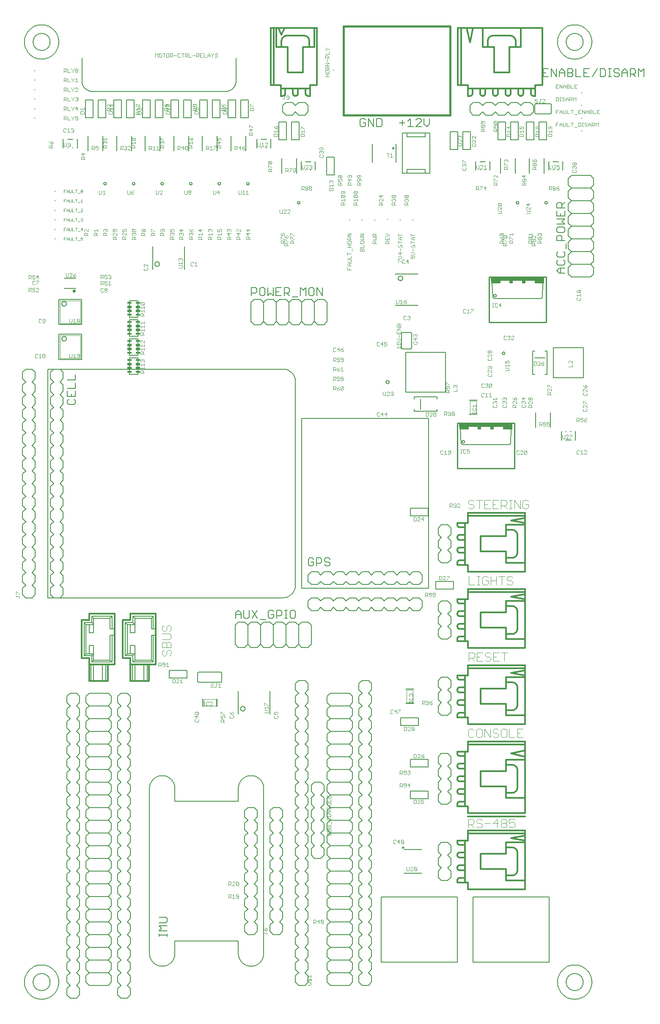
<source format=gto>
G75*
%MOIN*%
%OFA0B0*%
%FSLAX24Y24*%
%IPPOS*%
%LPD*%
%AMOC8*
5,1,8,0,0,1.08239X$1,22.5*
%
%ADD10C,0.0060*%
%ADD11C,0.0010*%
%ADD12C,0.0100*%
%ADD13C,0.0030*%
%ADD14C,0.0080*%
%ADD15C,0.0050*%
%ADD16C,0.0070*%
%ADD17R,0.0079X0.0079*%
%ADD18C,0.0120*%
%ADD19C,0.0160*%
%ADD20C,0.0020*%
%ADD21C,0.0004*%
%ADD22C,0.0030*%
%ADD23R,0.0350X0.0150*%
%ADD24R,0.0350X0.0200*%
%ADD25R,0.4200X0.0300*%
%ADD26R,0.0750X0.0200*%
%ADD27R,0.0300X0.0200*%
D10*
X001578Y007750D02*
X001580Y007801D01*
X001586Y007852D01*
X001596Y007902D01*
X001609Y007952D01*
X001627Y008000D01*
X001647Y008047D01*
X001672Y008092D01*
X001700Y008135D01*
X001731Y008176D01*
X001765Y008214D01*
X001802Y008249D01*
X001841Y008282D01*
X001883Y008312D01*
X001927Y008338D01*
X001973Y008360D01*
X002021Y008380D01*
X002070Y008395D01*
X002120Y008407D01*
X002170Y008415D01*
X002221Y008419D01*
X002273Y008419D01*
X002324Y008415D01*
X002374Y008407D01*
X002424Y008395D01*
X002473Y008380D01*
X002521Y008360D01*
X002567Y008338D01*
X002611Y008312D01*
X002653Y008282D01*
X002692Y008249D01*
X002729Y008214D01*
X002763Y008176D01*
X002794Y008135D01*
X002822Y008092D01*
X002847Y008047D01*
X002867Y008000D01*
X002885Y007952D01*
X002898Y007902D01*
X002908Y007852D01*
X002914Y007801D01*
X002916Y007750D01*
X002914Y007699D01*
X002908Y007648D01*
X002898Y007598D01*
X002885Y007548D01*
X002867Y007500D01*
X002847Y007453D01*
X002822Y007408D01*
X002794Y007365D01*
X002763Y007324D01*
X002729Y007286D01*
X002692Y007251D01*
X002653Y007218D01*
X002611Y007188D01*
X002567Y007162D01*
X002521Y007140D01*
X002473Y007120D01*
X002424Y007105D01*
X002374Y007093D01*
X002324Y007085D01*
X002273Y007081D01*
X002221Y007081D01*
X002170Y007085D01*
X002120Y007093D01*
X002070Y007105D01*
X002021Y007120D01*
X001973Y007140D01*
X001927Y007162D01*
X001883Y007188D01*
X001841Y007218D01*
X001802Y007251D01*
X001765Y007286D01*
X001731Y007324D01*
X001700Y007365D01*
X001672Y007408D01*
X001647Y007453D01*
X001627Y007500D01*
X001609Y007548D01*
X001596Y007598D01*
X001586Y007648D01*
X001580Y007699D01*
X001578Y007750D01*
X000897Y007750D02*
X000899Y007823D01*
X000905Y007896D01*
X000915Y007968D01*
X000929Y008040D01*
X000946Y008111D01*
X000968Y008181D01*
X000993Y008250D01*
X001022Y008317D01*
X001054Y008382D01*
X001090Y008446D01*
X001130Y008508D01*
X001172Y008567D01*
X001218Y008624D01*
X001267Y008678D01*
X001319Y008730D01*
X001373Y008779D01*
X001430Y008825D01*
X001489Y008867D01*
X001551Y008907D01*
X001615Y008943D01*
X001680Y008975D01*
X001747Y009004D01*
X001816Y009029D01*
X001886Y009051D01*
X001957Y009068D01*
X002029Y009082D01*
X002101Y009092D01*
X002174Y009098D01*
X002247Y009100D01*
X002320Y009098D01*
X002393Y009092D01*
X002465Y009082D01*
X002537Y009068D01*
X002608Y009051D01*
X002678Y009029D01*
X002747Y009004D01*
X002814Y008975D01*
X002879Y008943D01*
X002943Y008907D01*
X003005Y008867D01*
X003064Y008825D01*
X003121Y008779D01*
X003175Y008730D01*
X003227Y008678D01*
X003276Y008624D01*
X003322Y008567D01*
X003364Y008508D01*
X003404Y008446D01*
X003440Y008382D01*
X003472Y008317D01*
X003501Y008250D01*
X003526Y008181D01*
X003548Y008111D01*
X003565Y008040D01*
X003579Y007968D01*
X003589Y007896D01*
X003595Y007823D01*
X003597Y007750D01*
X003595Y007677D01*
X003589Y007604D01*
X003579Y007532D01*
X003565Y007460D01*
X003548Y007389D01*
X003526Y007319D01*
X003501Y007250D01*
X003472Y007183D01*
X003440Y007118D01*
X003404Y007054D01*
X003364Y006992D01*
X003322Y006933D01*
X003276Y006876D01*
X003227Y006822D01*
X003175Y006770D01*
X003121Y006721D01*
X003064Y006675D01*
X003005Y006633D01*
X002943Y006593D01*
X002879Y006557D01*
X002814Y006525D01*
X002747Y006496D01*
X002678Y006471D01*
X002608Y006449D01*
X002537Y006432D01*
X002465Y006418D01*
X002393Y006408D01*
X002320Y006402D01*
X002247Y006400D01*
X002174Y006402D01*
X002101Y006408D01*
X002029Y006418D01*
X001957Y006432D01*
X001886Y006449D01*
X001816Y006471D01*
X001747Y006496D01*
X001680Y006525D01*
X001615Y006557D01*
X001551Y006593D01*
X001489Y006633D01*
X001430Y006675D01*
X001373Y006721D01*
X001319Y006770D01*
X001267Y006822D01*
X001218Y006876D01*
X001172Y006933D01*
X001130Y006992D01*
X001090Y007054D01*
X001054Y007118D01*
X001022Y007183D01*
X000993Y007250D01*
X000968Y007319D01*
X000946Y007389D01*
X000929Y007460D01*
X000915Y007532D01*
X000905Y007604D01*
X000899Y007677D01*
X000897Y007750D01*
X005747Y007750D02*
X005997Y007500D01*
X007497Y007500D01*
X007747Y007750D01*
X007747Y008250D01*
X007497Y008500D01*
X005997Y008500D01*
X005747Y008750D01*
X005747Y009250D01*
X005997Y009500D01*
X007497Y009500D01*
X007747Y009750D01*
X007747Y010250D01*
X007497Y010500D01*
X005997Y010500D01*
X005747Y010750D01*
X005747Y011250D01*
X005997Y011500D01*
X007497Y011500D01*
X007747Y011750D01*
X007747Y012250D01*
X007497Y012500D01*
X005997Y012500D01*
X005747Y012750D01*
X005747Y013250D01*
X005997Y013500D01*
X007497Y013500D01*
X007747Y013750D01*
X007747Y014250D01*
X007497Y014500D01*
X005997Y014500D01*
X005747Y014750D01*
X005747Y015250D01*
X005997Y015500D01*
X007497Y015500D01*
X007747Y015250D01*
X007747Y014750D01*
X007497Y014500D01*
X007497Y013500D02*
X007747Y013250D01*
X007747Y012750D01*
X007497Y012500D01*
X007497Y011500D02*
X007747Y011250D01*
X007747Y010750D01*
X007497Y010500D01*
X007497Y009500D02*
X007747Y009250D01*
X007747Y008750D01*
X007497Y008500D01*
X005997Y008500D02*
X005747Y008250D01*
X005747Y007750D01*
X005997Y009500D02*
X005747Y009750D01*
X005747Y010250D01*
X005997Y010500D01*
X005997Y011500D02*
X005747Y011750D01*
X005747Y012250D01*
X005997Y012500D01*
X005997Y013500D02*
X005747Y013750D01*
X005747Y014250D01*
X005997Y014500D01*
X005997Y015500D02*
X005747Y015750D01*
X005747Y016250D01*
X005997Y016500D01*
X007497Y016500D01*
X007747Y016250D01*
X007747Y015750D01*
X007497Y015500D01*
X007497Y016500D02*
X007747Y016750D01*
X007747Y017250D01*
X007497Y017500D01*
X005997Y017500D01*
X005747Y017750D01*
X005747Y018250D01*
X005997Y018500D01*
X007497Y018500D01*
X007747Y018250D01*
X007747Y017750D01*
X007497Y017500D01*
X007497Y018500D02*
X007747Y018750D01*
X007747Y019250D01*
X007497Y019500D01*
X005997Y019500D01*
X005747Y019750D01*
X005747Y020250D01*
X005997Y020500D01*
X007497Y020500D01*
X007747Y020250D01*
X007747Y019750D01*
X007497Y019500D01*
X007497Y020500D02*
X007747Y020750D01*
X007747Y021250D01*
X007497Y021500D01*
X005997Y021500D01*
X005747Y021750D01*
X005747Y022250D01*
X005997Y022500D01*
X007497Y022500D01*
X007747Y022250D01*
X007747Y021750D01*
X007497Y021500D01*
X007497Y022500D02*
X007747Y022750D01*
X007747Y023250D01*
X007497Y023500D01*
X007747Y023750D01*
X007747Y024250D01*
X007497Y024500D01*
X007747Y024750D01*
X007747Y025250D01*
X007497Y025500D01*
X007747Y025750D01*
X007747Y026250D01*
X007497Y026500D01*
X007747Y026750D01*
X007747Y027250D01*
X007497Y027500D01*
X007747Y027750D01*
X007747Y028250D01*
X007497Y028500D01*
X007747Y028750D01*
X007747Y029250D01*
X007497Y029500D01*
X007747Y029750D01*
X007747Y030250D01*
X007497Y030500D01*
X005997Y030500D01*
X005747Y030250D01*
X005747Y029750D01*
X005997Y029500D01*
X007497Y029500D01*
X007497Y028500D02*
X005997Y028500D01*
X005747Y028750D01*
X005747Y029250D01*
X005997Y029500D01*
X005997Y028500D02*
X005747Y028250D01*
X005747Y027750D01*
X005997Y027500D01*
X007497Y027500D01*
X007497Y026500D02*
X005997Y026500D01*
X005747Y026750D01*
X005747Y027250D01*
X005997Y027500D01*
X005997Y026500D02*
X005747Y026250D01*
X005747Y025750D01*
X005997Y025500D01*
X007497Y025500D01*
X007497Y024500D02*
X005997Y024500D01*
X005747Y024750D01*
X005747Y025250D01*
X005997Y025500D01*
X005997Y024500D02*
X005747Y024250D01*
X005747Y023750D01*
X005997Y023500D01*
X007497Y023500D01*
X005997Y023500D02*
X005747Y023250D01*
X005747Y022750D01*
X005997Y022500D01*
X005997Y021500D02*
X005747Y021250D01*
X005747Y020750D01*
X005997Y020500D01*
X005997Y019500D02*
X005747Y019250D01*
X005747Y018750D01*
X005997Y018500D01*
X005997Y017500D02*
X005747Y017250D01*
X005747Y016750D01*
X005997Y016500D01*
X014647Y031350D02*
X016347Y031350D01*
X016364Y031352D01*
X016381Y031356D01*
X016397Y031363D01*
X016411Y031373D01*
X016424Y031386D01*
X016434Y031400D01*
X016441Y031416D01*
X016445Y031433D01*
X016447Y031450D01*
X016447Y032050D01*
X016445Y032067D01*
X016441Y032084D01*
X016434Y032100D01*
X016424Y032114D01*
X016411Y032127D01*
X016397Y032137D01*
X016381Y032144D01*
X016364Y032148D01*
X016347Y032150D01*
X014647Y032150D01*
X014630Y032148D01*
X014613Y032144D01*
X014597Y032137D01*
X014583Y032127D01*
X014570Y032114D01*
X014560Y032100D01*
X014553Y032084D01*
X014549Y032067D01*
X014547Y032050D01*
X014547Y031450D01*
X014549Y031433D01*
X014553Y031416D01*
X014560Y031400D01*
X014570Y031386D01*
X014583Y031373D01*
X014597Y031363D01*
X014613Y031356D01*
X014630Y031352D01*
X014647Y031350D01*
X017751Y030649D02*
X017751Y028851D01*
X017921Y029270D02*
X017923Y029296D01*
X017929Y029322D01*
X017938Y029346D01*
X017951Y029369D01*
X017967Y029390D01*
X017986Y029408D01*
X018007Y029424D01*
X018031Y029436D01*
X018055Y029444D01*
X018081Y029449D01*
X018108Y029450D01*
X018134Y029447D01*
X018159Y029440D01*
X018183Y029430D01*
X018206Y029416D01*
X018226Y029400D01*
X018243Y029380D01*
X018258Y029358D01*
X018269Y029334D01*
X018277Y029309D01*
X018281Y029283D01*
X018281Y029257D01*
X018277Y029231D01*
X018269Y029206D01*
X018258Y029182D01*
X018243Y029160D01*
X018226Y029140D01*
X018206Y029124D01*
X018183Y029110D01*
X018159Y029100D01*
X018134Y029093D01*
X018108Y029090D01*
X018081Y029091D01*
X018055Y029096D01*
X018031Y029104D01*
X018007Y029116D01*
X017986Y029132D01*
X017967Y029150D01*
X017951Y029171D01*
X017938Y029194D01*
X017929Y029218D01*
X017923Y029244D01*
X017921Y029270D01*
X020243Y028851D02*
X020243Y030649D01*
X024747Y030250D02*
X024747Y029750D01*
X024997Y029500D01*
X026497Y029500D01*
X026747Y029750D01*
X026747Y030250D01*
X026497Y030500D01*
X024997Y030500D01*
X024747Y030250D01*
X024997Y029500D02*
X024747Y029250D01*
X024747Y028750D01*
X024997Y028500D01*
X026497Y028500D01*
X026747Y028750D01*
X026747Y029250D01*
X026497Y029500D01*
X026497Y028500D02*
X026747Y028250D01*
X026747Y027750D01*
X026497Y027500D01*
X024997Y027500D01*
X024747Y027750D01*
X024747Y028250D01*
X024997Y028500D01*
X024997Y027500D02*
X024747Y027250D01*
X024747Y026750D01*
X024997Y026500D01*
X026497Y026500D01*
X026747Y026750D01*
X026747Y027250D01*
X026497Y027500D01*
X026497Y026500D02*
X026747Y026250D01*
X026747Y025750D01*
X026497Y025500D01*
X024997Y025500D01*
X024747Y025750D01*
X024747Y026250D01*
X024997Y026500D01*
X024997Y025500D02*
X024747Y025250D01*
X024747Y024750D01*
X024997Y024500D01*
X026497Y024500D01*
X026747Y024750D01*
X026747Y025250D01*
X026497Y025500D01*
X026497Y024500D02*
X026747Y024250D01*
X026747Y023750D01*
X026497Y023500D01*
X024997Y023500D01*
X024747Y023750D01*
X024747Y024250D01*
X024997Y024500D01*
X024997Y023500D02*
X024747Y023250D01*
X024747Y022750D01*
X024997Y022500D01*
X026497Y022500D01*
X026747Y022250D01*
X026747Y021750D01*
X026497Y021500D01*
X024997Y021500D01*
X024747Y021750D01*
X024747Y022250D01*
X024997Y022500D01*
X024997Y021500D02*
X024747Y021250D01*
X024747Y020750D01*
X024997Y020500D01*
X026497Y020500D01*
X026747Y020250D01*
X026747Y019750D01*
X026497Y019500D01*
X024997Y019500D01*
X024747Y019750D01*
X024747Y020250D01*
X024997Y020500D01*
X024997Y019500D02*
X024747Y019250D01*
X024747Y018750D01*
X024997Y018500D01*
X026497Y018500D01*
X026747Y018250D01*
X026747Y017750D01*
X026497Y017500D01*
X024997Y017500D01*
X024747Y017750D01*
X024747Y018250D01*
X024997Y018500D01*
X024997Y017500D02*
X024747Y017250D01*
X024747Y016750D01*
X024997Y016500D01*
X026497Y016500D01*
X026747Y016250D01*
X026747Y015750D01*
X026497Y015500D01*
X024997Y015500D01*
X024747Y015750D01*
X024747Y016250D01*
X024997Y016500D01*
X024997Y015500D02*
X024747Y015250D01*
X024747Y014750D01*
X024997Y014500D01*
X026497Y014500D01*
X026747Y014250D01*
X026747Y013750D01*
X026497Y013500D01*
X024997Y013500D01*
X024747Y013750D01*
X024747Y014250D01*
X024997Y014500D01*
X024997Y013500D02*
X024747Y013250D01*
X024747Y012750D01*
X024997Y012500D01*
X026497Y012500D01*
X026747Y012750D01*
X026747Y013250D01*
X026497Y013500D01*
X026497Y012500D02*
X026747Y012250D01*
X026747Y011750D01*
X026497Y011500D01*
X024997Y011500D01*
X024747Y011750D01*
X024747Y012250D01*
X024997Y012500D01*
X024997Y011500D02*
X024747Y011250D01*
X024747Y010750D01*
X024997Y010500D01*
X026497Y010500D01*
X026747Y010750D01*
X026747Y011250D01*
X026497Y011500D01*
X026497Y010500D02*
X026747Y010250D01*
X026747Y009750D01*
X026497Y009500D01*
X024997Y009500D01*
X024747Y009750D01*
X024747Y010250D01*
X024997Y010500D01*
X024997Y009500D02*
X024747Y009250D01*
X024747Y008750D01*
X024997Y008500D01*
X026497Y008500D01*
X026747Y008750D01*
X026747Y009250D01*
X026497Y009500D01*
X026497Y008500D02*
X026747Y008250D01*
X026747Y007750D01*
X026497Y007500D01*
X024997Y007500D01*
X024747Y007750D01*
X024747Y008250D01*
X024997Y008500D01*
X026497Y014500D02*
X026747Y014750D01*
X026747Y015250D01*
X026497Y015500D01*
X026497Y016500D02*
X026747Y016750D01*
X026747Y017250D01*
X026497Y017500D01*
X026497Y018500D02*
X026747Y018750D01*
X026747Y019250D01*
X026497Y019500D01*
X026497Y020500D02*
X026747Y020750D01*
X026747Y021250D01*
X026497Y021500D01*
X026497Y022500D02*
X026747Y022750D01*
X026747Y023250D01*
X026497Y023500D01*
X030787Y018180D02*
X032207Y018180D01*
X032207Y016320D02*
X030787Y016320D01*
X043578Y007750D02*
X043580Y007801D01*
X043586Y007852D01*
X043596Y007902D01*
X043609Y007952D01*
X043627Y008000D01*
X043647Y008047D01*
X043672Y008092D01*
X043700Y008135D01*
X043731Y008176D01*
X043765Y008214D01*
X043802Y008249D01*
X043841Y008282D01*
X043883Y008312D01*
X043927Y008338D01*
X043973Y008360D01*
X044021Y008380D01*
X044070Y008395D01*
X044120Y008407D01*
X044170Y008415D01*
X044221Y008419D01*
X044273Y008419D01*
X044324Y008415D01*
X044374Y008407D01*
X044424Y008395D01*
X044473Y008380D01*
X044521Y008360D01*
X044567Y008338D01*
X044611Y008312D01*
X044653Y008282D01*
X044692Y008249D01*
X044729Y008214D01*
X044763Y008176D01*
X044794Y008135D01*
X044822Y008092D01*
X044847Y008047D01*
X044867Y008000D01*
X044885Y007952D01*
X044898Y007902D01*
X044908Y007852D01*
X044914Y007801D01*
X044916Y007750D01*
X044914Y007699D01*
X044908Y007648D01*
X044898Y007598D01*
X044885Y007548D01*
X044867Y007500D01*
X044847Y007453D01*
X044822Y007408D01*
X044794Y007365D01*
X044763Y007324D01*
X044729Y007286D01*
X044692Y007251D01*
X044653Y007218D01*
X044611Y007188D01*
X044567Y007162D01*
X044521Y007140D01*
X044473Y007120D01*
X044424Y007105D01*
X044374Y007093D01*
X044324Y007085D01*
X044273Y007081D01*
X044221Y007081D01*
X044170Y007085D01*
X044120Y007093D01*
X044070Y007105D01*
X044021Y007120D01*
X043973Y007140D01*
X043927Y007162D01*
X043883Y007188D01*
X043841Y007218D01*
X043802Y007251D01*
X043765Y007286D01*
X043731Y007324D01*
X043700Y007365D01*
X043672Y007408D01*
X043647Y007453D01*
X043627Y007500D01*
X043609Y007548D01*
X043596Y007598D01*
X043586Y007648D01*
X043580Y007699D01*
X043578Y007750D01*
X042897Y007750D02*
X042899Y007823D01*
X042905Y007896D01*
X042915Y007968D01*
X042929Y008040D01*
X042946Y008111D01*
X042968Y008181D01*
X042993Y008250D01*
X043022Y008317D01*
X043054Y008382D01*
X043090Y008446D01*
X043130Y008508D01*
X043172Y008567D01*
X043218Y008624D01*
X043267Y008678D01*
X043319Y008730D01*
X043373Y008779D01*
X043430Y008825D01*
X043489Y008867D01*
X043551Y008907D01*
X043615Y008943D01*
X043680Y008975D01*
X043747Y009004D01*
X043816Y009029D01*
X043886Y009051D01*
X043957Y009068D01*
X044029Y009082D01*
X044101Y009092D01*
X044174Y009098D01*
X044247Y009100D01*
X044320Y009098D01*
X044393Y009092D01*
X044465Y009082D01*
X044537Y009068D01*
X044608Y009051D01*
X044678Y009029D01*
X044747Y009004D01*
X044814Y008975D01*
X044879Y008943D01*
X044943Y008907D01*
X045005Y008867D01*
X045064Y008825D01*
X045121Y008779D01*
X045175Y008730D01*
X045227Y008678D01*
X045276Y008624D01*
X045322Y008567D01*
X045364Y008508D01*
X045404Y008446D01*
X045440Y008382D01*
X045472Y008317D01*
X045501Y008250D01*
X045526Y008181D01*
X045548Y008111D01*
X045565Y008040D01*
X045579Y007968D01*
X045589Y007896D01*
X045595Y007823D01*
X045597Y007750D01*
X045595Y007677D01*
X045589Y007604D01*
X045579Y007532D01*
X045565Y007460D01*
X045548Y007389D01*
X045526Y007319D01*
X045501Y007250D01*
X045472Y007183D01*
X045440Y007118D01*
X045404Y007054D01*
X045364Y006992D01*
X045322Y006933D01*
X045276Y006876D01*
X045227Y006822D01*
X045175Y006770D01*
X045121Y006721D01*
X045064Y006675D01*
X045005Y006633D01*
X044943Y006593D01*
X044879Y006557D01*
X044814Y006525D01*
X044747Y006496D01*
X044678Y006471D01*
X044608Y006449D01*
X044537Y006432D01*
X044465Y006418D01*
X044393Y006408D01*
X044320Y006402D01*
X044247Y006400D01*
X044174Y006402D01*
X044101Y006408D01*
X044029Y006418D01*
X043957Y006432D01*
X043886Y006449D01*
X043816Y006471D01*
X043747Y006496D01*
X043680Y006525D01*
X043615Y006557D01*
X043551Y006593D01*
X043489Y006633D01*
X043430Y006675D01*
X043373Y006721D01*
X043319Y006770D01*
X043267Y006822D01*
X043218Y006876D01*
X043172Y006933D01*
X043130Y006992D01*
X043090Y007054D01*
X043054Y007118D01*
X043022Y007183D01*
X042993Y007250D01*
X042968Y007319D01*
X042946Y007389D01*
X042929Y007460D01*
X042915Y007532D01*
X042905Y007604D01*
X042899Y007677D01*
X042897Y007750D01*
X043187Y050431D02*
X043224Y050431D01*
X043187Y050431D02*
X043187Y051069D01*
X043224Y051069D01*
X043541Y051069D02*
X043578Y051069D01*
X043915Y051069D02*
X043952Y051069D01*
X044270Y051069D02*
X044307Y051069D01*
X044307Y050431D01*
X044270Y050431D01*
X043952Y050431D02*
X043541Y050431D01*
X042327Y051410D02*
X042327Y052580D01*
X041167Y052580D02*
X041167Y051410D01*
X043997Y063250D02*
X045497Y063250D01*
X045747Y063500D01*
X045747Y064000D01*
X045497Y064250D01*
X043997Y064250D01*
X043747Y064000D01*
X043747Y063500D01*
X043997Y063250D01*
X043997Y064250D02*
X043747Y064500D01*
X043747Y065000D01*
X043997Y065250D01*
X045497Y065250D01*
X045747Y065000D01*
X045747Y064500D01*
X045497Y064250D01*
X045497Y065250D02*
X045747Y065500D01*
X045747Y066000D01*
X045497Y066250D01*
X043997Y066250D01*
X043747Y066000D01*
X043747Y065500D01*
X043997Y065250D01*
X043997Y066250D02*
X043747Y066500D01*
X043747Y067000D01*
X043997Y067250D01*
X045497Y067250D01*
X045747Y067000D01*
X045747Y066500D01*
X045497Y066250D01*
X045497Y067250D02*
X045747Y067500D01*
X045747Y068000D01*
X045497Y068250D01*
X043997Y068250D01*
X043747Y068000D01*
X043747Y067500D01*
X043997Y067250D01*
X043997Y068250D02*
X043747Y068500D01*
X043747Y069000D01*
X043997Y069250D01*
X045497Y069250D01*
X045747Y069000D01*
X045747Y068500D01*
X045497Y068250D01*
X045497Y069250D02*
X045747Y069500D01*
X045747Y070000D01*
X045497Y070250D01*
X043997Y070250D01*
X043747Y070000D01*
X043747Y069500D01*
X043997Y069250D01*
X043997Y070250D02*
X043747Y070500D01*
X043747Y071000D01*
X043997Y071250D01*
X045497Y071250D01*
X045747Y071000D01*
X045747Y070500D01*
X045497Y070250D01*
X043307Y071681D02*
X043270Y071681D01*
X043307Y071681D02*
X043307Y072319D01*
X043270Y072319D01*
X042952Y072319D02*
X042541Y072319D01*
X042224Y072319D02*
X042187Y072319D01*
X042187Y071681D01*
X042224Y071681D01*
X042541Y071681D02*
X042578Y071681D01*
X042915Y071681D02*
X042952Y071681D01*
X041827Y071420D02*
X041827Y072590D01*
X040667Y072590D02*
X040667Y071420D01*
X039577Y071420D02*
X039577Y072590D01*
X038417Y072590D02*
X038417Y071420D01*
X037557Y071681D02*
X037557Y072319D01*
X037520Y072319D01*
X037202Y072319D02*
X036791Y072319D01*
X036474Y072319D02*
X036437Y072319D01*
X036437Y071681D01*
X036474Y071681D01*
X036791Y071681D02*
X036828Y071681D01*
X037165Y071681D02*
X037202Y071681D01*
X037520Y071681D02*
X037557Y071681D01*
X041197Y076100D02*
X042297Y076100D01*
X042314Y076102D01*
X042331Y076106D01*
X042347Y076113D01*
X042361Y076123D01*
X042374Y076136D01*
X042384Y076150D01*
X042391Y076166D01*
X042395Y076183D01*
X042397Y076200D01*
X042397Y076800D01*
X042395Y076817D01*
X042391Y076834D01*
X042384Y076850D01*
X042374Y076864D01*
X042361Y076877D01*
X042347Y076887D01*
X042331Y076894D01*
X042314Y076898D01*
X042297Y076900D01*
X041197Y076900D01*
X041180Y076898D01*
X041163Y076894D01*
X041147Y076887D01*
X041133Y076877D01*
X041120Y076864D01*
X041110Y076850D01*
X041103Y076834D01*
X041099Y076817D01*
X041097Y076800D01*
X041097Y076200D01*
X041099Y076183D01*
X041103Y076166D01*
X041110Y076150D01*
X041120Y076136D01*
X041133Y076123D01*
X041147Y076113D01*
X041163Y076106D01*
X041180Y076102D01*
X041197Y076100D01*
X043578Y081750D02*
X043580Y081801D01*
X043586Y081852D01*
X043596Y081902D01*
X043609Y081952D01*
X043627Y082000D01*
X043647Y082047D01*
X043672Y082092D01*
X043700Y082135D01*
X043731Y082176D01*
X043765Y082214D01*
X043802Y082249D01*
X043841Y082282D01*
X043883Y082312D01*
X043927Y082338D01*
X043973Y082360D01*
X044021Y082380D01*
X044070Y082395D01*
X044120Y082407D01*
X044170Y082415D01*
X044221Y082419D01*
X044273Y082419D01*
X044324Y082415D01*
X044374Y082407D01*
X044424Y082395D01*
X044473Y082380D01*
X044521Y082360D01*
X044567Y082338D01*
X044611Y082312D01*
X044653Y082282D01*
X044692Y082249D01*
X044729Y082214D01*
X044763Y082176D01*
X044794Y082135D01*
X044822Y082092D01*
X044847Y082047D01*
X044867Y082000D01*
X044885Y081952D01*
X044898Y081902D01*
X044908Y081852D01*
X044914Y081801D01*
X044916Y081750D01*
X044914Y081699D01*
X044908Y081648D01*
X044898Y081598D01*
X044885Y081548D01*
X044867Y081500D01*
X044847Y081453D01*
X044822Y081408D01*
X044794Y081365D01*
X044763Y081324D01*
X044729Y081286D01*
X044692Y081251D01*
X044653Y081218D01*
X044611Y081188D01*
X044567Y081162D01*
X044521Y081140D01*
X044473Y081120D01*
X044424Y081105D01*
X044374Y081093D01*
X044324Y081085D01*
X044273Y081081D01*
X044221Y081081D01*
X044170Y081085D01*
X044120Y081093D01*
X044070Y081105D01*
X044021Y081120D01*
X043973Y081140D01*
X043927Y081162D01*
X043883Y081188D01*
X043841Y081218D01*
X043802Y081251D01*
X043765Y081286D01*
X043731Y081324D01*
X043700Y081365D01*
X043672Y081408D01*
X043647Y081453D01*
X043627Y081500D01*
X043609Y081548D01*
X043596Y081598D01*
X043586Y081648D01*
X043580Y081699D01*
X043578Y081750D01*
X042897Y081750D02*
X042899Y081823D01*
X042905Y081896D01*
X042915Y081968D01*
X042929Y082040D01*
X042946Y082111D01*
X042968Y082181D01*
X042993Y082250D01*
X043022Y082317D01*
X043054Y082382D01*
X043090Y082446D01*
X043130Y082508D01*
X043172Y082567D01*
X043218Y082624D01*
X043267Y082678D01*
X043319Y082730D01*
X043373Y082779D01*
X043430Y082825D01*
X043489Y082867D01*
X043551Y082907D01*
X043615Y082943D01*
X043680Y082975D01*
X043747Y083004D01*
X043816Y083029D01*
X043886Y083051D01*
X043957Y083068D01*
X044029Y083082D01*
X044101Y083092D01*
X044174Y083098D01*
X044247Y083100D01*
X044320Y083098D01*
X044393Y083092D01*
X044465Y083082D01*
X044537Y083068D01*
X044608Y083051D01*
X044678Y083029D01*
X044747Y083004D01*
X044814Y082975D01*
X044879Y082943D01*
X044943Y082907D01*
X045005Y082867D01*
X045064Y082825D01*
X045121Y082779D01*
X045175Y082730D01*
X045227Y082678D01*
X045276Y082624D01*
X045322Y082567D01*
X045364Y082508D01*
X045404Y082446D01*
X045440Y082382D01*
X045472Y082317D01*
X045501Y082250D01*
X045526Y082181D01*
X045548Y082111D01*
X045565Y082040D01*
X045579Y081968D01*
X045589Y081896D01*
X045595Y081823D01*
X045597Y081750D01*
X045595Y081677D01*
X045589Y081604D01*
X045579Y081532D01*
X045565Y081460D01*
X045548Y081389D01*
X045526Y081319D01*
X045501Y081250D01*
X045472Y081183D01*
X045440Y081118D01*
X045404Y081054D01*
X045364Y080992D01*
X045322Y080933D01*
X045276Y080876D01*
X045227Y080822D01*
X045175Y080770D01*
X045121Y080721D01*
X045064Y080675D01*
X045005Y080633D01*
X044943Y080593D01*
X044879Y080557D01*
X044814Y080525D01*
X044747Y080496D01*
X044678Y080471D01*
X044608Y080449D01*
X044537Y080432D01*
X044465Y080418D01*
X044393Y080408D01*
X044320Y080402D01*
X044247Y080400D01*
X044174Y080402D01*
X044101Y080408D01*
X044029Y080418D01*
X043957Y080432D01*
X043886Y080449D01*
X043816Y080471D01*
X043747Y080496D01*
X043680Y080525D01*
X043615Y080557D01*
X043551Y080593D01*
X043489Y080633D01*
X043430Y080675D01*
X043373Y080721D01*
X043319Y080770D01*
X043267Y080822D01*
X043218Y080876D01*
X043172Y080933D01*
X043130Y080992D01*
X043090Y081054D01*
X043054Y081118D01*
X043022Y081183D01*
X042993Y081250D01*
X042968Y081319D01*
X042946Y081389D01*
X042929Y081460D01*
X042915Y081532D01*
X042905Y081604D01*
X042899Y081677D01*
X042897Y081750D01*
X032809Y075721D02*
X032809Y075294D01*
X032596Y075080D01*
X032382Y075294D01*
X032382Y075721D01*
X032165Y075614D02*
X032165Y075507D01*
X031738Y075080D01*
X032165Y075080D01*
X032165Y075614D02*
X032058Y075721D01*
X031844Y075721D01*
X031738Y075614D01*
X031307Y075721D02*
X031307Y075080D01*
X031520Y075080D02*
X031093Y075080D01*
X030875Y075400D02*
X030448Y075400D01*
X030662Y075187D02*
X030662Y075614D01*
X031093Y075507D02*
X031307Y075721D01*
X030177Y073710D02*
X030177Y072290D01*
X028952Y075080D02*
X028632Y075080D01*
X028632Y075721D01*
X028952Y075721D01*
X029059Y075614D01*
X029059Y075187D01*
X028952Y075080D01*
X028415Y075080D02*
X028415Y075721D01*
X027988Y075721D02*
X027988Y075080D01*
X027770Y075187D02*
X027770Y075400D01*
X027557Y075400D01*
X027770Y075187D02*
X027663Y075080D01*
X027450Y075080D01*
X027343Y075187D01*
X027343Y075614D01*
X027450Y075721D01*
X027663Y075721D01*
X027770Y075614D01*
X027988Y075721D02*
X028415Y075080D01*
X028317Y073710D02*
X028317Y072290D01*
X023807Y072319D02*
X023807Y071681D01*
X023770Y071681D01*
X023452Y071681D02*
X023415Y071681D01*
X023078Y071681D02*
X023041Y071681D01*
X022724Y071681D02*
X022687Y071681D01*
X022687Y072319D01*
X022724Y072319D01*
X023041Y072319D02*
X023452Y072319D01*
X023770Y072319D02*
X023807Y072319D01*
X022327Y072590D02*
X022327Y071420D01*
X021167Y071420D02*
X021167Y072590D01*
X020307Y073431D02*
X020270Y073431D01*
X020307Y073431D02*
X020307Y074069D01*
X020270Y074069D01*
X019952Y074069D02*
X019541Y074069D01*
X019224Y074069D02*
X019187Y074069D01*
X019187Y073431D01*
X019224Y073431D01*
X019541Y073431D02*
X019578Y073431D01*
X019915Y073431D02*
X019952Y073431D01*
X018327Y073170D02*
X018327Y074340D01*
X017167Y074340D02*
X017167Y073170D01*
X016077Y073170D02*
X016077Y074340D01*
X014917Y074340D02*
X014917Y073170D01*
X013827Y073170D02*
X013827Y074340D01*
X012667Y074340D02*
X012667Y073170D01*
X011577Y073170D02*
X011577Y074340D01*
X010417Y074340D02*
X010417Y073170D01*
X009327Y073170D02*
X009327Y074340D01*
X008167Y074340D02*
X008167Y073170D01*
X007077Y073170D02*
X007077Y074340D01*
X005917Y074340D02*
X005917Y073170D01*
X005057Y073431D02*
X005020Y073431D01*
X005057Y073431D02*
X005057Y074069D01*
X005020Y074069D01*
X004702Y074069D02*
X004291Y074069D01*
X003974Y074069D02*
X003937Y074069D01*
X003937Y073431D01*
X003974Y073431D01*
X004291Y073431D02*
X004328Y073431D01*
X004665Y073431D02*
X004702Y073431D01*
X001578Y081750D02*
X001580Y081801D01*
X001586Y081852D01*
X001596Y081902D01*
X001609Y081952D01*
X001627Y082000D01*
X001647Y082047D01*
X001672Y082092D01*
X001700Y082135D01*
X001731Y082176D01*
X001765Y082214D01*
X001802Y082249D01*
X001841Y082282D01*
X001883Y082312D01*
X001927Y082338D01*
X001973Y082360D01*
X002021Y082380D01*
X002070Y082395D01*
X002120Y082407D01*
X002170Y082415D01*
X002221Y082419D01*
X002273Y082419D01*
X002324Y082415D01*
X002374Y082407D01*
X002424Y082395D01*
X002473Y082380D01*
X002521Y082360D01*
X002567Y082338D01*
X002611Y082312D01*
X002653Y082282D01*
X002692Y082249D01*
X002729Y082214D01*
X002763Y082176D01*
X002794Y082135D01*
X002822Y082092D01*
X002847Y082047D01*
X002867Y082000D01*
X002885Y081952D01*
X002898Y081902D01*
X002908Y081852D01*
X002914Y081801D01*
X002916Y081750D01*
X002914Y081699D01*
X002908Y081648D01*
X002898Y081598D01*
X002885Y081548D01*
X002867Y081500D01*
X002847Y081453D01*
X002822Y081408D01*
X002794Y081365D01*
X002763Y081324D01*
X002729Y081286D01*
X002692Y081251D01*
X002653Y081218D01*
X002611Y081188D01*
X002567Y081162D01*
X002521Y081140D01*
X002473Y081120D01*
X002424Y081105D01*
X002374Y081093D01*
X002324Y081085D01*
X002273Y081081D01*
X002221Y081081D01*
X002170Y081085D01*
X002120Y081093D01*
X002070Y081105D01*
X002021Y081120D01*
X001973Y081140D01*
X001927Y081162D01*
X001883Y081188D01*
X001841Y081218D01*
X001802Y081251D01*
X001765Y081286D01*
X001731Y081324D01*
X001700Y081365D01*
X001672Y081408D01*
X001647Y081453D01*
X001627Y081500D01*
X001609Y081548D01*
X001596Y081598D01*
X001586Y081648D01*
X001580Y081699D01*
X001578Y081750D01*
X000897Y081750D02*
X000899Y081823D01*
X000905Y081896D01*
X000915Y081968D01*
X000929Y082040D01*
X000946Y082111D01*
X000968Y082181D01*
X000993Y082250D01*
X001022Y082317D01*
X001054Y082382D01*
X001090Y082446D01*
X001130Y082508D01*
X001172Y082567D01*
X001218Y082624D01*
X001267Y082678D01*
X001319Y082730D01*
X001373Y082779D01*
X001430Y082825D01*
X001489Y082867D01*
X001551Y082907D01*
X001615Y082943D01*
X001680Y082975D01*
X001747Y083004D01*
X001816Y083029D01*
X001886Y083051D01*
X001957Y083068D01*
X002029Y083082D01*
X002101Y083092D01*
X002174Y083098D01*
X002247Y083100D01*
X002320Y083098D01*
X002393Y083092D01*
X002465Y083082D01*
X002537Y083068D01*
X002608Y083051D01*
X002678Y083029D01*
X002747Y083004D01*
X002814Y082975D01*
X002879Y082943D01*
X002943Y082907D01*
X003005Y082867D01*
X003064Y082825D01*
X003121Y082779D01*
X003175Y082730D01*
X003227Y082678D01*
X003276Y082624D01*
X003322Y082567D01*
X003364Y082508D01*
X003404Y082446D01*
X003440Y082382D01*
X003472Y082317D01*
X003501Y082250D01*
X003526Y082181D01*
X003548Y082111D01*
X003565Y082040D01*
X003579Y081968D01*
X003589Y081896D01*
X003595Y081823D01*
X003597Y081750D01*
X003595Y081677D01*
X003589Y081604D01*
X003579Y081532D01*
X003565Y081460D01*
X003548Y081389D01*
X003526Y081319D01*
X003501Y081250D01*
X003472Y081183D01*
X003440Y081118D01*
X003404Y081054D01*
X003364Y080992D01*
X003322Y080933D01*
X003276Y080876D01*
X003227Y080822D01*
X003175Y080770D01*
X003121Y080721D01*
X003064Y080675D01*
X003005Y080633D01*
X002943Y080593D01*
X002879Y080557D01*
X002814Y080525D01*
X002747Y080496D01*
X002678Y080471D01*
X002608Y080449D01*
X002537Y080432D01*
X002465Y080418D01*
X002393Y080408D01*
X002320Y080402D01*
X002247Y080400D01*
X002174Y080402D01*
X002101Y080408D01*
X002029Y080418D01*
X001957Y080432D01*
X001886Y080449D01*
X001816Y080471D01*
X001747Y080496D01*
X001680Y080525D01*
X001615Y080557D01*
X001551Y080593D01*
X001489Y080633D01*
X001430Y080675D01*
X001373Y080721D01*
X001319Y080770D01*
X001267Y080822D01*
X001218Y080876D01*
X001172Y080933D01*
X001130Y080992D01*
X001090Y081054D01*
X001054Y081118D01*
X001022Y081183D01*
X000993Y081250D01*
X000968Y081319D01*
X000946Y081389D01*
X000929Y081460D01*
X000915Y081532D01*
X000905Y081604D01*
X000899Y081677D01*
X000897Y081750D01*
X011001Y065649D02*
X011001Y063851D01*
X011171Y064270D02*
X011173Y064296D01*
X011179Y064322D01*
X011188Y064346D01*
X011201Y064369D01*
X011217Y064390D01*
X011236Y064408D01*
X011257Y064424D01*
X011281Y064436D01*
X011305Y064444D01*
X011331Y064449D01*
X011358Y064450D01*
X011384Y064447D01*
X011409Y064440D01*
X011433Y064430D01*
X011456Y064416D01*
X011476Y064400D01*
X011493Y064380D01*
X011508Y064358D01*
X011519Y064334D01*
X011527Y064309D01*
X011531Y064283D01*
X011531Y064257D01*
X011527Y064231D01*
X011519Y064206D01*
X011508Y064182D01*
X011493Y064160D01*
X011476Y064140D01*
X011456Y064124D01*
X011433Y064110D01*
X011409Y064100D01*
X011384Y064093D01*
X011358Y064090D01*
X011331Y064091D01*
X011305Y064096D01*
X011281Y064104D01*
X011257Y064116D01*
X011236Y064132D01*
X011217Y064150D01*
X011201Y064171D01*
X011188Y064194D01*
X011179Y064218D01*
X011173Y064244D01*
X011171Y064270D01*
X013493Y063851D02*
X013493Y065649D01*
X018747Y061250D02*
X018747Y059750D01*
X018997Y059500D01*
X019497Y059500D01*
X019747Y059750D01*
X019747Y061250D01*
X019997Y061500D01*
X020497Y061500D01*
X020747Y061250D01*
X020747Y059750D01*
X020997Y059500D01*
X021497Y059500D01*
X021747Y059750D01*
X021747Y061250D01*
X021997Y061500D01*
X022497Y061500D01*
X022747Y061250D01*
X022747Y059750D01*
X022997Y059500D01*
X023497Y059500D01*
X023747Y059750D01*
X023997Y059500D01*
X024497Y059500D01*
X024747Y059750D01*
X024747Y061250D01*
X024497Y061500D01*
X023997Y061500D01*
X023747Y061250D01*
X023747Y059750D01*
X022747Y059750D02*
X022497Y059500D01*
X021997Y059500D01*
X021747Y059750D01*
X020747Y059750D02*
X020497Y059500D01*
X019997Y059500D01*
X019747Y059750D01*
X019747Y061250D02*
X019497Y061500D01*
X018997Y061500D01*
X018747Y061250D01*
X020747Y061250D02*
X020997Y061500D01*
X021497Y061500D01*
X021747Y061250D01*
X022747Y061250D02*
X022997Y061500D01*
X023497Y061500D01*
X023747Y061250D01*
X030098Y061004D02*
X031895Y061004D01*
X031895Y063496D02*
X030098Y063496D01*
X030337Y063146D02*
X030339Y063172D01*
X030345Y063198D01*
X030354Y063222D01*
X030367Y063245D01*
X030383Y063266D01*
X030402Y063284D01*
X030423Y063300D01*
X030447Y063312D01*
X030471Y063320D01*
X030497Y063325D01*
X030524Y063326D01*
X030550Y063323D01*
X030575Y063316D01*
X030599Y063306D01*
X030622Y063292D01*
X030642Y063276D01*
X030659Y063256D01*
X030674Y063234D01*
X030685Y063210D01*
X030693Y063185D01*
X030697Y063159D01*
X030697Y063133D01*
X030693Y063107D01*
X030685Y063082D01*
X030674Y063058D01*
X030659Y063036D01*
X030642Y063016D01*
X030622Y063000D01*
X030599Y062986D01*
X030575Y062976D01*
X030550Y062969D01*
X030524Y062966D01*
X030497Y062967D01*
X030471Y062972D01*
X030447Y062980D01*
X030423Y062992D01*
X030402Y063008D01*
X030383Y063026D01*
X030367Y063047D01*
X030354Y063070D01*
X030345Y063094D01*
X030339Y063120D01*
X030337Y063146D01*
X030697Y058900D02*
X031297Y058900D01*
X031314Y058898D01*
X031331Y058894D01*
X031347Y058887D01*
X031361Y058877D01*
X031374Y058864D01*
X031384Y058850D01*
X031391Y058834D01*
X031395Y058817D01*
X031397Y058800D01*
X031397Y057700D01*
X031395Y057683D01*
X031391Y057666D01*
X031384Y057650D01*
X031374Y057636D01*
X031361Y057623D01*
X031347Y057613D01*
X031331Y057606D01*
X031314Y057602D01*
X031297Y057600D01*
X030697Y057600D01*
X030680Y057602D01*
X030663Y057606D01*
X030647Y057613D01*
X030633Y057623D01*
X030620Y057636D01*
X030610Y057650D01*
X030603Y057666D01*
X030599Y057683D01*
X030597Y057700D01*
X030597Y058800D01*
X030599Y058817D01*
X030603Y058834D01*
X030610Y058850D01*
X030620Y058864D01*
X030633Y058877D01*
X030647Y058887D01*
X030663Y058894D01*
X030680Y058898D01*
X030697Y058900D01*
X005395Y058740D02*
X005395Y056760D01*
X003598Y056760D01*
X003598Y058740D01*
X005395Y058740D01*
X005395Y059510D02*
X005395Y061490D01*
X003598Y061490D01*
X003598Y059510D01*
X005395Y059510D01*
X003837Y058390D02*
X003839Y058416D01*
X003845Y058442D01*
X003854Y058466D01*
X003867Y058489D01*
X003883Y058510D01*
X003902Y058528D01*
X003923Y058544D01*
X003947Y058556D01*
X003971Y058564D01*
X003997Y058569D01*
X004024Y058570D01*
X004050Y058567D01*
X004075Y058560D01*
X004099Y058550D01*
X004122Y058536D01*
X004142Y058520D01*
X004159Y058500D01*
X004174Y058478D01*
X004185Y058454D01*
X004193Y058429D01*
X004197Y058403D01*
X004197Y058377D01*
X004193Y058351D01*
X004185Y058326D01*
X004174Y058302D01*
X004159Y058280D01*
X004142Y058260D01*
X004122Y058244D01*
X004099Y058230D01*
X004075Y058220D01*
X004050Y058213D01*
X004024Y058210D01*
X003997Y058211D01*
X003971Y058216D01*
X003947Y058224D01*
X003923Y058236D01*
X003902Y058252D01*
X003883Y058270D01*
X003867Y058291D01*
X003854Y058314D01*
X003845Y058338D01*
X003839Y058364D01*
X003837Y058390D01*
X003837Y061140D02*
X003839Y061166D01*
X003845Y061192D01*
X003854Y061216D01*
X003867Y061239D01*
X003883Y061260D01*
X003902Y061278D01*
X003923Y061294D01*
X003947Y061306D01*
X003971Y061314D01*
X003997Y061319D01*
X004024Y061320D01*
X004050Y061317D01*
X004075Y061310D01*
X004099Y061300D01*
X004122Y061286D01*
X004142Y061270D01*
X004159Y061250D01*
X004174Y061228D01*
X004185Y061204D01*
X004193Y061179D01*
X004197Y061153D01*
X004197Y061127D01*
X004193Y061101D01*
X004185Y061076D01*
X004174Y061052D01*
X004159Y061030D01*
X004142Y061010D01*
X004122Y060994D01*
X004099Y060980D01*
X004075Y060970D01*
X004050Y060963D01*
X004024Y060960D01*
X003997Y060961D01*
X003971Y060966D01*
X003947Y060974D01*
X003923Y060986D01*
X003902Y061002D01*
X003883Y061020D01*
X003867Y061041D01*
X003854Y061064D01*
X003845Y061088D01*
X003839Y061114D01*
X003837Y061140D01*
D11*
X011866Y035821D02*
X011751Y035706D01*
X011751Y035476D01*
X011866Y035360D01*
X011981Y035360D01*
X012096Y035476D01*
X012096Y035706D01*
X012211Y035821D01*
X012327Y035821D01*
X012442Y035706D01*
X012442Y035476D01*
X012327Y035360D01*
X012327Y035176D02*
X011751Y035176D01*
X011751Y034716D02*
X012327Y034716D01*
X012442Y034831D01*
X012442Y035061D01*
X012327Y035176D01*
X012327Y034532D02*
X012442Y034417D01*
X012442Y034071D01*
X011751Y034071D01*
X011751Y034417D01*
X011866Y034532D01*
X011981Y034532D01*
X012096Y034417D01*
X012096Y034071D01*
X012211Y033887D02*
X012096Y033772D01*
X012096Y033542D01*
X011981Y033427D01*
X011866Y033427D01*
X011751Y033542D01*
X011751Y033772D01*
X011866Y033887D01*
X012211Y033887D02*
X012327Y033887D01*
X012442Y033772D01*
X012442Y033542D01*
X012327Y033427D01*
X012096Y034417D02*
X012211Y034532D01*
X012327Y034532D01*
X035902Y033696D02*
X035902Y033005D01*
X035902Y033235D02*
X036247Y033235D01*
X036362Y033350D01*
X036362Y033580D01*
X036247Y033696D01*
X035902Y033696D01*
X036132Y033235D02*
X036362Y033005D01*
X036546Y033005D02*
X036546Y033696D01*
X037007Y033696D01*
X037191Y033580D02*
X037191Y033465D01*
X037306Y033350D01*
X037536Y033350D01*
X037651Y033235D01*
X037651Y033120D01*
X037536Y033005D01*
X037306Y033005D01*
X037191Y033120D01*
X037007Y033005D02*
X036546Y033005D01*
X036546Y033350D02*
X036776Y033350D01*
X037191Y033580D02*
X037306Y033696D01*
X037536Y033696D01*
X037651Y033580D01*
X037835Y033696D02*
X037835Y033005D01*
X038296Y033005D01*
X038710Y033005D02*
X038710Y033696D01*
X038480Y033696D02*
X038940Y033696D01*
X038296Y033696D02*
X037835Y033696D01*
X037835Y033350D02*
X038066Y033350D01*
X038131Y027696D02*
X037900Y027696D01*
X037785Y027580D01*
X037785Y027465D01*
X037900Y027350D01*
X038131Y027350D01*
X038246Y027235D01*
X038246Y027120D01*
X038131Y027005D01*
X037900Y027005D01*
X037785Y027120D01*
X037601Y027005D02*
X037601Y027696D01*
X037141Y027696D02*
X037141Y027005D01*
X036957Y027120D02*
X036957Y027580D01*
X036842Y027696D01*
X036611Y027696D01*
X036496Y027580D01*
X036496Y027120D01*
X036611Y027005D01*
X036842Y027005D01*
X036957Y027120D01*
X037141Y027696D02*
X037601Y027005D01*
X038430Y027120D02*
X038430Y027580D01*
X038545Y027696D01*
X038775Y027696D01*
X038890Y027580D01*
X038890Y027120D01*
X038775Y027005D01*
X038545Y027005D01*
X038430Y027120D01*
X038246Y027580D02*
X038131Y027696D01*
X039074Y027696D02*
X039074Y027005D01*
X039535Y027005D01*
X039719Y027005D02*
X040179Y027005D01*
X039949Y027350D02*
X039719Y027350D01*
X039719Y027005D02*
X039719Y027696D01*
X040179Y027696D01*
X036312Y027580D02*
X036197Y027696D01*
X035967Y027696D01*
X035852Y027580D01*
X035852Y027120D01*
X035967Y027005D01*
X036197Y027005D01*
X036312Y027120D01*
X036197Y020596D02*
X035852Y020596D01*
X035852Y019905D01*
X035852Y020135D02*
X036197Y020135D01*
X036312Y020250D01*
X036312Y020480D01*
X036197Y020596D01*
X036496Y020480D02*
X036496Y020365D01*
X036611Y020250D01*
X036842Y020250D01*
X036957Y020135D01*
X036957Y020020D01*
X036842Y019905D01*
X036611Y019905D01*
X036496Y020020D01*
X036312Y019905D02*
X036082Y020135D01*
X036496Y020480D02*
X036611Y020596D01*
X036842Y020596D01*
X036957Y020480D01*
X037141Y020250D02*
X037601Y020250D01*
X037785Y020250D02*
X038246Y020250D01*
X038430Y020135D02*
X038545Y020250D01*
X038775Y020250D01*
X038890Y020135D01*
X038890Y020020D01*
X038775Y019905D01*
X038545Y019905D01*
X038430Y020020D01*
X038430Y020135D01*
X038545Y020250D02*
X038430Y020365D01*
X038430Y020480D01*
X038545Y020596D01*
X038775Y020596D01*
X038890Y020480D01*
X038890Y020365D01*
X038775Y020250D01*
X039074Y020250D02*
X039305Y020365D01*
X039420Y020365D01*
X039535Y020250D01*
X039535Y020020D01*
X039420Y019905D01*
X039190Y019905D01*
X039074Y020020D01*
X039074Y020250D02*
X039074Y020596D01*
X039535Y020596D01*
X038131Y020596D02*
X037785Y020250D01*
X038131Y019905D02*
X038131Y020596D01*
X038081Y039005D02*
X038081Y039696D01*
X038265Y039696D02*
X038725Y039696D01*
X038910Y039580D02*
X038910Y039465D01*
X039025Y039350D01*
X039255Y039350D01*
X039370Y039235D01*
X039370Y039120D01*
X039255Y039005D01*
X039025Y039005D01*
X038910Y039120D01*
X038495Y039005D02*
X038495Y039696D01*
X038910Y039580D02*
X039025Y039696D01*
X039255Y039696D01*
X039370Y039580D01*
X038081Y039350D02*
X037620Y039350D01*
X037436Y039350D02*
X037206Y039350D01*
X037436Y039350D02*
X037436Y039120D01*
X037321Y039005D01*
X037091Y039005D01*
X036976Y039120D01*
X036976Y039580D01*
X037091Y039696D01*
X037321Y039696D01*
X037436Y039580D01*
X037620Y039696D02*
X037620Y039005D01*
X036776Y039005D02*
X036546Y039005D01*
X036661Y039005D02*
X036661Y039696D01*
X036546Y039696D02*
X036776Y039696D01*
X036362Y039005D02*
X035902Y039005D01*
X035902Y039696D01*
X035967Y045005D02*
X035852Y045120D01*
X035967Y045005D02*
X036197Y045005D01*
X036312Y045120D01*
X036312Y045235D01*
X036197Y045350D01*
X035967Y045350D01*
X035852Y045465D01*
X035852Y045580D01*
X035967Y045696D01*
X036197Y045696D01*
X036312Y045580D01*
X036496Y045696D02*
X036957Y045696D01*
X037141Y045696D02*
X037141Y045005D01*
X037601Y045005D01*
X037785Y045005D02*
X038246Y045005D01*
X038430Y045005D02*
X038430Y045696D01*
X038775Y045696D01*
X038890Y045580D01*
X038890Y045350D01*
X038775Y045235D01*
X038430Y045235D01*
X038660Y045235D02*
X038890Y045005D01*
X039074Y045005D02*
X039305Y045005D01*
X039190Y045005D02*
X039190Y045696D01*
X039305Y045696D02*
X039074Y045696D01*
X039504Y045696D02*
X039965Y045005D01*
X039965Y045696D01*
X040149Y045580D02*
X040149Y045120D01*
X040264Y045005D01*
X040494Y045005D01*
X040609Y045120D01*
X040609Y045350D01*
X040379Y045350D01*
X040609Y045580D02*
X040494Y045696D01*
X040264Y045696D01*
X040149Y045580D01*
X039504Y045696D02*
X039504Y045005D01*
X038246Y045696D02*
X037785Y045696D01*
X037785Y045005D01*
X037785Y045350D02*
X038016Y045350D01*
X037601Y045696D02*
X037141Y045696D01*
X037141Y045350D02*
X037371Y045350D01*
X036726Y045005D02*
X036726Y045696D01*
D12*
X034997Y048200D02*
X039497Y048200D01*
X039497Y051750D01*
X034997Y051750D01*
X034997Y048200D01*
X037497Y059700D02*
X037497Y063250D01*
X041997Y063250D01*
X041997Y059700D01*
X037497Y059700D01*
D13*
X037762Y060885D02*
X037858Y060885D01*
X037810Y060885D02*
X037810Y061175D01*
X037762Y061175D02*
X037858Y061175D01*
X037958Y061127D02*
X037958Y060933D01*
X038006Y060885D01*
X038103Y060885D01*
X038152Y060933D01*
X038253Y061030D02*
X038446Y061030D01*
X038398Y060885D02*
X038398Y061175D01*
X038253Y061030D01*
X038152Y061127D02*
X038103Y061175D01*
X038006Y061175D01*
X037958Y061127D01*
X038710Y058605D02*
X038662Y058557D01*
X038662Y058363D01*
X038710Y058315D01*
X038807Y058315D01*
X038855Y058363D01*
X038956Y058363D02*
X039005Y058315D01*
X039101Y058315D01*
X039150Y058363D01*
X039150Y058412D01*
X039101Y058460D01*
X039053Y058460D01*
X039101Y058460D02*
X039150Y058508D01*
X039150Y058557D01*
X039101Y058605D01*
X039005Y058605D01*
X038956Y058557D01*
X038855Y058557D02*
X038807Y058605D01*
X038710Y058605D01*
X039251Y058557D02*
X039299Y058605D01*
X039396Y058605D01*
X039444Y058557D01*
X039444Y058508D01*
X039251Y058315D01*
X039444Y058315D01*
X039003Y056664D02*
X038907Y056664D01*
X038858Y056615D01*
X038858Y056567D01*
X038907Y056470D01*
X038761Y056470D01*
X038761Y056664D01*
X039003Y056664D02*
X039052Y056615D01*
X039052Y056519D01*
X039003Y056470D01*
X039052Y056369D02*
X039052Y056176D01*
X039052Y056272D02*
X038761Y056272D01*
X038858Y056176D01*
X038761Y056075D02*
X039003Y056075D01*
X039052Y056026D01*
X039052Y055929D01*
X039003Y055881D01*
X038761Y055881D01*
X037702Y055919D02*
X037702Y055726D01*
X037508Y055919D01*
X037460Y055919D01*
X037411Y055871D01*
X037411Y055774D01*
X037460Y055726D01*
X037460Y055625D02*
X037411Y055576D01*
X037411Y055479D01*
X037460Y055431D01*
X037653Y055431D01*
X037702Y055479D01*
X037702Y055576D01*
X037653Y055625D01*
X037653Y056020D02*
X037702Y056069D01*
X037702Y056165D01*
X037653Y056214D01*
X037460Y056214D01*
X037411Y056165D01*
X037411Y056069D01*
X037460Y056020D01*
X037508Y056020D01*
X037557Y056069D01*
X037557Y056214D01*
X037653Y056681D02*
X037702Y056729D01*
X037702Y056826D01*
X037653Y056875D01*
X037702Y056976D02*
X037508Y057169D01*
X037460Y057169D01*
X037411Y057121D01*
X037411Y057024D01*
X037460Y056976D01*
X037460Y056875D02*
X037411Y056826D01*
X037411Y056729D01*
X037460Y056681D01*
X037653Y056681D01*
X037702Y056976D02*
X037702Y057169D01*
X037653Y057270D02*
X037605Y057270D01*
X037557Y057319D01*
X037557Y057415D01*
X037605Y057464D01*
X037653Y057464D01*
X037702Y057415D01*
X037702Y057319D01*
X037653Y057270D01*
X037557Y057319D02*
X037508Y057270D01*
X037460Y057270D01*
X037411Y057319D01*
X037411Y057415D01*
X037460Y057464D01*
X037508Y057464D01*
X037557Y057415D01*
X037549Y054855D02*
X037646Y054855D01*
X037694Y054807D01*
X037501Y054613D01*
X037549Y054565D01*
X037646Y054565D01*
X037694Y054613D01*
X037694Y054807D01*
X037549Y054855D02*
X037501Y054807D01*
X037501Y054613D01*
X037400Y054613D02*
X037351Y054565D01*
X037255Y054565D01*
X037206Y054613D01*
X037105Y054613D02*
X037057Y054565D01*
X036960Y054565D01*
X036912Y054613D01*
X036912Y054807D01*
X036960Y054855D01*
X037057Y054855D01*
X037105Y054807D01*
X037206Y054807D02*
X037255Y054855D01*
X037351Y054855D01*
X037400Y054807D01*
X037400Y054758D01*
X037351Y054710D01*
X037400Y054662D01*
X037400Y054613D01*
X037351Y054710D02*
X037303Y054710D01*
X037303Y054105D02*
X037303Y053815D01*
X037206Y053815D02*
X037400Y053815D01*
X037501Y053815D02*
X037694Y053815D01*
X037598Y053815D02*
X037598Y054105D01*
X037501Y054008D01*
X037303Y054105D02*
X037206Y054008D01*
X037105Y054057D02*
X037057Y054105D01*
X036960Y054105D01*
X036912Y054057D01*
X036912Y053863D01*
X036960Y053815D01*
X037057Y053815D01*
X037105Y053863D01*
X037811Y053667D02*
X038102Y053667D01*
X038102Y053570D02*
X038102Y053764D01*
X037908Y053570D02*
X037811Y053667D01*
X037860Y053469D02*
X037908Y053469D01*
X037957Y053421D01*
X038005Y053469D01*
X038053Y053469D01*
X038102Y053421D01*
X038102Y053324D01*
X038053Y053276D01*
X038053Y053175D02*
X038102Y053126D01*
X038102Y053029D01*
X038053Y052981D01*
X037860Y052981D01*
X037811Y053029D01*
X037811Y053126D01*
X037860Y053175D01*
X037860Y053276D02*
X037811Y053324D01*
X037811Y053421D01*
X037860Y053469D01*
X037957Y053421D02*
X037957Y053372D01*
X038561Y053324D02*
X038561Y053421D01*
X038610Y053469D01*
X038658Y053469D01*
X038707Y053421D01*
X038755Y053469D01*
X038803Y053469D01*
X038852Y053421D01*
X038852Y053324D01*
X038803Y053276D01*
X038803Y053175D02*
X038852Y053126D01*
X038852Y053029D01*
X038803Y052981D01*
X038610Y052981D01*
X038561Y053029D01*
X038561Y053126D01*
X038610Y053175D01*
X038610Y053276D02*
X038561Y053324D01*
X038707Y053372D02*
X038707Y053421D01*
X038803Y053570D02*
X038852Y053619D01*
X038852Y053715D01*
X038803Y053764D01*
X038755Y053764D01*
X038707Y053715D01*
X038707Y053667D01*
X038707Y053715D02*
X038658Y053764D01*
X038610Y053764D01*
X038561Y053715D01*
X038561Y053619D01*
X038610Y053570D01*
X039361Y053421D02*
X039361Y053324D01*
X039410Y053276D01*
X039410Y053175D02*
X039507Y053175D01*
X039555Y053126D01*
X039555Y052981D01*
X039652Y052981D02*
X039361Y052981D01*
X039361Y053126D01*
X039410Y053175D01*
X039555Y053078D02*
X039652Y053175D01*
X039652Y053276D02*
X039458Y053469D01*
X039410Y053469D01*
X039361Y053421D01*
X039507Y053570D02*
X039410Y053667D01*
X039361Y053764D01*
X039507Y053715D02*
X039507Y053570D01*
X039603Y053570D01*
X039652Y053619D01*
X039652Y053715D01*
X039603Y053764D01*
X039555Y053764D01*
X039507Y053715D01*
X039652Y053469D02*
X039652Y053276D01*
X040061Y053324D02*
X040061Y053421D01*
X040110Y053469D01*
X040158Y053469D01*
X040207Y053421D01*
X040255Y053469D01*
X040303Y053469D01*
X040352Y053421D01*
X040352Y053324D01*
X040303Y053276D01*
X040303Y053175D02*
X040352Y053126D01*
X040352Y053029D01*
X040303Y052981D01*
X040110Y052981D01*
X040061Y053029D01*
X040061Y053126D01*
X040110Y053175D01*
X040110Y053276D02*
X040061Y053324D01*
X040207Y053372D02*
X040207Y053421D01*
X040207Y053570D02*
X040207Y053764D01*
X040352Y053715D02*
X040061Y053715D01*
X040207Y053570D01*
X040611Y053619D02*
X040611Y053715D01*
X040660Y053764D01*
X040708Y053764D01*
X040757Y053715D01*
X040757Y053619D01*
X040708Y053570D01*
X040660Y053570D01*
X040611Y053619D01*
X040757Y053619D02*
X040805Y053570D01*
X040853Y053570D01*
X040902Y053619D01*
X040902Y053715D01*
X040853Y053764D01*
X040805Y053764D01*
X040757Y053715D01*
X040708Y053469D02*
X040660Y053469D01*
X040611Y053421D01*
X040611Y053324D01*
X040660Y053276D01*
X040660Y053175D02*
X040757Y053175D01*
X040805Y053126D01*
X040805Y052981D01*
X040902Y052981D02*
X040611Y052981D01*
X040611Y053126D01*
X040660Y053175D01*
X040805Y053078D02*
X040902Y053175D01*
X040902Y053276D02*
X040708Y053469D01*
X040902Y053469D02*
X040902Y053276D01*
X041462Y051805D02*
X041607Y051805D01*
X041655Y051757D01*
X041655Y051660D01*
X041607Y051612D01*
X041462Y051612D01*
X041558Y051612D02*
X041655Y051515D01*
X041756Y051563D02*
X041805Y051515D01*
X041901Y051515D01*
X041950Y051563D01*
X041950Y051660D01*
X041901Y051708D01*
X041853Y051708D01*
X041756Y051660D01*
X041756Y051805D01*
X041950Y051805D01*
X042051Y051805D02*
X042051Y051660D01*
X042148Y051708D01*
X042196Y051708D01*
X042244Y051660D01*
X042244Y051563D01*
X042196Y051515D01*
X042099Y051515D01*
X042051Y051563D01*
X042051Y051805D02*
X042244Y051805D01*
X041462Y051805D02*
X041462Y051515D01*
X040412Y049585D02*
X040461Y049537D01*
X040267Y049343D01*
X040315Y049295D01*
X040412Y049295D01*
X040461Y049343D01*
X040461Y049537D01*
X040412Y049585D02*
X040315Y049585D01*
X040267Y049537D01*
X040267Y049343D01*
X040166Y049295D02*
X039972Y049295D01*
X040166Y049488D01*
X040166Y049537D01*
X040117Y049585D01*
X040021Y049585D01*
X039972Y049537D01*
X039871Y049537D02*
X039823Y049585D01*
X039726Y049585D01*
X039678Y049537D01*
X039678Y049343D01*
X039726Y049295D01*
X039823Y049295D01*
X039871Y049343D01*
X042111Y053981D02*
X042111Y054126D01*
X042160Y054175D01*
X042257Y054175D01*
X042305Y054126D01*
X042305Y053981D01*
X042402Y053981D02*
X042111Y053981D01*
X042305Y054078D02*
X042402Y054175D01*
X042402Y054276D02*
X042208Y054469D01*
X042160Y054469D01*
X042111Y054421D01*
X042111Y054324D01*
X042160Y054276D01*
X042402Y054276D02*
X042402Y054469D01*
X042402Y054570D02*
X042353Y054570D01*
X042160Y054764D01*
X042111Y054764D01*
X042111Y054570D01*
X041762Y056295D02*
X041811Y056343D01*
X041811Y056392D01*
X041762Y056440D01*
X041617Y056440D01*
X041617Y056343D01*
X041665Y056295D01*
X041762Y056295D01*
X041617Y056440D02*
X041714Y056537D01*
X041811Y056585D01*
X041516Y056537D02*
X041516Y056488D01*
X041467Y056440D01*
X041516Y056392D01*
X041516Y056343D01*
X041467Y056295D01*
X041371Y056295D01*
X041322Y056343D01*
X041221Y056343D02*
X041221Y056537D01*
X041173Y056585D01*
X041028Y056585D01*
X041028Y056295D01*
X041173Y056295D01*
X041221Y056343D01*
X041322Y056537D02*
X041371Y056585D01*
X041467Y056585D01*
X041516Y056537D01*
X041467Y056440D02*
X041419Y056440D01*
X043761Y056519D02*
X043810Y056470D01*
X043761Y056519D02*
X043761Y056615D01*
X043810Y056664D01*
X043858Y056664D01*
X044052Y056470D01*
X044052Y056664D01*
X044052Y056369D02*
X044052Y056176D01*
X043761Y056176D01*
X044911Y054714D02*
X044960Y054617D01*
X045057Y054520D01*
X045057Y054665D01*
X045105Y054714D01*
X045153Y054714D01*
X045202Y054665D01*
X045202Y054569D01*
X045153Y054520D01*
X045057Y054520D01*
X045008Y054419D02*
X045202Y054226D01*
X045202Y054419D01*
X045008Y054419D02*
X044960Y054419D01*
X044911Y054371D01*
X044911Y054274D01*
X044960Y054226D01*
X044960Y054125D02*
X044911Y054076D01*
X044911Y053979D01*
X044960Y053931D01*
X045153Y053931D01*
X045202Y053979D01*
X045202Y054076D01*
X045153Y054125D01*
X044960Y053464D02*
X045153Y053270D01*
X045202Y053270D01*
X045202Y053169D02*
X045202Y052976D01*
X045008Y053169D01*
X044960Y053169D01*
X044911Y053121D01*
X044911Y053024D01*
X044960Y052976D01*
X044960Y052875D02*
X044911Y052826D01*
X044911Y052729D01*
X044960Y052681D01*
X045153Y052681D01*
X045202Y052729D01*
X045202Y052826D01*
X045153Y052875D01*
X044911Y053270D02*
X044911Y053464D01*
X044960Y053464D01*
X044900Y052155D02*
X044706Y052155D01*
X044706Y052010D01*
X044803Y052058D01*
X044851Y052058D01*
X044900Y052010D01*
X044900Y051913D01*
X044851Y051865D01*
X044755Y051865D01*
X044706Y051913D01*
X044605Y051865D02*
X044508Y051962D01*
X044557Y051962D02*
X044412Y051962D01*
X044412Y051865D02*
X044412Y052155D01*
X044557Y052155D01*
X044605Y052107D01*
X044605Y052010D01*
X044557Y051962D01*
X045001Y052010D02*
X045146Y052010D01*
X045194Y051962D01*
X045194Y051913D01*
X045146Y051865D01*
X045049Y051865D01*
X045001Y051913D01*
X045001Y052010D01*
X045098Y052107D01*
X045194Y052155D01*
X044044Y050805D02*
X044044Y050757D01*
X043851Y050563D01*
X043851Y050515D01*
X043750Y050515D02*
X043556Y050515D01*
X043750Y050708D01*
X043750Y050757D01*
X043701Y050805D01*
X043605Y050805D01*
X043556Y050757D01*
X043455Y050805D02*
X043455Y050563D01*
X043407Y050515D01*
X043310Y050515D01*
X043262Y050563D01*
X043262Y050805D01*
X043851Y050805D02*
X044044Y050805D01*
X044460Y049605D02*
X044412Y049557D01*
X044412Y049363D01*
X044460Y049315D01*
X044557Y049315D01*
X044605Y049363D01*
X044706Y049315D02*
X044900Y049315D01*
X044803Y049315D02*
X044803Y049605D01*
X044706Y049508D01*
X044605Y049557D02*
X044557Y049605D01*
X044460Y049605D01*
X045001Y049557D02*
X045049Y049605D01*
X045146Y049605D01*
X045194Y049557D01*
X045194Y049508D01*
X045001Y049315D01*
X045194Y049315D01*
X044653Y061431D02*
X044460Y061431D01*
X044411Y061479D01*
X044411Y061576D01*
X044460Y061625D01*
X044508Y061726D02*
X044411Y061822D01*
X044702Y061822D01*
X044702Y061726D02*
X044702Y061919D01*
X044653Y062020D02*
X044605Y062020D01*
X044557Y062069D01*
X044557Y062165D01*
X044605Y062214D01*
X044653Y062214D01*
X044702Y062165D01*
X044702Y062069D01*
X044653Y062020D01*
X044557Y062069D02*
X044508Y062020D01*
X044460Y062020D01*
X044411Y062069D01*
X044411Y062165D01*
X044460Y062214D01*
X044508Y062214D01*
X044557Y062165D01*
X044653Y061625D02*
X044702Y061576D01*
X044702Y061479D01*
X044653Y061431D01*
X041632Y065915D02*
X041341Y065915D01*
X041341Y066060D01*
X041390Y066108D01*
X041487Y066108D01*
X041535Y066060D01*
X041535Y065915D01*
X041535Y066012D02*
X041632Y066108D01*
X041583Y066210D02*
X041535Y066210D01*
X041487Y066258D01*
X041487Y066355D01*
X041535Y066403D01*
X041583Y066403D01*
X041632Y066355D01*
X041632Y066258D01*
X041583Y066210D01*
X041487Y066258D02*
X041438Y066210D01*
X041390Y066210D01*
X041341Y066258D01*
X041341Y066355D01*
X041390Y066403D01*
X041438Y066403D01*
X041487Y066355D01*
X041583Y066504D02*
X041632Y066553D01*
X041632Y066649D01*
X041583Y066698D01*
X041535Y066698D01*
X041487Y066649D01*
X041487Y066601D01*
X041487Y066649D02*
X041438Y066698D01*
X041390Y066698D01*
X041341Y066649D01*
X041341Y066553D01*
X041390Y066504D01*
X041152Y066514D02*
X041152Y066320D01*
X040958Y066514D01*
X040910Y066514D01*
X040861Y066465D01*
X040861Y066369D01*
X040910Y066320D01*
X040882Y066355D02*
X040882Y066258D01*
X040833Y066210D01*
X040785Y066210D01*
X040737Y066258D01*
X040737Y066355D01*
X040785Y066403D01*
X040833Y066403D01*
X040882Y066355D01*
X040910Y066219D02*
X040958Y066219D01*
X041007Y066171D01*
X041007Y066074D01*
X040958Y066026D01*
X040910Y066026D01*
X040861Y066074D01*
X040861Y066171D01*
X040910Y066219D01*
X041007Y066171D02*
X041055Y066219D01*
X041103Y066219D01*
X041152Y066171D01*
X041152Y066074D01*
X041103Y066026D01*
X041055Y066026D01*
X041007Y066074D01*
X040882Y066108D02*
X040785Y066012D01*
X040785Y066060D02*
X040785Y065915D01*
X040861Y065876D02*
X040910Y065925D01*
X041007Y065925D01*
X041055Y065876D01*
X041055Y065731D01*
X041152Y065731D02*
X040861Y065731D01*
X040861Y065876D01*
X040882Y065915D02*
X040591Y065915D01*
X040591Y066060D01*
X040640Y066108D01*
X040737Y066108D01*
X040785Y066060D01*
X040688Y066210D02*
X040640Y066210D01*
X040591Y066258D01*
X040591Y066355D01*
X040640Y066403D01*
X040688Y066403D01*
X040737Y066355D01*
X040737Y066258D02*
X040688Y066210D01*
X040688Y066504D02*
X040591Y066601D01*
X040882Y066601D01*
X040882Y066504D02*
X040882Y066698D01*
X041152Y065925D02*
X041055Y065828D01*
X040683Y068265D02*
X040441Y068265D01*
X040441Y068458D02*
X040683Y068458D01*
X040732Y068410D01*
X040732Y068313D01*
X040683Y068265D01*
X040732Y068560D02*
X040538Y068753D01*
X040490Y068753D01*
X040441Y068705D01*
X040441Y068608D01*
X040490Y068560D01*
X040732Y068560D02*
X040732Y068753D01*
X040587Y068854D02*
X040587Y069048D01*
X040732Y068999D02*
X040441Y068999D01*
X040587Y068854D01*
X040402Y070481D02*
X040111Y070481D01*
X040111Y070626D01*
X040160Y070675D01*
X040257Y070675D01*
X040305Y070626D01*
X040305Y070481D01*
X040305Y070578D02*
X040402Y070675D01*
X040353Y070776D02*
X040305Y070776D01*
X040257Y070824D01*
X040257Y070921D01*
X040305Y070969D01*
X040353Y070969D01*
X040402Y070921D01*
X040402Y070824D01*
X040353Y070776D01*
X040257Y070824D02*
X040208Y070776D01*
X040160Y070776D01*
X040111Y070824D01*
X040111Y070921D01*
X040160Y070969D01*
X040208Y070969D01*
X040257Y070921D01*
X040257Y071070D02*
X040257Y071264D01*
X040402Y071215D02*
X040111Y071215D01*
X040257Y071070D01*
X040941Y071715D02*
X040941Y071860D01*
X040990Y071908D01*
X041087Y071908D01*
X041135Y071860D01*
X041135Y071715D01*
X041232Y071715D02*
X040941Y071715D01*
X041135Y071812D02*
X041232Y071908D01*
X041183Y072010D02*
X041135Y072010D01*
X041087Y072058D01*
X041087Y072155D01*
X041135Y072203D01*
X041183Y072203D01*
X041232Y072155D01*
X041232Y072058D01*
X041183Y072010D01*
X041087Y072058D02*
X041038Y072010D01*
X040990Y072010D01*
X040941Y072058D01*
X040941Y072155D01*
X040990Y072203D01*
X041038Y072203D01*
X041087Y072155D01*
X041087Y072304D02*
X041038Y072401D01*
X041038Y072449D01*
X041087Y072498D01*
X041183Y072498D01*
X041232Y072449D01*
X041232Y072353D01*
X041183Y072304D01*
X041087Y072304D02*
X040941Y072304D01*
X040941Y072498D01*
X041155Y074314D02*
X041155Y074459D01*
X041203Y074508D01*
X041397Y074508D01*
X041445Y074459D01*
X041445Y074314D01*
X041155Y074314D01*
X041252Y074609D02*
X041155Y074706D01*
X041445Y074706D01*
X041445Y074802D02*
X041445Y074609D01*
X041397Y074903D02*
X041349Y074903D01*
X041300Y074952D01*
X041300Y075049D01*
X041349Y075097D01*
X041397Y075097D01*
X041445Y075049D01*
X041445Y074952D01*
X041397Y074903D01*
X041300Y074952D02*
X041252Y074903D01*
X041203Y074903D01*
X041155Y074952D01*
X041155Y075049D01*
X041203Y075097D01*
X041252Y075097D01*
X041300Y075049D01*
X042155Y075049D02*
X042155Y074952D01*
X042203Y074903D01*
X042252Y074903D01*
X042300Y074952D01*
X042300Y075097D01*
X042203Y075097D02*
X042155Y075049D01*
X042203Y075097D02*
X042397Y075097D01*
X042445Y075049D01*
X042445Y074952D01*
X042397Y074903D01*
X042445Y074802D02*
X042445Y074609D01*
X042445Y074706D02*
X042155Y074706D01*
X042252Y074609D01*
X042203Y074508D02*
X042155Y074459D01*
X042155Y074314D01*
X042445Y074314D01*
X042445Y074459D01*
X042397Y074508D01*
X042203Y074508D01*
X042762Y075105D02*
X042762Y075395D01*
X042955Y075395D01*
X043056Y075298D02*
X043153Y075395D01*
X043250Y075298D01*
X043250Y075105D01*
X043351Y075153D02*
X043399Y075105D01*
X043496Y075105D01*
X043544Y075153D01*
X043544Y075395D01*
X043646Y075395D02*
X043646Y075105D01*
X043839Y075105D01*
X044037Y075105D02*
X044037Y075395D01*
X043940Y075395D02*
X044134Y075395D01*
X044235Y075057D02*
X044428Y075057D01*
X044530Y075105D02*
X044675Y075105D01*
X044723Y075153D01*
X044723Y075347D01*
X044675Y075395D01*
X044530Y075395D01*
X044530Y075105D01*
X044824Y075105D02*
X044921Y075105D01*
X044873Y075105D02*
X044873Y075395D01*
X044921Y075395D02*
X044824Y075395D01*
X045021Y075347D02*
X045021Y075298D01*
X045069Y075250D01*
X045166Y075250D01*
X045214Y075202D01*
X045214Y075153D01*
X045166Y075105D01*
X045069Y075105D01*
X045021Y075153D01*
X045021Y075347D02*
X045069Y075395D01*
X045166Y075395D01*
X045214Y075347D01*
X045315Y075298D02*
X045412Y075395D01*
X045509Y075298D01*
X045509Y075105D01*
X045610Y075105D02*
X045610Y075395D01*
X045755Y075395D01*
X045803Y075347D01*
X045803Y075250D01*
X045755Y075202D01*
X045610Y075202D01*
X045707Y075202D02*
X045803Y075105D01*
X045905Y075105D02*
X045905Y075395D01*
X046001Y075298D01*
X046098Y075395D01*
X046098Y075105D01*
X046003Y076105D02*
X046196Y076105D01*
X046100Y076250D02*
X046003Y076250D01*
X046003Y076395D02*
X046003Y076105D01*
X045902Y076105D02*
X045708Y076105D01*
X045708Y076395D01*
X045607Y076347D02*
X045607Y076298D01*
X045559Y076250D01*
X045414Y076250D01*
X045312Y076250D02*
X045119Y076250D01*
X045119Y076298D02*
X045216Y076395D01*
X045312Y076298D01*
X045312Y076105D01*
X045414Y076105D02*
X045559Y076105D01*
X045607Y076153D01*
X045607Y076202D01*
X045559Y076250D01*
X045607Y076347D02*
X045559Y076395D01*
X045414Y076395D01*
X045414Y076105D01*
X045119Y076105D02*
X045119Y076298D01*
X045018Y076395D02*
X045018Y076105D01*
X044824Y076395D01*
X044824Y076105D01*
X044723Y076105D02*
X044530Y076105D01*
X044530Y076395D01*
X044723Y076395D01*
X044626Y076250D02*
X044530Y076250D01*
X044428Y076057D02*
X044235Y076057D01*
X044037Y076105D02*
X044037Y076395D01*
X043940Y076395D02*
X044134Y076395D01*
X043839Y076105D02*
X043646Y076105D01*
X043646Y076395D01*
X043544Y076395D02*
X043544Y076153D01*
X043496Y076105D01*
X043399Y076105D01*
X043351Y076153D01*
X043351Y076395D01*
X043250Y076298D02*
X043250Y076105D01*
X043250Y076250D02*
X043056Y076250D01*
X043056Y076298D02*
X043153Y076395D01*
X043250Y076298D01*
X043056Y076298D02*
X043056Y076105D01*
X042858Y076250D02*
X042762Y076250D01*
X042762Y076105D02*
X042762Y076395D01*
X042955Y076395D01*
X042907Y077105D02*
X042955Y077153D01*
X042955Y077347D01*
X042907Y077395D01*
X042762Y077395D01*
X042762Y077105D01*
X042907Y077105D01*
X043056Y077105D02*
X043153Y077105D01*
X043105Y077105D02*
X043105Y077395D01*
X043153Y077395D02*
X043056Y077395D01*
X043253Y077347D02*
X043253Y077298D01*
X043301Y077250D01*
X043398Y077250D01*
X043446Y077202D01*
X043446Y077153D01*
X043398Y077105D01*
X043301Y077105D01*
X043253Y077153D01*
X043253Y077347D02*
X043301Y077395D01*
X043398Y077395D01*
X043446Y077347D01*
X043547Y077298D02*
X043547Y077105D01*
X043547Y077250D02*
X043741Y077250D01*
X043741Y077298D02*
X043741Y077105D01*
X043842Y077105D02*
X043842Y077395D01*
X043987Y077395D01*
X044036Y077347D01*
X044036Y077250D01*
X043987Y077202D01*
X043842Y077202D01*
X043939Y077202D02*
X044036Y077105D01*
X044137Y077105D02*
X044137Y077395D01*
X044233Y077298D01*
X044330Y077395D01*
X044330Y077105D01*
X043741Y077298D02*
X043644Y077395D01*
X043547Y077298D01*
X043544Y078105D02*
X043544Y078298D01*
X043448Y078395D01*
X043351Y078298D01*
X043351Y078105D01*
X043250Y078105D02*
X043250Y078395D01*
X043351Y078250D02*
X043544Y078250D01*
X043646Y078250D02*
X043791Y078250D01*
X043839Y078202D01*
X043839Y078153D01*
X043791Y078105D01*
X043646Y078105D01*
X043646Y078395D01*
X043791Y078395D01*
X043839Y078347D01*
X043839Y078298D01*
X043791Y078250D01*
X043940Y078395D02*
X043940Y078105D01*
X044134Y078105D01*
X044235Y078105D02*
X044428Y078105D01*
X044332Y078250D02*
X044235Y078250D01*
X044235Y078395D02*
X044235Y078105D01*
X044235Y078395D02*
X044428Y078395D01*
X043250Y078105D02*
X043056Y078395D01*
X043056Y078105D01*
X042955Y078105D02*
X042762Y078105D01*
X042762Y078395D01*
X042955Y078395D01*
X042858Y078250D02*
X042762Y078250D01*
X041846Y077255D02*
X041749Y077255D01*
X041701Y077207D01*
X041600Y077255D02*
X041503Y077255D01*
X041551Y077255D02*
X041551Y077013D01*
X041503Y076965D01*
X041455Y076965D01*
X041406Y077013D01*
X041305Y077013D02*
X041257Y076965D01*
X041160Y076965D01*
X041112Y077013D01*
X041160Y077110D02*
X041257Y077110D01*
X041305Y077062D01*
X041305Y077013D01*
X041160Y077110D02*
X041112Y077158D01*
X041112Y077207D01*
X041160Y077255D01*
X041257Y077255D01*
X041305Y077207D01*
X041701Y076965D02*
X041894Y077158D01*
X041894Y077207D01*
X041846Y077255D01*
X041894Y076965D02*
X041701Y076965D01*
X042762Y075250D02*
X042858Y075250D01*
X043056Y075250D02*
X043250Y075250D01*
X043351Y075153D02*
X043351Y075395D01*
X043056Y075298D02*
X043056Y075105D01*
X044110Y072264D02*
X044158Y072264D01*
X044207Y072215D01*
X044207Y072119D01*
X044158Y072070D01*
X044110Y072070D01*
X044061Y072119D01*
X044061Y072215D01*
X044110Y072264D01*
X044207Y072215D02*
X044255Y072264D01*
X044303Y072264D01*
X044352Y072215D01*
X044352Y072119D01*
X044303Y072070D01*
X044255Y072070D01*
X044207Y072119D01*
X044255Y071969D02*
X044303Y071969D01*
X044352Y071921D01*
X044352Y071824D01*
X044303Y071776D01*
X044303Y071675D02*
X044352Y071626D01*
X044352Y071529D01*
X044303Y071481D01*
X044110Y071481D01*
X044061Y071529D01*
X044061Y071626D01*
X044110Y071675D01*
X044110Y071776D02*
X044061Y071824D01*
X044061Y071921D01*
X044110Y071969D01*
X044158Y071969D01*
X044207Y071921D01*
X044255Y071969D01*
X044207Y071921D02*
X044207Y071872D01*
X043044Y071910D02*
X043044Y071813D01*
X042996Y071765D01*
X042899Y071765D01*
X042851Y071813D01*
X042851Y071910D02*
X042948Y071958D01*
X042996Y071958D01*
X043044Y071910D01*
X043044Y072055D02*
X042851Y072055D01*
X042851Y071910D01*
X042750Y071958D02*
X042750Y072007D01*
X042701Y072055D01*
X042605Y072055D01*
X042556Y072007D01*
X042455Y072055D02*
X042455Y071813D01*
X042407Y071765D01*
X042310Y071765D01*
X042262Y071813D01*
X042262Y072055D01*
X042556Y071765D02*
X042750Y071958D01*
X042750Y071765D02*
X042556Y071765D01*
X042571Y070385D02*
X042667Y070385D01*
X042716Y070337D01*
X042716Y070288D01*
X042667Y070240D01*
X042571Y070240D01*
X042522Y070288D01*
X042522Y070337D01*
X042571Y070385D01*
X042571Y070240D02*
X042522Y070192D01*
X042522Y070143D01*
X042571Y070095D01*
X042667Y070095D01*
X042716Y070143D01*
X042716Y070192D01*
X042667Y070240D01*
X042817Y070240D02*
X042962Y070240D01*
X043011Y070192D01*
X043011Y070143D01*
X042962Y070095D01*
X042865Y070095D01*
X042817Y070143D01*
X042817Y070240D01*
X042914Y070337D01*
X043011Y070385D01*
X042421Y070337D02*
X042421Y070240D01*
X042373Y070192D01*
X042228Y070192D01*
X042324Y070192D02*
X042421Y070095D01*
X042228Y070095D02*
X042228Y070385D01*
X042373Y070385D01*
X042421Y070337D01*
X040195Y074314D02*
X039905Y074314D01*
X039905Y074459D01*
X039953Y074508D01*
X040147Y074508D01*
X040195Y074459D01*
X040195Y074314D01*
X040195Y074609D02*
X040195Y074802D01*
X040195Y074706D02*
X039905Y074706D01*
X040002Y074609D01*
X040050Y074903D02*
X039905Y074903D01*
X039905Y075097D01*
X040002Y075049D02*
X040050Y075097D01*
X040147Y075097D01*
X040195Y075049D01*
X040195Y074952D01*
X040147Y074903D01*
X040050Y074903D02*
X040002Y075000D01*
X040002Y075049D01*
X039195Y075049D02*
X038905Y075049D01*
X039050Y074903D01*
X039050Y075097D01*
X039195Y074802D02*
X039195Y074609D01*
X039195Y074706D02*
X038905Y074706D01*
X039002Y074609D01*
X038953Y074508D02*
X039147Y074508D01*
X039195Y074459D01*
X039195Y074314D01*
X038905Y074314D01*
X038905Y074459D01*
X038953Y074508D01*
X038152Y074731D02*
X037861Y074731D01*
X037861Y074876D01*
X037910Y074925D01*
X038007Y074925D01*
X038055Y074876D01*
X038055Y074731D01*
X038055Y074828D02*
X038152Y074925D01*
X038103Y075026D02*
X038152Y075074D01*
X038152Y075171D01*
X038103Y075219D01*
X037910Y075219D01*
X037861Y075171D01*
X037861Y075074D01*
X037910Y075026D01*
X037958Y075026D01*
X038007Y075074D01*
X038007Y075219D01*
X038103Y075320D02*
X037910Y075514D01*
X038103Y075514D01*
X038152Y075465D01*
X038152Y075369D01*
X038103Y075320D01*
X037910Y075320D01*
X037861Y075369D01*
X037861Y075465D01*
X037910Y075514D01*
X037152Y075465D02*
X037103Y075514D01*
X036910Y075514D01*
X036861Y075465D01*
X036861Y075369D01*
X036910Y075320D01*
X036958Y075320D01*
X037007Y075369D01*
X037007Y075514D01*
X037152Y075465D02*
X037152Y075369D01*
X037103Y075320D01*
X037103Y075219D02*
X037152Y075171D01*
X037152Y075074D01*
X037103Y075026D01*
X037055Y075026D01*
X037007Y075074D01*
X037007Y075171D01*
X037055Y075219D01*
X037103Y075219D01*
X037007Y075171D02*
X036958Y075219D01*
X036910Y075219D01*
X036861Y075171D01*
X036861Y075074D01*
X036910Y075026D01*
X036958Y075026D01*
X037007Y075074D01*
X037007Y074925D02*
X037055Y074876D01*
X037055Y074731D01*
X037152Y074731D02*
X036861Y074731D01*
X036861Y074876D01*
X036910Y074925D01*
X037007Y074925D01*
X037055Y074828D02*
X037152Y074925D01*
X036445Y074347D02*
X036445Y074153D01*
X036252Y074347D01*
X036203Y074347D01*
X036155Y074299D01*
X036155Y074202D01*
X036203Y074153D01*
X036203Y074052D02*
X036155Y074004D01*
X036155Y073907D01*
X036203Y073859D01*
X036203Y073758D02*
X036155Y073709D01*
X036155Y073564D01*
X036445Y073564D01*
X036445Y073709D01*
X036397Y073758D01*
X036203Y073758D01*
X036445Y073859D02*
X036252Y074052D01*
X036203Y074052D01*
X036445Y074052D02*
X036445Y073859D01*
X035440Y072448D02*
X035633Y072254D01*
X035682Y072254D01*
X035633Y072153D02*
X035682Y072105D01*
X035682Y072008D01*
X035633Y071960D01*
X035633Y071858D02*
X035682Y071810D01*
X035682Y071713D01*
X035633Y071665D01*
X035440Y071665D01*
X035391Y071713D01*
X035391Y071810D01*
X035440Y071858D01*
X035440Y071960D02*
X035391Y072008D01*
X035391Y072105D01*
X035440Y072153D01*
X035488Y072153D01*
X035537Y072105D01*
X035585Y072153D01*
X035633Y072153D01*
X035537Y072105D02*
X035537Y072056D01*
X035391Y072254D02*
X035391Y072448D01*
X035440Y072448D01*
X035338Y073582D02*
X035338Y073727D01*
X035290Y073775D01*
X035096Y073775D01*
X035048Y073727D01*
X035048Y073582D01*
X035338Y073582D01*
X035338Y073877D02*
X035144Y074070D01*
X035096Y074070D01*
X035048Y074022D01*
X035048Y073925D01*
X035096Y073877D01*
X035338Y073877D02*
X035338Y074070D01*
X035290Y074171D02*
X035338Y074220D01*
X035338Y074316D01*
X035290Y074365D01*
X035241Y074365D01*
X035193Y074316D01*
X035193Y074268D01*
X035193Y074316D02*
X035144Y074365D01*
X035096Y074365D01*
X035048Y074316D01*
X035048Y074220D01*
X035096Y074171D01*
X036512Y072055D02*
X036512Y071813D01*
X036560Y071765D01*
X036657Y071765D01*
X036705Y071813D01*
X036705Y072055D01*
X036806Y072007D02*
X036855Y072055D01*
X036951Y072055D01*
X037000Y072007D01*
X037000Y071958D01*
X036806Y071765D01*
X037000Y071765D01*
X037101Y071765D02*
X037294Y071765D01*
X037198Y071765D02*
X037198Y072055D01*
X037101Y071958D01*
X037861Y071215D02*
X037861Y071119D01*
X037910Y071070D01*
X037910Y070969D02*
X038103Y070776D01*
X038152Y070776D01*
X038152Y070675D02*
X038055Y070578D01*
X038055Y070626D02*
X038055Y070481D01*
X038152Y070481D02*
X037861Y070481D01*
X037861Y070626D01*
X037910Y070675D01*
X038007Y070675D01*
X038055Y070626D01*
X037861Y070776D02*
X037861Y070969D01*
X037910Y070969D01*
X037861Y071215D02*
X037910Y071264D01*
X037958Y071264D01*
X038152Y071070D01*
X038152Y071264D01*
X038691Y071715D02*
X038691Y071860D01*
X038740Y071908D01*
X038837Y071908D01*
X038885Y071860D01*
X038885Y071715D01*
X038982Y071715D02*
X038691Y071715D01*
X038885Y071812D02*
X038982Y071908D01*
X038982Y072010D02*
X038933Y072010D01*
X038740Y072203D01*
X038691Y072203D01*
X038691Y072010D01*
X038740Y072304D02*
X038691Y072353D01*
X038691Y072449D01*
X038740Y072498D01*
X038788Y072498D01*
X038837Y072449D01*
X038885Y072498D01*
X038933Y072498D01*
X038982Y072449D01*
X038982Y072353D01*
X038933Y072304D01*
X038837Y072401D02*
X038837Y072449D01*
X037212Y070385D02*
X037067Y070240D01*
X037261Y070240D01*
X037212Y070095D02*
X037212Y070385D01*
X036966Y070385D02*
X036966Y070337D01*
X036772Y070143D01*
X036772Y070095D01*
X036671Y070095D02*
X036574Y070192D01*
X036623Y070192D02*
X036478Y070192D01*
X036478Y070095D02*
X036478Y070385D01*
X036623Y070385D01*
X036671Y070337D01*
X036671Y070240D01*
X036623Y070192D01*
X036772Y070385D02*
X036966Y070385D01*
X038240Y069048D02*
X038433Y068854D01*
X038482Y068903D01*
X038482Y068999D01*
X038433Y069048D01*
X038240Y069048D01*
X038191Y068999D01*
X038191Y068903D01*
X038240Y068854D01*
X038433Y068854D01*
X038482Y068753D02*
X038482Y068560D01*
X038288Y068753D01*
X038240Y068753D01*
X038191Y068705D01*
X038191Y068608D01*
X038240Y068560D01*
X038191Y068458D02*
X038433Y068458D01*
X038482Y068410D01*
X038482Y068313D01*
X038433Y068265D01*
X038191Y068265D01*
X038390Y066698D02*
X038341Y066649D01*
X038341Y066553D01*
X038390Y066504D01*
X038438Y066504D01*
X038487Y066553D01*
X038487Y066698D01*
X038583Y066698D02*
X038390Y066698D01*
X038583Y066698D02*
X038632Y066649D01*
X038632Y066553D01*
X038583Y066504D01*
X038611Y066465D02*
X038660Y066514D01*
X038853Y066320D01*
X038902Y066369D01*
X038902Y066465D01*
X038853Y066514D01*
X038660Y066514D01*
X038611Y066465D02*
X038611Y066369D01*
X038660Y066320D01*
X038853Y066320D01*
X038660Y066219D02*
X038853Y066026D01*
X038902Y066026D01*
X038902Y065925D02*
X038805Y065828D01*
X038805Y065876D02*
X038805Y065731D01*
X038902Y065731D02*
X038611Y065731D01*
X038611Y065876D01*
X038660Y065925D01*
X038757Y065925D01*
X038805Y065876D01*
X038632Y065915D02*
X038341Y065915D01*
X038341Y066060D01*
X038390Y066108D01*
X038487Y066108D01*
X038535Y066060D01*
X038535Y065915D01*
X038535Y066012D02*
X038632Y066108D01*
X038611Y066026D02*
X038611Y066219D01*
X038660Y066219D01*
X038632Y066258D02*
X038632Y066355D01*
X038583Y066403D01*
X038535Y066403D01*
X038487Y066355D01*
X038487Y066210D01*
X038583Y066210D01*
X038632Y066258D01*
X038487Y066210D02*
X038390Y066306D01*
X038341Y066403D01*
X039091Y066403D02*
X039140Y066403D01*
X039333Y066210D01*
X039382Y066210D01*
X039382Y066108D02*
X039285Y066012D01*
X039285Y066060D02*
X039285Y065915D01*
X039382Y065915D02*
X039091Y065915D01*
X039091Y066060D01*
X039140Y066108D01*
X039237Y066108D01*
X039285Y066060D01*
X039091Y066210D02*
X039091Y066403D01*
X039188Y066504D02*
X039091Y066601D01*
X039382Y066601D01*
X039382Y066504D02*
X039382Y066698D01*
X036244Y060705D02*
X036244Y060657D01*
X036051Y060463D01*
X036051Y060415D01*
X035950Y060415D02*
X035756Y060415D01*
X035853Y060415D02*
X035853Y060705D01*
X035756Y060608D01*
X035655Y060657D02*
X035607Y060705D01*
X035510Y060705D01*
X035462Y060657D01*
X035462Y060463D01*
X035510Y060415D01*
X035607Y060415D01*
X035655Y060463D01*
X036051Y060705D02*
X036244Y060705D01*
X034933Y054753D02*
X034885Y054753D01*
X034837Y054705D01*
X034837Y054656D01*
X034837Y054705D02*
X034788Y054753D01*
X034740Y054753D01*
X034691Y054705D01*
X034691Y054608D01*
X034740Y054560D01*
X034933Y054560D02*
X034982Y054608D01*
X034982Y054705D01*
X034933Y054753D01*
X034982Y054458D02*
X034982Y054265D01*
X034691Y054265D01*
X034382Y054358D02*
X034285Y054262D01*
X034285Y054310D02*
X034285Y054165D01*
X034382Y054165D02*
X034091Y054165D01*
X034091Y054310D01*
X034140Y054358D01*
X034237Y054358D01*
X034285Y054310D01*
X034333Y054460D02*
X034382Y054508D01*
X034382Y054605D01*
X034333Y054653D01*
X034140Y054653D01*
X034091Y054605D01*
X034091Y054508D01*
X034140Y054460D01*
X034188Y054460D01*
X034237Y054508D01*
X034237Y054653D01*
X034333Y054754D02*
X034382Y054754D01*
X034333Y054754D02*
X034140Y054948D01*
X034091Y054948D01*
X034091Y054754D01*
X034123Y052635D02*
X034171Y052587D01*
X034171Y052490D01*
X034123Y052442D01*
X033978Y052442D01*
X034074Y052442D02*
X034171Y052345D01*
X034272Y052393D02*
X034321Y052345D01*
X034417Y052345D01*
X034466Y052393D01*
X034466Y052587D01*
X034417Y052635D01*
X034321Y052635D01*
X034272Y052587D01*
X034272Y052538D01*
X034321Y052490D01*
X034466Y052490D01*
X034567Y052442D02*
X034615Y052490D01*
X034712Y052490D01*
X034761Y052442D01*
X034761Y052393D01*
X034712Y052345D01*
X034615Y052345D01*
X034567Y052393D01*
X034567Y052442D01*
X034615Y052490D02*
X034567Y052538D01*
X034567Y052587D01*
X034615Y052635D01*
X034712Y052635D01*
X034761Y052587D01*
X034761Y052538D01*
X034712Y052490D01*
X034123Y052635D02*
X033978Y052635D01*
X033978Y052345D01*
X033311Y052343D02*
X033262Y052295D01*
X033165Y052295D01*
X033117Y052343D01*
X033311Y052537D01*
X033311Y052343D01*
X033311Y052537D02*
X033262Y052585D01*
X033165Y052585D01*
X033117Y052537D01*
X033117Y052343D01*
X033016Y052295D02*
X032822Y052295D01*
X033016Y052488D01*
X033016Y052537D01*
X032967Y052585D01*
X032871Y052585D01*
X032822Y052537D01*
X032721Y052537D02*
X032673Y052585D01*
X032528Y052585D01*
X032528Y052295D01*
X032673Y052295D01*
X032721Y052343D01*
X032721Y052537D01*
X033726Y049585D02*
X033678Y049537D01*
X033678Y049343D01*
X033726Y049295D01*
X033823Y049295D01*
X033871Y049343D01*
X033972Y049295D02*
X034166Y049295D01*
X034069Y049295D02*
X034069Y049585D01*
X033972Y049488D01*
X033871Y049537D02*
X033823Y049585D01*
X033726Y049585D01*
X034267Y049537D02*
X034267Y049488D01*
X034315Y049440D01*
X034461Y049440D01*
X034461Y049343D02*
X034461Y049537D01*
X034412Y049585D01*
X034315Y049585D01*
X034267Y049537D01*
X034267Y049343D02*
X034315Y049295D01*
X034412Y049295D01*
X034461Y049343D01*
X035262Y049385D02*
X035358Y049385D01*
X035310Y049385D02*
X035310Y049675D01*
X035262Y049675D02*
X035358Y049675D01*
X035458Y049627D02*
X035458Y049433D01*
X035506Y049385D01*
X035603Y049385D01*
X035652Y049433D01*
X035753Y049433D02*
X035801Y049385D01*
X035898Y049385D01*
X035946Y049433D01*
X035946Y049530D01*
X035898Y049578D01*
X035850Y049578D01*
X035753Y049530D01*
X035753Y049675D01*
X035946Y049675D01*
X035652Y049627D02*
X035603Y049675D01*
X035506Y049675D01*
X035458Y049627D01*
X036191Y052515D02*
X036191Y052612D01*
X036191Y052563D02*
X036482Y052563D01*
X036482Y052515D02*
X036482Y052612D01*
X036433Y052711D02*
X036482Y052760D01*
X036482Y052857D01*
X036433Y052905D01*
X036482Y053006D02*
X036482Y053200D01*
X036482Y053103D02*
X036191Y053103D01*
X036288Y053006D01*
X036240Y052905D02*
X036191Y052857D01*
X036191Y052760D01*
X036240Y052711D01*
X036433Y052711D01*
X035146Y045405D02*
X035049Y045405D01*
X035001Y045357D01*
X034900Y045357D02*
X034851Y045405D01*
X034755Y045405D01*
X034706Y045357D01*
X034706Y045308D01*
X034755Y045260D01*
X034900Y045260D01*
X034900Y045163D02*
X034900Y045357D01*
X034900Y045163D02*
X034851Y045115D01*
X034755Y045115D01*
X034706Y045163D01*
X034605Y045115D02*
X034508Y045212D01*
X034557Y045212D02*
X034412Y045212D01*
X034412Y045115D02*
X034412Y045405D01*
X034557Y045405D01*
X034605Y045357D01*
X034605Y045260D01*
X034557Y045212D01*
X035001Y045115D02*
X035194Y045308D01*
X035194Y045357D01*
X035146Y045405D01*
X035194Y045115D02*
X035001Y045115D01*
X032344Y044196D02*
X032150Y044196D01*
X032295Y044342D01*
X032295Y044051D01*
X032049Y044051D02*
X031855Y044051D01*
X032049Y044245D01*
X032049Y044293D01*
X032001Y044342D01*
X031904Y044342D01*
X031855Y044293D01*
X031754Y044293D02*
X031706Y044342D01*
X031561Y044342D01*
X031561Y044051D01*
X031706Y044051D01*
X031754Y044100D01*
X031754Y044293D01*
X033579Y039699D02*
X033724Y039699D01*
X033772Y039651D01*
X033772Y039457D01*
X033724Y039409D01*
X033579Y039409D01*
X033579Y039699D01*
X033873Y039651D02*
X033922Y039699D01*
X034018Y039699D01*
X034067Y039651D01*
X034067Y039602D01*
X033873Y039409D01*
X034067Y039409D01*
X034168Y039409D02*
X034168Y039457D01*
X034361Y039651D01*
X034361Y039699D01*
X034168Y039699D01*
X033261Y038385D02*
X033067Y038385D01*
X033067Y038240D01*
X033164Y038288D01*
X033212Y038288D01*
X033261Y038240D01*
X033261Y038143D01*
X033212Y038095D01*
X033115Y038095D01*
X033067Y038143D01*
X032966Y038143D02*
X032966Y038337D01*
X032917Y038385D01*
X032821Y038385D01*
X032772Y038337D01*
X032772Y038288D01*
X032821Y038240D01*
X032966Y038240D01*
X032966Y038143D02*
X032917Y038095D01*
X032821Y038095D01*
X032772Y038143D01*
X032671Y038095D02*
X032574Y038192D01*
X032623Y038192D02*
X032478Y038192D01*
X032478Y038095D02*
X032478Y038385D01*
X032623Y038385D01*
X032671Y038337D01*
X032671Y038240D01*
X032623Y038192D01*
X031433Y030450D02*
X031482Y030401D01*
X031482Y030304D01*
X031433Y030256D01*
X031433Y030155D02*
X031482Y030107D01*
X031482Y030010D01*
X031433Y029961D01*
X031240Y029961D01*
X031191Y030010D01*
X031191Y030107D01*
X031240Y030155D01*
X031240Y030256D02*
X031191Y030304D01*
X031191Y030401D01*
X031240Y030450D01*
X031288Y030450D01*
X031337Y030401D01*
X031385Y030450D01*
X031433Y030450D01*
X031337Y030401D02*
X031337Y030353D01*
X031482Y029862D02*
X031482Y029765D01*
X031482Y029813D02*
X031191Y029813D01*
X031191Y029765D02*
X031191Y029862D01*
X030511Y029185D02*
X030511Y029137D01*
X030317Y028943D01*
X030317Y028895D01*
X030167Y028895D02*
X030167Y029185D01*
X030022Y029040D01*
X030216Y029040D01*
X030317Y029185D02*
X030511Y029185D01*
X029921Y029137D02*
X029873Y029185D01*
X029776Y029185D01*
X029728Y029137D01*
X029728Y028943D01*
X029776Y028895D01*
X029873Y028895D01*
X029921Y028943D01*
X030811Y027842D02*
X030956Y027842D01*
X031004Y027793D01*
X031004Y027600D01*
X030956Y027551D01*
X030811Y027551D01*
X030811Y027842D01*
X031105Y027793D02*
X031154Y027842D01*
X031251Y027842D01*
X031299Y027793D01*
X031299Y027745D01*
X031105Y027551D01*
X031299Y027551D01*
X031400Y027600D02*
X031400Y027648D01*
X031448Y027696D01*
X031545Y027696D01*
X031594Y027648D01*
X031594Y027600D01*
X031545Y027551D01*
X031448Y027551D01*
X031400Y027600D01*
X031448Y027696D02*
X031400Y027745D01*
X031400Y027793D01*
X031448Y027842D01*
X031545Y027842D01*
X031594Y027793D01*
X031594Y027745D01*
X031545Y027696D01*
X032228Y029595D02*
X032228Y029885D01*
X032373Y029885D01*
X032421Y029837D01*
X032421Y029740D01*
X032373Y029692D01*
X032228Y029692D01*
X032324Y029692D02*
X032421Y029595D01*
X032522Y029643D02*
X032571Y029595D01*
X032667Y029595D01*
X032716Y029643D01*
X032716Y029837D01*
X032667Y029885D01*
X032571Y029885D01*
X032522Y029837D01*
X032522Y029788D01*
X032571Y029740D01*
X032716Y029740D01*
X032817Y029740D02*
X032962Y029740D01*
X033011Y029692D01*
X033011Y029643D01*
X032962Y029595D01*
X032865Y029595D01*
X032817Y029643D01*
X032817Y029740D01*
X032914Y029837D01*
X033011Y029885D01*
X032361Y025699D02*
X032265Y025651D01*
X032168Y025554D01*
X032313Y025554D01*
X032361Y025505D01*
X032361Y025457D01*
X032313Y025409D01*
X032216Y025409D01*
X032168Y025457D01*
X032168Y025554D01*
X032067Y025602D02*
X032067Y025651D01*
X032018Y025699D01*
X031922Y025699D01*
X031873Y025651D01*
X031772Y025651D02*
X031724Y025699D01*
X031579Y025699D01*
X031579Y025409D01*
X031724Y025409D01*
X031772Y025457D01*
X031772Y025651D01*
X031873Y025409D02*
X032067Y025602D01*
X032067Y025409D02*
X031873Y025409D01*
X031212Y024385D02*
X031261Y024337D01*
X031261Y024288D01*
X031212Y024240D01*
X031261Y024192D01*
X031261Y024143D01*
X031212Y024095D01*
X031115Y024095D01*
X031067Y024143D01*
X030966Y024143D02*
X030966Y024337D01*
X030917Y024385D01*
X030821Y024385D01*
X030772Y024337D01*
X030772Y024288D01*
X030821Y024240D01*
X030966Y024240D01*
X030966Y024143D02*
X030917Y024095D01*
X030821Y024095D01*
X030772Y024143D01*
X030671Y024095D02*
X030574Y024192D01*
X030623Y024192D02*
X030478Y024192D01*
X030478Y024095D02*
X030478Y024385D01*
X030623Y024385D01*
X030671Y024337D01*
X030671Y024240D01*
X030623Y024192D01*
X031067Y024337D02*
X031115Y024385D01*
X031212Y024385D01*
X031212Y024240D02*
X031164Y024240D01*
X031212Y023385D02*
X031067Y023240D01*
X031261Y023240D01*
X031212Y023095D02*
X031212Y023385D01*
X030966Y023337D02*
X030917Y023385D01*
X030821Y023385D01*
X030772Y023337D01*
X030772Y023288D01*
X030821Y023240D01*
X030966Y023240D01*
X030966Y023143D02*
X030966Y023337D01*
X030966Y023143D02*
X030917Y023095D01*
X030821Y023095D01*
X030772Y023143D01*
X030671Y023095D02*
X030574Y023192D01*
X030623Y023192D02*
X030478Y023192D01*
X030478Y023095D02*
X030478Y023385D01*
X030623Y023385D01*
X030671Y023337D01*
X030671Y023240D01*
X030623Y023192D01*
X031561Y022092D02*
X031706Y022092D01*
X031754Y022043D01*
X031754Y021850D01*
X031706Y021801D01*
X031561Y021801D01*
X031561Y022092D01*
X031855Y022043D02*
X031904Y022092D01*
X032001Y022092D01*
X032049Y022043D01*
X032049Y021995D01*
X031855Y021801D01*
X032049Y021801D01*
X032150Y021850D02*
X032198Y021801D01*
X032295Y021801D01*
X032344Y021850D01*
X032344Y021946D01*
X032295Y021995D01*
X032247Y021995D01*
X032150Y021946D01*
X032150Y022092D01*
X032344Y022092D01*
X030712Y018935D02*
X030761Y018887D01*
X030761Y018838D01*
X030712Y018790D01*
X030615Y018790D01*
X030567Y018838D01*
X030567Y018887D01*
X030615Y018935D01*
X030712Y018935D01*
X030712Y018790D02*
X030761Y018742D01*
X030761Y018693D01*
X030712Y018645D01*
X030615Y018645D01*
X030567Y018693D01*
X030567Y018742D01*
X030615Y018790D01*
X030466Y018790D02*
X030272Y018790D01*
X030417Y018935D01*
X030417Y018645D01*
X030171Y018693D02*
X030123Y018645D01*
X030026Y018645D01*
X029978Y018693D01*
X029978Y018887D01*
X030026Y018935D01*
X030123Y018935D01*
X030171Y018887D01*
X031012Y016805D02*
X031012Y016563D01*
X031060Y016515D01*
X031157Y016515D01*
X031205Y016563D01*
X031205Y016805D01*
X031306Y016757D02*
X031355Y016805D01*
X031451Y016805D01*
X031500Y016757D01*
X031500Y016708D01*
X031306Y016515D01*
X031500Y016515D01*
X031601Y016563D02*
X031601Y016612D01*
X031649Y016660D01*
X031746Y016660D01*
X031794Y016612D01*
X031794Y016563D01*
X031746Y016515D01*
X031649Y016515D01*
X031601Y016563D01*
X031649Y016660D02*
X031601Y016708D01*
X031601Y016757D01*
X031649Y016805D01*
X031746Y016805D01*
X031794Y016757D01*
X031794Y016708D01*
X031746Y016660D01*
X025022Y019304D02*
X025022Y019449D01*
X024973Y019497D01*
X024925Y019497D01*
X024877Y019449D01*
X024877Y019304D01*
X025022Y019304D02*
X024731Y019304D01*
X024731Y019449D01*
X024780Y019497D01*
X024828Y019497D01*
X024877Y019449D01*
X024877Y019598D02*
X024877Y019744D01*
X024925Y019792D01*
X024973Y019792D01*
X025022Y019744D01*
X025022Y019598D01*
X024731Y019598D01*
X024731Y019744D01*
X024780Y019792D01*
X024828Y019792D01*
X024877Y019744D01*
X024877Y019893D02*
X024877Y020038D01*
X024925Y020087D01*
X024973Y020087D01*
X025022Y020038D01*
X025022Y019893D01*
X024731Y019893D01*
X024731Y020038D01*
X024780Y020087D01*
X024828Y020087D01*
X024877Y020038D01*
X025070Y020188D02*
X025070Y020381D01*
X024973Y020482D02*
X025022Y020531D01*
X025022Y020628D01*
X024973Y020676D01*
X024973Y020777D02*
X025022Y020825D01*
X025022Y020922D01*
X024973Y020971D01*
X024780Y020971D01*
X024731Y020922D01*
X024731Y020825D01*
X024780Y020777D01*
X024973Y020777D01*
X024780Y020676D02*
X024731Y020628D01*
X024731Y020531D01*
X024780Y020482D01*
X024973Y020482D01*
X025022Y021072D02*
X024731Y021072D01*
X025022Y021265D01*
X024731Y021265D01*
X024780Y021366D02*
X024828Y021366D01*
X024877Y021415D01*
X024877Y021512D01*
X024925Y021560D01*
X024973Y021560D01*
X025022Y021512D01*
X025022Y021415D01*
X024973Y021366D01*
X024780Y021366D02*
X024731Y021415D01*
X024731Y021512D01*
X024780Y021560D01*
X024780Y021661D02*
X024973Y021661D01*
X025022Y021709D01*
X025022Y021806D01*
X024973Y021855D01*
X024780Y021855D01*
X024731Y021806D01*
X024731Y021709D01*
X024780Y021661D01*
X024731Y021956D02*
X025022Y021956D01*
X025022Y022149D01*
X025022Y022250D02*
X025022Y022444D01*
X024877Y022347D02*
X024877Y022250D01*
X025022Y022250D02*
X024731Y022250D01*
X024731Y022444D01*
X020803Y028526D02*
X020852Y028574D01*
X020852Y028671D01*
X020803Y028719D01*
X020803Y028820D02*
X020852Y028869D01*
X020852Y028965D01*
X020803Y029014D01*
X020707Y029014D01*
X020658Y028965D01*
X020658Y028917D01*
X020707Y028820D01*
X020561Y028820D01*
X020561Y029014D01*
X020610Y028719D02*
X020561Y028671D01*
X020561Y028574D01*
X020610Y028526D01*
X020803Y028526D01*
X020086Y028993D02*
X020086Y029090D01*
X020037Y029138D01*
X019796Y029138D01*
X019892Y029240D02*
X019796Y029336D01*
X020086Y029336D01*
X020086Y029240D02*
X020086Y029433D01*
X020086Y029534D02*
X020037Y029534D01*
X019844Y029728D01*
X019796Y029728D01*
X019796Y029534D01*
X019796Y028945D02*
X020037Y028945D01*
X020086Y028993D01*
X017352Y028965D02*
X017303Y029014D01*
X017255Y029014D01*
X017207Y028965D01*
X017207Y028820D01*
X017303Y028820D01*
X017352Y028869D01*
X017352Y028965D01*
X017207Y028820D02*
X017110Y028917D01*
X017061Y029014D01*
X017110Y028719D02*
X017061Y028671D01*
X017061Y028574D01*
X017110Y028526D01*
X017303Y028526D01*
X017352Y028574D01*
X017352Y028671D01*
X017303Y028719D01*
X016652Y028671D02*
X016652Y028574D01*
X016603Y028526D01*
X016507Y028526D02*
X016458Y028622D01*
X016458Y028671D01*
X016507Y028719D01*
X016603Y028719D01*
X016652Y028671D01*
X016652Y028820D02*
X016603Y028820D01*
X016410Y029014D01*
X016361Y029014D01*
X016361Y028820D01*
X016361Y028719D02*
X016361Y028526D01*
X016507Y028526D01*
X016507Y028425D02*
X016555Y028376D01*
X016555Y028231D01*
X016652Y028231D02*
X016361Y028231D01*
X016361Y028376D01*
X016410Y028425D01*
X016507Y028425D01*
X016555Y028328D02*
X016652Y028425D01*
X015696Y029515D02*
X015503Y029515D01*
X015696Y029708D01*
X015696Y029757D01*
X015648Y029805D01*
X015551Y029805D01*
X015503Y029757D01*
X015402Y029757D02*
X015353Y029805D01*
X015256Y029805D01*
X015208Y029757D01*
X015208Y029563D01*
X015256Y029515D01*
X015353Y029515D01*
X015402Y029563D01*
X015108Y029515D02*
X015012Y029515D01*
X015060Y029515D02*
X015060Y029805D01*
X015012Y029805D02*
X015108Y029805D01*
X014553Y029014D02*
X014602Y028965D01*
X014602Y028869D01*
X014553Y028820D01*
X014360Y029014D01*
X014553Y029014D01*
X014360Y029014D02*
X014311Y028965D01*
X014311Y028869D01*
X014360Y028820D01*
X014553Y028820D01*
X014457Y028719D02*
X014457Y028526D01*
X014311Y028671D01*
X014602Y028671D01*
X014553Y028425D02*
X014602Y028376D01*
X014602Y028279D01*
X014553Y028231D01*
X014360Y028231D01*
X014311Y028279D01*
X014311Y028376D01*
X014360Y028425D01*
X015626Y030945D02*
X015578Y030993D01*
X015626Y030945D02*
X015723Y030945D01*
X015771Y030993D01*
X015771Y031042D01*
X015723Y031090D01*
X015626Y031090D01*
X015578Y031138D01*
X015578Y031187D01*
X015626Y031235D01*
X015723Y031235D01*
X015771Y031187D01*
X015969Y031235D02*
X016066Y031235D01*
X016017Y031235D02*
X016017Y030993D01*
X015969Y030945D01*
X015921Y030945D01*
X015872Y030993D01*
X016167Y030945D02*
X016361Y030945D01*
X016264Y030945D02*
X016264Y031235D01*
X016167Y031138D01*
X013344Y031301D02*
X013150Y031301D01*
X013247Y031301D02*
X013247Y031592D01*
X013150Y031495D01*
X013049Y031495D02*
X013049Y031543D01*
X013001Y031592D01*
X012904Y031592D01*
X012855Y031543D01*
X012754Y031543D02*
X012706Y031592D01*
X012561Y031592D01*
X012561Y031301D01*
X012706Y031301D01*
X012754Y031350D01*
X012754Y031543D01*
X012855Y031301D02*
X013049Y031495D01*
X013049Y031301D02*
X012855Y031301D01*
X012261Y032595D02*
X012067Y032595D01*
X012164Y032595D02*
X012164Y032885D01*
X012067Y032788D01*
X011966Y032740D02*
X011821Y032740D01*
X011772Y032788D01*
X011772Y032837D01*
X011821Y032885D01*
X011917Y032885D01*
X011966Y032837D01*
X011966Y032643D01*
X011917Y032595D01*
X011821Y032595D01*
X011772Y032643D01*
X011671Y032595D02*
X011574Y032692D01*
X011623Y032692D02*
X011478Y032692D01*
X011478Y032595D02*
X011478Y032885D01*
X011623Y032885D01*
X011671Y032837D01*
X011671Y032740D01*
X011623Y032692D01*
X016978Y015635D02*
X017123Y015635D01*
X017171Y015587D01*
X017171Y015490D01*
X017123Y015442D01*
X016978Y015442D01*
X017074Y015442D02*
X017171Y015345D01*
X017272Y015345D02*
X017466Y015538D01*
X017466Y015587D01*
X017417Y015635D01*
X017321Y015635D01*
X017272Y015587D01*
X017272Y015345D02*
X017466Y015345D01*
X017567Y015393D02*
X017761Y015587D01*
X017761Y015393D01*
X017712Y015345D01*
X017615Y015345D01*
X017567Y015393D01*
X017567Y015587D01*
X017615Y015635D01*
X017712Y015635D01*
X017761Y015587D01*
X017712Y014635D02*
X017615Y014635D01*
X017567Y014587D01*
X017567Y014538D01*
X017615Y014490D01*
X017761Y014490D01*
X017761Y014393D02*
X017761Y014587D01*
X017712Y014635D01*
X017761Y014393D02*
X017712Y014345D01*
X017615Y014345D01*
X017567Y014393D01*
X017466Y014345D02*
X017272Y014345D01*
X017369Y014345D02*
X017369Y014635D01*
X017272Y014538D01*
X017171Y014490D02*
X017123Y014442D01*
X016978Y014442D01*
X017074Y014442D02*
X017171Y014345D01*
X017171Y014490D02*
X017171Y014587D01*
X017123Y014635D01*
X016978Y014635D01*
X016978Y014345D01*
X016978Y015345D02*
X016978Y015635D01*
X019721Y011973D02*
X019770Y011876D01*
X019867Y011780D01*
X019867Y011925D01*
X019915Y011973D01*
X019963Y011973D01*
X020012Y011925D01*
X020012Y011828D01*
X019963Y011780D01*
X019867Y011780D01*
X019721Y011678D02*
X019721Y011582D01*
X019721Y011630D02*
X019963Y011630D01*
X020012Y011582D01*
X020012Y011533D01*
X019963Y011485D01*
X023191Y008201D02*
X023482Y008201D01*
X023482Y008104D02*
X023482Y008298D01*
X023288Y008104D02*
X023191Y008201D01*
X023240Y008003D02*
X023191Y007955D01*
X023191Y007858D01*
X023240Y007810D01*
X023288Y007810D01*
X023337Y007858D01*
X023337Y007955D01*
X023385Y008003D01*
X023433Y008003D01*
X023482Y007955D01*
X023482Y007858D01*
X023433Y007810D01*
X023433Y007708D02*
X023191Y007708D01*
X023191Y007515D02*
X023433Y007515D01*
X023482Y007563D01*
X023482Y007660D01*
X023433Y007708D01*
X023530Y007906D02*
X023143Y007906D01*
X023662Y012365D02*
X023662Y012655D01*
X023807Y012655D01*
X023855Y012607D01*
X023855Y012510D01*
X023807Y012462D01*
X023662Y012462D01*
X023758Y012462D02*
X023855Y012365D01*
X023956Y012510D02*
X024150Y012510D01*
X024251Y012462D02*
X024299Y012510D01*
X024396Y012510D01*
X024444Y012462D01*
X024444Y012413D01*
X024396Y012365D01*
X024299Y012365D01*
X024251Y012413D01*
X024251Y012462D01*
X024299Y012510D02*
X024251Y012558D01*
X024251Y012607D01*
X024299Y012655D01*
X024396Y012655D01*
X024444Y012607D01*
X024444Y012558D01*
X024396Y012510D01*
X024101Y012365D02*
X024101Y012655D01*
X023956Y012510D01*
X000463Y037985D02*
X000512Y038033D01*
X000512Y038082D01*
X000463Y038130D01*
X000221Y038130D01*
X000221Y038082D02*
X000221Y038178D01*
X000221Y038280D02*
X000221Y038473D01*
X000270Y038473D01*
X000463Y038280D01*
X000512Y038280D01*
X010049Y055677D02*
X010049Y055822D01*
X010097Y055870D01*
X010194Y055870D01*
X010242Y055822D01*
X010242Y055677D01*
X010242Y055774D02*
X010339Y055870D01*
X010339Y055972D02*
X010339Y056165D01*
X010339Y056068D02*
X010049Y056068D01*
X010146Y055972D01*
X010146Y056266D02*
X010049Y056363D01*
X010339Y056363D01*
X010339Y056266D02*
X010339Y056460D01*
X010291Y056561D02*
X010339Y056609D01*
X010339Y056706D01*
X010291Y056754D01*
X010242Y056754D01*
X010194Y056706D01*
X010194Y056658D01*
X010194Y056706D02*
X010146Y056754D01*
X010097Y056754D01*
X010049Y056706D01*
X010049Y056609D01*
X010097Y056561D01*
X010049Y057177D02*
X010049Y057322D01*
X010097Y057370D01*
X010194Y057370D01*
X010242Y057322D01*
X010242Y057177D01*
X010242Y057274D02*
X010339Y057370D01*
X010339Y057472D02*
X010339Y057665D01*
X010339Y057568D02*
X010049Y057568D01*
X010146Y057472D01*
X010146Y057766D02*
X010049Y057863D01*
X010339Y057863D01*
X010339Y057766D02*
X010339Y057960D01*
X010339Y058061D02*
X010146Y058254D01*
X010097Y058254D01*
X010049Y058206D01*
X010049Y058109D01*
X010097Y058061D01*
X010339Y058061D02*
X010339Y058254D01*
X010339Y058677D02*
X010049Y058677D01*
X010049Y058822D01*
X010097Y058870D01*
X010194Y058870D01*
X010242Y058822D01*
X010242Y058677D01*
X010242Y058774D02*
X010339Y058870D01*
X010339Y058972D02*
X010339Y059165D01*
X010339Y059068D02*
X010049Y059068D01*
X010146Y058972D01*
X010146Y059266D02*
X010049Y059363D01*
X010339Y059363D01*
X010339Y059266D02*
X010339Y059460D01*
X010339Y059561D02*
X010339Y059754D01*
X010339Y059658D02*
X010049Y059658D01*
X010146Y059561D01*
X010242Y060177D02*
X010242Y060322D01*
X010194Y060370D01*
X010097Y060370D01*
X010049Y060322D01*
X010049Y060177D01*
X010339Y060177D01*
X010242Y060274D02*
X010339Y060370D01*
X010339Y060472D02*
X010339Y060665D01*
X010339Y060568D02*
X010049Y060568D01*
X010146Y060472D01*
X010146Y060766D02*
X010049Y060863D01*
X010339Y060863D01*
X010339Y060766D02*
X010339Y060960D01*
X010291Y061061D02*
X010097Y061254D01*
X010291Y061254D01*
X010339Y061206D01*
X010339Y061109D01*
X010291Y061061D01*
X010097Y061061D01*
X010049Y061109D01*
X010049Y061206D01*
X010097Y061254D01*
X010360Y063776D02*
X010553Y063776D01*
X010602Y063824D01*
X010602Y063921D01*
X010553Y063969D01*
X010602Y064070D02*
X010408Y064264D01*
X010360Y064264D01*
X010311Y064215D01*
X010311Y064119D01*
X010360Y064070D01*
X010360Y063969D02*
X010311Y063921D01*
X010311Y063824D01*
X010360Y063776D01*
X010602Y064070D02*
X010602Y064264D01*
X009652Y066231D02*
X009361Y066231D01*
X009361Y066376D01*
X009410Y066425D01*
X009507Y066425D01*
X009555Y066376D01*
X009555Y066231D01*
X009555Y066328D02*
X009652Y066425D01*
X009603Y066526D02*
X009652Y066574D01*
X009652Y066671D01*
X009603Y066719D01*
X009555Y066719D01*
X009507Y066671D01*
X009507Y066622D01*
X009507Y066671D02*
X009458Y066719D01*
X009410Y066719D01*
X009361Y066671D01*
X009361Y066574D01*
X009410Y066526D01*
X009410Y066820D02*
X009361Y066869D01*
X009361Y066965D01*
X009410Y067014D01*
X009603Y066820D01*
X009652Y066869D01*
X009652Y066965D01*
X009603Y067014D01*
X009410Y067014D01*
X009410Y066820D02*
X009603Y066820D01*
X010111Y066869D02*
X010111Y066965D01*
X010160Y067014D01*
X010208Y067014D01*
X010257Y066965D01*
X010257Y066869D01*
X010208Y066820D01*
X010160Y066820D01*
X010111Y066869D01*
X010257Y066869D02*
X010305Y066820D01*
X010353Y066820D01*
X010402Y066869D01*
X010402Y066965D01*
X010353Y067014D01*
X010305Y067014D01*
X010257Y066965D01*
X010257Y066719D02*
X010305Y066671D01*
X010305Y066526D01*
X010305Y066622D02*
X010402Y066719D01*
X010257Y066719D02*
X010160Y066719D01*
X010111Y066671D01*
X010111Y066526D01*
X010402Y066526D01*
X010861Y066526D02*
X010861Y066671D01*
X010910Y066719D01*
X011007Y066719D01*
X011055Y066671D01*
X011055Y066526D01*
X011055Y066622D02*
X011152Y066719D01*
X011152Y066820D02*
X011103Y066820D01*
X010910Y067014D01*
X010861Y067014D01*
X010861Y066820D01*
X010861Y066526D02*
X011152Y066526D01*
X011611Y066526D02*
X011611Y066671D01*
X011660Y066719D01*
X011757Y066719D01*
X011805Y066671D01*
X011805Y066526D01*
X011805Y066622D02*
X011902Y066719D01*
X011853Y066820D02*
X011902Y066869D01*
X011902Y066965D01*
X011853Y067014D01*
X011660Y067014D01*
X011611Y066965D01*
X011611Y066869D01*
X011660Y066820D01*
X011708Y066820D01*
X011757Y066869D01*
X011757Y067014D01*
X011902Y066526D02*
X011611Y066526D01*
X012361Y066574D02*
X012361Y066671D01*
X012410Y066719D01*
X012458Y066719D01*
X012507Y066671D01*
X012555Y066719D01*
X012603Y066719D01*
X012652Y066671D01*
X012652Y066574D01*
X012603Y066526D01*
X012652Y066425D02*
X012555Y066328D01*
X012555Y066376D02*
X012555Y066231D01*
X012652Y066231D02*
X012361Y066231D01*
X012361Y066376D01*
X012410Y066425D01*
X012507Y066425D01*
X012555Y066376D01*
X012410Y066526D02*
X012361Y066574D01*
X012507Y066622D02*
X012507Y066671D01*
X012507Y066820D02*
X012458Y066917D01*
X012458Y066965D01*
X012507Y067014D01*
X012603Y067014D01*
X012652Y066965D01*
X012652Y066869D01*
X012603Y066820D01*
X012507Y066820D02*
X012361Y066820D01*
X012361Y067014D01*
X013111Y066965D02*
X013257Y066820D01*
X013257Y067014D01*
X013402Y066965D02*
X013111Y066965D01*
X013160Y066719D02*
X013111Y066671D01*
X013111Y066574D01*
X013160Y066526D01*
X013160Y066425D02*
X013257Y066425D01*
X013305Y066376D01*
X013305Y066231D01*
X013402Y066231D02*
X013111Y066231D01*
X013111Y066376D01*
X013160Y066425D01*
X013305Y066328D02*
X013402Y066425D01*
X013353Y066526D02*
X013402Y066574D01*
X013402Y066671D01*
X013353Y066719D01*
X013305Y066719D01*
X013257Y066671D01*
X013257Y066622D01*
X013257Y066671D02*
X013208Y066719D01*
X013160Y066719D01*
X013861Y066671D02*
X013910Y066719D01*
X013958Y066719D01*
X014007Y066671D01*
X014055Y066719D01*
X014103Y066719D01*
X014152Y066671D01*
X014152Y066574D01*
X014103Y066526D01*
X014152Y066425D02*
X014055Y066328D01*
X014055Y066376D02*
X014055Y066231D01*
X014152Y066231D02*
X013861Y066231D01*
X013861Y066376D01*
X013910Y066425D01*
X014007Y066425D01*
X014055Y066376D01*
X013910Y066526D02*
X013861Y066574D01*
X013861Y066671D01*
X014007Y066671D02*
X014007Y066622D01*
X014007Y066820D02*
X014007Y066965D01*
X014055Y067014D01*
X014103Y067014D01*
X014152Y066965D01*
X014152Y066869D01*
X014103Y066820D01*
X014007Y066820D01*
X013910Y066917D01*
X013861Y067014D01*
X014611Y066965D02*
X014757Y066820D01*
X014757Y067014D01*
X014902Y066965D02*
X014611Y066965D01*
X014611Y066622D02*
X014902Y066622D01*
X014902Y066526D02*
X014902Y066719D01*
X014708Y066526D02*
X014611Y066622D01*
X014660Y066425D02*
X014757Y066425D01*
X014805Y066376D01*
X014805Y066231D01*
X014902Y066231D02*
X014611Y066231D01*
X014611Y066376D01*
X014660Y066425D01*
X014805Y066328D02*
X014902Y066425D01*
X015361Y066376D02*
X015410Y066425D01*
X015507Y066425D01*
X015555Y066376D01*
X015555Y066231D01*
X015652Y066231D02*
X015361Y066231D01*
X015361Y066376D01*
X015458Y066526D02*
X015361Y066622D01*
X015652Y066622D01*
X015652Y066526D02*
X015652Y066719D01*
X015603Y066820D02*
X015652Y066869D01*
X015652Y066965D01*
X015603Y067014D01*
X015555Y067014D01*
X015507Y066965D01*
X015507Y066917D01*
X015507Y066965D02*
X015458Y067014D01*
X015410Y067014D01*
X015361Y066965D01*
X015361Y066869D01*
X015410Y066820D01*
X015652Y066425D02*
X015555Y066328D01*
X016111Y066376D02*
X016160Y066425D01*
X016257Y066425D01*
X016305Y066376D01*
X016305Y066231D01*
X016402Y066231D02*
X016111Y066231D01*
X016111Y066376D01*
X016208Y066526D02*
X016111Y066622D01*
X016402Y066622D01*
X016402Y066526D02*
X016402Y066719D01*
X016353Y066820D02*
X016402Y066869D01*
X016402Y066965D01*
X016353Y067014D01*
X016257Y067014D01*
X016208Y066965D01*
X016208Y066917D01*
X016257Y066820D01*
X016111Y066820D01*
X016111Y067014D01*
X016402Y066425D02*
X016305Y066328D01*
X016861Y066376D02*
X016910Y066425D01*
X017007Y066425D01*
X017055Y066376D01*
X017055Y066231D01*
X017152Y066231D02*
X016861Y066231D01*
X016861Y066376D01*
X017055Y066328D02*
X017152Y066425D01*
X017007Y066526D02*
X017007Y066719D01*
X017103Y066820D02*
X017152Y066869D01*
X017152Y066965D01*
X017103Y067014D01*
X017055Y067014D01*
X017007Y066965D01*
X017007Y066917D01*
X017007Y066965D02*
X016958Y067014D01*
X016910Y067014D01*
X016861Y066965D01*
X016861Y066869D01*
X016910Y066820D01*
X016861Y066671D02*
X017007Y066526D01*
X017152Y066671D02*
X016861Y066671D01*
X017611Y066671D02*
X017757Y066526D01*
X017757Y066719D01*
X017660Y066820D02*
X017611Y066869D01*
X017611Y066965D01*
X017660Y067014D01*
X017708Y067014D01*
X017902Y066820D01*
X017902Y067014D01*
X017902Y066671D02*
X017611Y066671D01*
X017660Y066425D02*
X017757Y066425D01*
X017805Y066376D01*
X017805Y066231D01*
X017902Y066231D02*
X017611Y066231D01*
X017611Y066376D01*
X017660Y066425D01*
X017805Y066328D02*
X017902Y066425D01*
X018361Y066376D02*
X018410Y066425D01*
X018507Y066425D01*
X018555Y066376D01*
X018555Y066231D01*
X018652Y066231D02*
X018361Y066231D01*
X018361Y066376D01*
X018555Y066328D02*
X018652Y066425D01*
X018507Y066526D02*
X018507Y066719D01*
X018507Y066820D02*
X018507Y067014D01*
X018652Y066965D02*
X018361Y066965D01*
X018507Y066820D01*
X018652Y066671D02*
X018361Y066671D01*
X018507Y066526D01*
X018544Y069765D02*
X018351Y069765D01*
X018448Y069765D02*
X018448Y070055D01*
X018351Y069958D01*
X018250Y069765D02*
X018056Y069765D01*
X018153Y069765D02*
X018153Y070055D01*
X018056Y069958D01*
X017955Y070055D02*
X017955Y069813D01*
X017907Y069765D01*
X017810Y069765D01*
X017762Y069813D01*
X017762Y070055D01*
X016250Y069910D02*
X016056Y069910D01*
X016201Y070055D01*
X016201Y069765D01*
X015955Y069813D02*
X015955Y070055D01*
X015762Y070055D02*
X015762Y069813D01*
X015810Y069765D01*
X015907Y069765D01*
X015955Y069813D01*
X014000Y069813D02*
X013951Y069765D01*
X013855Y069765D01*
X013806Y069813D01*
X013806Y069862D01*
X013855Y069910D01*
X013951Y069910D01*
X014000Y069862D01*
X014000Y069813D01*
X013951Y069910D02*
X014000Y069958D01*
X014000Y070007D01*
X013951Y070055D01*
X013855Y070055D01*
X013806Y070007D01*
X013806Y069958D01*
X013855Y069910D01*
X013705Y069813D02*
X013705Y070055D01*
X013512Y070055D02*
X013512Y069813D01*
X013560Y069765D01*
X013657Y069765D01*
X013705Y069813D01*
X011750Y069765D02*
X011556Y069765D01*
X011750Y069958D01*
X011750Y070007D01*
X011701Y070055D01*
X011605Y070055D01*
X011556Y070007D01*
X011455Y070055D02*
X011455Y069813D01*
X011407Y069765D01*
X011310Y069765D01*
X011262Y069813D01*
X011262Y070055D01*
X009500Y070055D02*
X009403Y070007D01*
X009306Y069910D01*
X009451Y069910D01*
X009500Y069862D01*
X009500Y069813D01*
X009451Y069765D01*
X009355Y069765D01*
X009306Y069813D01*
X009306Y069910D01*
X009205Y069813D02*
X009205Y070055D01*
X009012Y070055D02*
X009012Y069813D01*
X009060Y069765D01*
X009157Y069765D01*
X009205Y069813D01*
X008853Y067014D02*
X008902Y066965D01*
X008902Y066869D01*
X008853Y066820D01*
X008757Y066820D02*
X008708Y066917D01*
X008708Y066965D01*
X008757Y067014D01*
X008853Y067014D01*
X008757Y066820D02*
X008611Y066820D01*
X008611Y067014D01*
X008660Y066719D02*
X008611Y066671D01*
X008611Y066574D01*
X008660Y066526D01*
X008660Y066425D02*
X008757Y066425D01*
X008805Y066376D01*
X008805Y066231D01*
X008902Y066231D02*
X008611Y066231D01*
X008611Y066376D01*
X008660Y066425D01*
X008805Y066328D02*
X008902Y066425D01*
X008902Y066526D02*
X008708Y066719D01*
X008660Y066719D01*
X008902Y066719D02*
X008902Y066526D01*
X008152Y066526D02*
X007958Y066719D01*
X007910Y066719D01*
X007861Y066671D01*
X007861Y066574D01*
X007910Y066526D01*
X007910Y066425D02*
X008007Y066425D01*
X008055Y066376D01*
X008055Y066231D01*
X008152Y066231D02*
X007861Y066231D01*
X007861Y066376D01*
X007910Y066425D01*
X008055Y066328D02*
X008152Y066425D01*
X008152Y066526D02*
X008152Y066719D01*
X008103Y066820D02*
X008152Y066869D01*
X008152Y066965D01*
X008103Y067014D01*
X007910Y067014D01*
X007861Y066965D01*
X007861Y066869D01*
X007910Y066820D01*
X007958Y066820D01*
X008007Y066869D01*
X008007Y067014D01*
X007402Y066965D02*
X007402Y066869D01*
X007353Y066820D01*
X007402Y066719D02*
X007305Y066622D01*
X007305Y066671D02*
X007305Y066526D01*
X007402Y066526D02*
X007111Y066526D01*
X007111Y066671D01*
X007160Y066719D01*
X007257Y066719D01*
X007305Y066671D01*
X007160Y066820D02*
X007111Y066869D01*
X007111Y066965D01*
X007160Y067014D01*
X007208Y067014D01*
X007257Y066965D01*
X007305Y067014D01*
X007353Y067014D01*
X007402Y066965D01*
X007257Y066965D02*
X007257Y066917D01*
X006652Y066917D02*
X006361Y066917D01*
X006458Y066820D01*
X006410Y066719D02*
X006507Y066719D01*
X006555Y066671D01*
X006555Y066526D01*
X006555Y066622D02*
X006652Y066719D01*
X006652Y066820D02*
X006652Y067014D01*
X006410Y066719D02*
X006361Y066671D01*
X006361Y066526D01*
X006652Y066526D01*
X005902Y066526D02*
X005611Y066526D01*
X005611Y066671D01*
X005660Y066719D01*
X005757Y066719D01*
X005805Y066671D01*
X005805Y066526D01*
X005805Y066622D02*
X005902Y066719D01*
X005902Y066820D02*
X005708Y067014D01*
X005660Y067014D01*
X005611Y066965D01*
X005611Y066869D01*
X005660Y066820D01*
X005902Y066820D02*
X005902Y067014D01*
X006810Y069765D02*
X006907Y069765D01*
X006955Y069813D01*
X006955Y070055D01*
X007056Y069958D02*
X007153Y070055D01*
X007153Y069765D01*
X007056Y069765D02*
X007250Y069765D01*
X006810Y069765D02*
X006762Y069813D01*
X006762Y070055D01*
X005652Y072526D02*
X005361Y072526D01*
X005361Y072671D01*
X005410Y072719D01*
X005507Y072719D01*
X005555Y072671D01*
X005555Y072526D01*
X005555Y072622D02*
X005652Y072719D01*
X005507Y072820D02*
X005507Y073014D01*
X005652Y072965D02*
X005361Y072965D01*
X005507Y072820D01*
X006212Y073265D02*
X006212Y073555D01*
X006357Y073555D01*
X006405Y073507D01*
X006405Y073410D01*
X006357Y073362D01*
X006212Y073362D01*
X006308Y073362D02*
X006405Y073265D01*
X006506Y073313D02*
X006555Y073265D01*
X006651Y073265D01*
X006700Y073313D01*
X006700Y073410D01*
X006651Y073458D01*
X006603Y073458D01*
X006506Y073410D01*
X006506Y073555D01*
X006700Y073555D01*
X007091Y073560D02*
X007140Y073608D01*
X007237Y073608D01*
X007285Y073560D01*
X007285Y073415D01*
X007382Y073415D02*
X007091Y073415D01*
X007091Y073560D01*
X007140Y073710D02*
X007091Y073758D01*
X007091Y073855D01*
X007140Y073903D01*
X007188Y073903D01*
X007237Y073855D01*
X007285Y073903D01*
X007333Y073903D01*
X007382Y073855D01*
X007382Y073758D01*
X007333Y073710D01*
X007382Y073608D02*
X007285Y073512D01*
X007237Y073806D02*
X007237Y073855D01*
X007188Y074004D02*
X007091Y074101D01*
X007382Y074101D01*
X007382Y074004D02*
X007382Y074198D01*
X008462Y073555D02*
X008607Y073555D01*
X008655Y073507D01*
X008655Y073410D01*
X008607Y073362D01*
X008462Y073362D01*
X008558Y073362D02*
X008655Y073265D01*
X008756Y073313D02*
X008805Y073265D01*
X008901Y073265D01*
X008950Y073313D01*
X008950Y073362D01*
X008901Y073410D01*
X008853Y073410D01*
X008901Y073410D02*
X008950Y073458D01*
X008950Y073507D01*
X008901Y073555D01*
X008805Y073555D01*
X008756Y073507D01*
X009051Y073507D02*
X009099Y073555D01*
X009196Y073555D01*
X009244Y073507D01*
X009244Y073458D01*
X009051Y073265D01*
X009244Y073265D01*
X009341Y073415D02*
X009341Y073560D01*
X009390Y073608D01*
X009487Y073608D01*
X009535Y073560D01*
X009535Y073415D01*
X009632Y073415D02*
X009341Y073415D01*
X009535Y073512D02*
X009632Y073608D01*
X009632Y073710D02*
X009632Y073903D01*
X009632Y073806D02*
X009341Y073806D01*
X009438Y073710D01*
X009390Y074004D02*
X009341Y074053D01*
X009341Y074149D01*
X009390Y074198D01*
X009583Y074004D01*
X009632Y074053D01*
X009632Y074149D01*
X009583Y074198D01*
X009390Y074198D01*
X009390Y074004D02*
X009583Y074004D01*
X008462Y073555D02*
X008462Y073265D01*
X007838Y076082D02*
X007548Y076082D01*
X007548Y076227D01*
X007596Y076275D01*
X007790Y076275D01*
X007838Y076227D01*
X007838Y076082D01*
X007838Y076377D02*
X007838Y076570D01*
X007838Y076473D02*
X007548Y076473D01*
X007644Y076377D01*
X007695Y076359D02*
X007695Y076504D01*
X007647Y076552D01*
X007453Y076552D01*
X007405Y076504D01*
X007405Y076359D01*
X007695Y076359D01*
X007695Y076653D02*
X007502Y076847D01*
X007453Y076847D01*
X007405Y076799D01*
X007405Y076702D01*
X007453Y076653D01*
X007548Y076768D02*
X007838Y076768D01*
X007838Y076671D02*
X007838Y076865D01*
X007695Y076847D02*
X007695Y076653D01*
X007644Y076671D02*
X007548Y076768D01*
X005588Y076570D02*
X005588Y076377D01*
X005588Y076473D02*
X005298Y076473D01*
X005394Y076377D01*
X005346Y076275D02*
X005298Y076227D01*
X005298Y076082D01*
X005588Y076082D01*
X005588Y076227D01*
X005540Y076275D01*
X005346Y076275D01*
X005041Y076355D02*
X005041Y076645D01*
X004896Y076500D01*
X005089Y076500D01*
X004794Y076597D02*
X004794Y076645D01*
X004794Y076597D02*
X004698Y076500D01*
X004698Y076355D01*
X004698Y076500D02*
X004601Y076597D01*
X004601Y076645D01*
X004306Y076645D02*
X004306Y076355D01*
X004500Y076355D01*
X004205Y076355D02*
X004108Y076452D01*
X004157Y076452D02*
X004012Y076452D01*
X004012Y076355D02*
X004012Y076645D01*
X004157Y076645D01*
X004205Y076597D01*
X004205Y076500D01*
X004157Y076452D01*
X004157Y075895D02*
X004012Y075895D01*
X004012Y075605D01*
X004012Y075702D02*
X004157Y075702D01*
X004205Y075750D01*
X004205Y075847D01*
X004157Y075895D01*
X004306Y075895D02*
X004306Y075605D01*
X004500Y075605D01*
X004698Y075605D02*
X004698Y075750D01*
X004794Y075847D01*
X004794Y075895D01*
X004896Y075895D02*
X004896Y075750D01*
X004992Y075798D01*
X005041Y075798D01*
X005089Y075750D01*
X005089Y075653D01*
X005041Y075605D01*
X004944Y075605D01*
X004896Y075653D01*
X004698Y075750D02*
X004601Y075847D01*
X004601Y075895D01*
X004896Y075895D02*
X005089Y075895D01*
X004712Y074935D02*
X004761Y074887D01*
X004761Y074838D01*
X004712Y074790D01*
X004761Y074742D01*
X004761Y074693D01*
X004712Y074645D01*
X004615Y074645D01*
X004567Y074693D01*
X004466Y074645D02*
X004272Y074645D01*
X004369Y074645D02*
X004369Y074935D01*
X004272Y074838D01*
X004171Y074887D02*
X004123Y074935D01*
X004026Y074935D01*
X003978Y074887D01*
X003978Y074693D01*
X004026Y074645D01*
X004123Y074645D01*
X004171Y074693D01*
X004567Y074887D02*
X004615Y074935D01*
X004712Y074935D01*
X004712Y074790D02*
X004664Y074790D01*
X004205Y075605D02*
X004108Y075702D01*
X004012Y077105D02*
X004012Y077395D01*
X004157Y077395D01*
X004205Y077347D01*
X004205Y077250D01*
X004157Y077202D01*
X004012Y077202D01*
X004108Y077202D02*
X004205Y077105D01*
X004306Y077105D02*
X004500Y077105D01*
X004306Y077105D02*
X004306Y077395D01*
X004601Y077395D02*
X004601Y077347D01*
X004698Y077250D01*
X004698Y077105D01*
X004698Y077250D02*
X004794Y077347D01*
X004794Y077395D01*
X004896Y077347D02*
X004944Y077395D01*
X005041Y077395D01*
X005089Y077347D01*
X005089Y077298D01*
X005041Y077250D01*
X005089Y077202D01*
X005089Y077153D01*
X005041Y077105D01*
X004944Y077105D01*
X004896Y077153D01*
X004992Y077250D02*
X005041Y077250D01*
X005089Y077855D02*
X004896Y077855D01*
X005089Y078048D01*
X005089Y078097D01*
X005041Y078145D01*
X004944Y078145D01*
X004896Y078097D01*
X004794Y078097D02*
X004794Y078145D01*
X004794Y078097D02*
X004698Y078000D01*
X004698Y077855D01*
X004698Y078000D02*
X004601Y078097D01*
X004601Y078145D01*
X004306Y078145D02*
X004306Y077855D01*
X004500Y077855D01*
X004205Y077855D02*
X004108Y077952D01*
X004157Y077952D02*
X004012Y077952D01*
X004012Y077855D02*
X004012Y078145D01*
X004157Y078145D01*
X004205Y078097D01*
X004205Y078000D01*
X004157Y077952D01*
X004205Y078605D02*
X004108Y078702D01*
X004157Y078702D02*
X004012Y078702D01*
X004012Y078605D02*
X004012Y078895D01*
X004157Y078895D01*
X004205Y078847D01*
X004205Y078750D01*
X004157Y078702D01*
X004306Y078605D02*
X004500Y078605D01*
X004306Y078605D02*
X004306Y078895D01*
X004601Y078895D02*
X004601Y078847D01*
X004698Y078750D01*
X004698Y078605D01*
X004698Y078750D02*
X004794Y078847D01*
X004794Y078895D01*
X004896Y078798D02*
X004992Y078895D01*
X004992Y078605D01*
X004896Y078605D02*
X005089Y078605D01*
X005041Y079355D02*
X004944Y079355D01*
X004896Y079403D01*
X005089Y079597D01*
X005089Y079403D01*
X005041Y079355D01*
X004896Y079403D02*
X004896Y079597D01*
X004944Y079645D01*
X005041Y079645D01*
X005089Y079597D01*
X004794Y079597D02*
X004794Y079645D01*
X004794Y079597D02*
X004698Y079500D01*
X004698Y079355D01*
X004698Y079500D02*
X004601Y079597D01*
X004601Y079645D01*
X004306Y079645D02*
X004306Y079355D01*
X004500Y079355D01*
X004205Y079355D02*
X004108Y079452D01*
X004157Y079452D02*
X004012Y079452D01*
X004012Y079355D02*
X004012Y079645D01*
X004157Y079645D01*
X004205Y079597D01*
X004205Y079500D01*
X004157Y079452D01*
X003083Y073903D02*
X003035Y073903D01*
X002987Y073855D01*
X002987Y073710D01*
X003083Y073710D01*
X003132Y073758D01*
X003132Y073855D01*
X003083Y073903D01*
X002987Y073710D02*
X002890Y073806D01*
X002841Y073903D01*
X002890Y073608D02*
X002987Y073608D01*
X003035Y073560D01*
X003035Y073415D01*
X003132Y073415D02*
X002841Y073415D01*
X002841Y073560D01*
X002890Y073608D01*
X003035Y073512D02*
X003132Y073608D01*
X004012Y073563D02*
X004060Y073515D01*
X004157Y073515D01*
X004205Y073563D01*
X004205Y073805D01*
X004306Y073757D02*
X004306Y073708D01*
X004355Y073660D01*
X004500Y073660D01*
X004500Y073563D02*
X004500Y073757D01*
X004451Y073805D01*
X004355Y073805D01*
X004306Y073757D01*
X004306Y073563D02*
X004355Y073515D01*
X004451Y073515D01*
X004500Y073563D01*
X004012Y073563D02*
X004012Y073805D01*
X004157Y063541D02*
X004157Y063300D01*
X004206Y063251D01*
X004302Y063251D01*
X004351Y063300D01*
X004351Y063541D01*
X004452Y063493D02*
X004500Y063541D01*
X004597Y063541D01*
X004645Y063493D01*
X004645Y063445D01*
X004452Y063251D01*
X004645Y063251D01*
X004747Y063300D02*
X004795Y063251D01*
X004892Y063251D01*
X004940Y063300D01*
X004940Y063348D01*
X004892Y063396D01*
X004747Y063396D01*
X004747Y063300D01*
X004747Y063396D02*
X004843Y063493D01*
X004940Y063541D01*
X006912Y063405D02*
X007057Y063405D01*
X007105Y063357D01*
X007105Y063260D01*
X007057Y063212D01*
X006912Y063212D01*
X007008Y063212D02*
X007105Y063115D01*
X007206Y063163D02*
X007255Y063115D01*
X007351Y063115D01*
X007400Y063163D01*
X007400Y063260D01*
X007351Y063308D01*
X007303Y063308D01*
X007206Y063260D01*
X007206Y063405D01*
X007400Y063405D01*
X007501Y063357D02*
X007549Y063405D01*
X007646Y063405D01*
X007694Y063357D01*
X007694Y063308D01*
X007646Y063260D01*
X007694Y063212D01*
X007694Y063163D01*
X007646Y063115D01*
X007549Y063115D01*
X007501Y063163D01*
X007598Y063260D02*
X007646Y063260D01*
X007598Y062905D02*
X007598Y062615D01*
X007694Y062615D02*
X007501Y062615D01*
X007400Y062663D02*
X007351Y062615D01*
X007255Y062615D01*
X007206Y062663D01*
X007206Y062760D02*
X007303Y062808D01*
X007351Y062808D01*
X007400Y062760D01*
X007400Y062663D01*
X007501Y062808D02*
X007598Y062905D01*
X007400Y062905D02*
X007206Y062905D01*
X007206Y062760D01*
X007105Y062760D02*
X007057Y062712D01*
X006912Y062712D01*
X007008Y062712D02*
X007105Y062615D01*
X007105Y062760D02*
X007105Y062857D01*
X007057Y062905D01*
X006912Y062905D01*
X006912Y062615D01*
X006960Y062355D02*
X006912Y062307D01*
X006912Y062113D01*
X006960Y062065D01*
X007057Y062065D01*
X007105Y062113D01*
X007206Y062113D02*
X007206Y062162D01*
X007255Y062210D01*
X007351Y062210D01*
X007400Y062162D01*
X007400Y062113D01*
X007351Y062065D01*
X007255Y062065D01*
X007206Y062113D01*
X007255Y062210D02*
X007206Y062258D01*
X007206Y062307D01*
X007255Y062355D01*
X007351Y062355D01*
X007400Y062307D01*
X007400Y062258D01*
X007351Y062210D01*
X007105Y062307D02*
X007057Y062355D01*
X006960Y062355D01*
X006912Y063115D02*
X006912Y063405D01*
X005176Y059945D02*
X005224Y059897D01*
X005224Y059848D01*
X005176Y059800D01*
X005079Y059800D01*
X005031Y059848D01*
X005031Y059897D01*
X005079Y059945D01*
X005176Y059945D01*
X005176Y059800D02*
X005224Y059752D01*
X005224Y059703D01*
X005176Y059655D01*
X005079Y059655D01*
X005031Y059703D01*
X005031Y059752D01*
X005079Y059800D01*
X004930Y059655D02*
X004736Y059655D01*
X004833Y059655D02*
X004833Y059945D01*
X004736Y059848D01*
X004635Y059945D02*
X004635Y059703D01*
X004587Y059655D01*
X004490Y059655D01*
X004442Y059703D01*
X004442Y059945D01*
X004442Y057195D02*
X004442Y056953D01*
X004490Y056905D01*
X004587Y056905D01*
X004635Y056953D01*
X004635Y057195D01*
X004736Y057098D02*
X004833Y057195D01*
X004833Y056905D01*
X004736Y056905D02*
X004930Y056905D01*
X005031Y056953D02*
X005079Y056905D01*
X005176Y056905D01*
X005224Y056953D01*
X005224Y057147D01*
X005176Y057195D01*
X005079Y057195D01*
X005031Y057147D01*
X005031Y057098D01*
X005079Y057050D01*
X005224Y057050D01*
X002511Y057137D02*
X002317Y056943D01*
X002365Y056895D01*
X002462Y056895D01*
X002511Y056943D01*
X002511Y057137D01*
X002462Y057185D01*
X002365Y057185D01*
X002317Y057137D01*
X002317Y056943D01*
X002216Y056895D02*
X002022Y056895D01*
X002119Y056895D02*
X002119Y057185D01*
X002022Y057088D01*
X001921Y057137D02*
X001873Y057185D01*
X001776Y057185D01*
X001728Y057137D01*
X001728Y056943D01*
X001776Y056895D01*
X001873Y056895D01*
X001921Y056943D01*
X002071Y059645D02*
X002022Y059693D01*
X002022Y059887D01*
X002071Y059935D01*
X002167Y059935D01*
X002216Y059887D01*
X002317Y059887D02*
X002317Y059838D01*
X002365Y059790D01*
X002511Y059790D01*
X002511Y059693D02*
X002511Y059887D01*
X002462Y059935D01*
X002365Y059935D01*
X002317Y059887D01*
X002317Y059693D02*
X002365Y059645D01*
X002462Y059645D01*
X002511Y059693D01*
X002216Y059693D02*
X002167Y059645D01*
X002071Y059645D01*
X002011Y062095D02*
X001817Y062095D01*
X002011Y062288D01*
X002011Y062337D01*
X001962Y062385D01*
X001865Y062385D01*
X001817Y062337D01*
X001716Y062385D02*
X001522Y062385D01*
X001522Y062240D01*
X001619Y062288D01*
X001667Y062288D01*
X001716Y062240D01*
X001716Y062143D01*
X001667Y062095D01*
X001571Y062095D01*
X001522Y062143D01*
X001421Y062095D02*
X001324Y062192D01*
X001373Y062192D02*
X001228Y062192D01*
X001228Y062095D02*
X001228Y062385D01*
X001373Y062385D01*
X001421Y062337D01*
X001421Y062240D01*
X001373Y062192D01*
X001571Y062645D02*
X001522Y062693D01*
X001522Y062887D01*
X001571Y062935D01*
X001667Y062935D01*
X001716Y062887D01*
X001817Y062935D02*
X002011Y062935D01*
X002011Y062887D01*
X001817Y062693D01*
X001817Y062645D01*
X001716Y062693D02*
X001667Y062645D01*
X001571Y062645D01*
X001571Y063095D02*
X001522Y063143D01*
X001571Y063095D02*
X001667Y063095D01*
X001716Y063143D01*
X001716Y063240D01*
X001667Y063288D01*
X001619Y063288D01*
X001522Y063240D01*
X001522Y063385D01*
X001716Y063385D01*
X001817Y063240D02*
X002011Y063240D01*
X001962Y063095D02*
X001962Y063385D01*
X001817Y063240D01*
X001421Y063240D02*
X001373Y063192D01*
X001228Y063192D01*
X001324Y063192D02*
X001421Y063095D01*
X001421Y063240D02*
X001421Y063337D01*
X001373Y063385D01*
X001228Y063385D01*
X001228Y063095D01*
X010049Y057177D02*
X010339Y057177D01*
X010339Y055677D02*
X010049Y055677D01*
X013046Y063945D02*
X013287Y063945D01*
X013336Y063993D01*
X013336Y064090D01*
X013287Y064138D01*
X013046Y064138D01*
X013142Y064240D02*
X013046Y064336D01*
X013336Y064336D01*
X013336Y064240D02*
X013336Y064433D01*
X013287Y064534D02*
X013336Y064583D01*
X013336Y064679D01*
X013287Y064728D01*
X013239Y064728D01*
X013191Y064679D01*
X013191Y064631D01*
X013191Y064679D02*
X013142Y064728D01*
X013094Y064728D01*
X013046Y064679D01*
X013046Y064583D01*
X013094Y064534D01*
X014012Y064357D02*
X014012Y064163D01*
X014060Y064115D01*
X014157Y064115D01*
X014205Y064163D01*
X014306Y064115D02*
X014500Y064115D01*
X014403Y064115D02*
X014403Y064405D01*
X014306Y064308D01*
X014205Y064357D02*
X014157Y064405D01*
X014060Y064405D01*
X014012Y064357D01*
X013696Y073265D02*
X013599Y073265D01*
X013551Y073313D01*
X013744Y073507D01*
X013744Y073313D01*
X013696Y073265D01*
X013551Y073313D02*
X013551Y073507D01*
X013599Y073555D01*
X013696Y073555D01*
X013744Y073507D01*
X013841Y073560D02*
X013890Y073608D01*
X013987Y073608D01*
X014035Y073560D01*
X014035Y073415D01*
X014132Y073415D02*
X013841Y073415D01*
X013841Y073560D01*
X013938Y073710D02*
X013841Y073806D01*
X014132Y073806D01*
X014132Y073710D02*
X014132Y073903D01*
X014083Y074004D02*
X014132Y074053D01*
X014132Y074149D01*
X014083Y074198D01*
X014035Y074198D01*
X013987Y074149D01*
X013987Y074004D01*
X014083Y074004D01*
X013987Y074004D02*
X013890Y074101D01*
X013841Y074198D01*
X014132Y073608D02*
X014035Y073512D01*
X013450Y073410D02*
X013256Y073410D01*
X013401Y073555D01*
X013401Y073265D01*
X013155Y073265D02*
X013058Y073362D01*
X013107Y073362D02*
X012962Y073362D01*
X012962Y073265D02*
X012962Y073555D01*
X013107Y073555D01*
X013155Y073507D01*
X013155Y073410D01*
X013107Y073362D01*
X011882Y073415D02*
X011591Y073415D01*
X011591Y073560D01*
X011640Y073608D01*
X011737Y073608D01*
X011785Y073560D01*
X011785Y073415D01*
X011785Y073512D02*
X011882Y073608D01*
X011833Y073710D02*
X011882Y073758D01*
X011882Y073855D01*
X011833Y073903D01*
X011785Y073903D01*
X011737Y073855D01*
X011737Y073806D01*
X011737Y073855D02*
X011688Y073903D01*
X011640Y073903D01*
X011591Y073855D01*
X011591Y073758D01*
X011640Y073710D01*
X011398Y073555D02*
X011398Y073265D01*
X011494Y073265D02*
X011301Y073265D01*
X011200Y073265D02*
X011006Y073265D01*
X011103Y073265D02*
X011103Y073555D01*
X011006Y073458D01*
X010905Y073410D02*
X010857Y073362D01*
X010712Y073362D01*
X010808Y073362D02*
X010905Y073265D01*
X010905Y073410D02*
X010905Y073507D01*
X010857Y073555D01*
X010712Y073555D01*
X010712Y073265D01*
X011301Y073458D02*
X011398Y073555D01*
X011591Y074004D02*
X011591Y074198D01*
X011640Y074198D01*
X011833Y074004D01*
X011882Y074004D01*
X012048Y076082D02*
X012048Y076227D01*
X012096Y076275D01*
X012290Y076275D01*
X012338Y076227D01*
X012338Y076082D01*
X012048Y076082D01*
X012144Y076377D02*
X012048Y076473D01*
X012338Y076473D01*
X012338Y076377D02*
X012338Y076570D01*
X012290Y076671D02*
X012096Y076865D01*
X012290Y076865D01*
X012338Y076816D01*
X012338Y076720D01*
X012290Y076671D01*
X012096Y076671D01*
X012048Y076720D01*
X012048Y076816D01*
X012096Y076865D01*
X012050Y076847D02*
X012050Y076653D01*
X011905Y076799D01*
X012195Y076799D01*
X012147Y076552D02*
X011953Y076552D01*
X011905Y076504D01*
X011905Y076359D01*
X012195Y076359D01*
X012195Y076504D01*
X012147Y076552D01*
X014155Y076504D02*
X014155Y076359D01*
X014445Y076359D01*
X014445Y076504D01*
X014397Y076552D01*
X014203Y076552D01*
X014155Y076504D01*
X014203Y076653D02*
X014155Y076702D01*
X014155Y076799D01*
X014203Y076847D01*
X014397Y076847D01*
X014445Y076799D01*
X014445Y076702D01*
X014397Y076653D01*
X014443Y076570D02*
X014540Y076570D01*
X014588Y076522D01*
X014588Y076425D01*
X014540Y076377D01*
X014443Y076377D02*
X014394Y076473D01*
X014394Y076522D01*
X014443Y076570D01*
X014298Y076570D02*
X014298Y076377D01*
X014443Y076377D01*
X014540Y076275D02*
X014346Y076275D01*
X014298Y076227D01*
X014298Y076082D01*
X014588Y076082D01*
X014588Y076227D01*
X014540Y076275D01*
X014252Y076653D02*
X014300Y076702D01*
X014300Y076847D01*
X014252Y076653D02*
X014203Y076653D01*
X016091Y074198D02*
X016091Y074004D01*
X016237Y074004D01*
X016188Y074101D01*
X016188Y074149D01*
X016237Y074198D01*
X016333Y074198D01*
X016382Y074149D01*
X016382Y074053D01*
X016333Y074004D01*
X016237Y073903D02*
X016237Y073710D01*
X016091Y073855D01*
X016382Y073855D01*
X016382Y073608D02*
X016285Y073512D01*
X016285Y073560D02*
X016285Y073415D01*
X016382Y073415D02*
X016091Y073415D01*
X016091Y073560D01*
X016140Y073608D01*
X016237Y073608D01*
X016285Y073560D01*
X015994Y073555D02*
X015994Y073507D01*
X015801Y073313D01*
X015801Y073265D01*
X015700Y073265D02*
X015506Y073265D01*
X015603Y073265D02*
X015603Y073555D01*
X015506Y073458D01*
X015405Y073410D02*
X015357Y073362D01*
X015212Y073362D01*
X015308Y073362D02*
X015405Y073265D01*
X015405Y073410D02*
X015405Y073507D01*
X015357Y073555D01*
X015212Y073555D01*
X015212Y073265D01*
X015801Y073555D02*
X015994Y073555D01*
X017462Y073555D02*
X017607Y073555D01*
X017655Y073507D01*
X017655Y073410D01*
X017607Y073362D01*
X017462Y073362D01*
X017558Y073362D02*
X017655Y073265D01*
X017756Y073410D02*
X017950Y073410D01*
X018051Y073410D02*
X018196Y073410D01*
X018244Y073362D01*
X018244Y073313D01*
X018196Y073265D01*
X018099Y073265D01*
X018051Y073313D01*
X018051Y073410D01*
X018148Y073507D01*
X018244Y073555D01*
X017901Y073555D02*
X017756Y073410D01*
X017901Y073265D02*
X017901Y073555D01*
X017462Y073555D02*
X017462Y073265D01*
X018591Y074415D02*
X018591Y074560D01*
X018640Y074608D01*
X018737Y074608D01*
X018785Y074560D01*
X018785Y074415D01*
X018882Y074415D02*
X018591Y074415D01*
X018785Y074512D02*
X018882Y074608D01*
X018737Y074710D02*
X018591Y074855D01*
X018882Y074855D01*
X018882Y075004D02*
X018833Y075004D01*
X018640Y075198D01*
X018591Y075198D01*
X018591Y075004D01*
X018737Y074903D02*
X018737Y074710D01*
X018655Y076359D02*
X018655Y076504D01*
X018703Y076552D01*
X018897Y076552D01*
X018945Y076504D01*
X018945Y076359D01*
X018655Y076359D01*
X018655Y076653D02*
X018655Y076847D01*
X018703Y076847D01*
X018897Y076653D01*
X018945Y076653D01*
X020548Y075115D02*
X020596Y075018D01*
X020693Y074921D01*
X020693Y075066D01*
X020741Y075115D01*
X020790Y075115D01*
X020838Y075066D01*
X020838Y074970D01*
X020790Y074921D01*
X020693Y074921D01*
X020838Y074820D02*
X020838Y074627D01*
X020838Y074723D02*
X020548Y074723D01*
X020644Y074627D01*
X020596Y074525D02*
X020548Y074477D01*
X020548Y074332D01*
X020838Y074332D01*
X020838Y074477D01*
X020790Y074525D01*
X020596Y074525D01*
X019996Y073805D02*
X019899Y073805D01*
X019851Y073757D01*
X019996Y073805D02*
X020044Y073757D01*
X020044Y073708D01*
X019851Y073515D01*
X020044Y073515D01*
X019750Y073515D02*
X019556Y073515D01*
X019653Y073515D02*
X019653Y073805D01*
X019556Y073708D01*
X019455Y073805D02*
X019455Y073563D01*
X019407Y073515D01*
X019310Y073515D01*
X019262Y073563D01*
X019262Y073805D01*
X020140Y072348D02*
X020188Y072348D01*
X020237Y072299D01*
X020237Y072203D01*
X020188Y072154D01*
X020140Y072154D01*
X020091Y072203D01*
X020091Y072299D01*
X020140Y072348D01*
X020237Y072299D02*
X020285Y072348D01*
X020333Y072348D01*
X020382Y072299D01*
X020382Y072203D01*
X020333Y072154D01*
X020285Y072154D01*
X020237Y072203D01*
X020140Y072053D02*
X020333Y071860D01*
X020382Y071860D01*
X020382Y071758D02*
X020285Y071662D01*
X020285Y071710D02*
X020285Y071565D01*
X020382Y071565D02*
X020091Y071565D01*
X020091Y071710D01*
X020140Y071758D01*
X020237Y071758D01*
X020285Y071710D01*
X020091Y071860D02*
X020091Y072053D01*
X020140Y072053D01*
X021462Y071805D02*
X021607Y071805D01*
X021655Y071757D01*
X021655Y071660D01*
X021607Y071612D01*
X021462Y071612D01*
X021558Y071612D02*
X021655Y071515D01*
X021756Y071515D02*
X021756Y071563D01*
X021950Y071757D01*
X021950Y071805D01*
X021756Y071805D01*
X021462Y071805D02*
X021462Y071515D01*
X022051Y071563D02*
X022099Y071515D01*
X022196Y071515D01*
X022244Y071563D01*
X022244Y071757D01*
X022196Y071805D01*
X022099Y071805D01*
X022051Y071757D01*
X022051Y071708D01*
X022099Y071660D01*
X022244Y071660D01*
X022762Y071813D02*
X022810Y071765D01*
X022907Y071765D01*
X022955Y071813D01*
X022955Y072055D01*
X023056Y072007D02*
X023105Y072055D01*
X023201Y072055D01*
X023250Y072007D01*
X023250Y071958D01*
X023056Y071765D01*
X023250Y071765D01*
X023351Y071813D02*
X023399Y071765D01*
X023496Y071765D01*
X023544Y071813D01*
X023544Y071862D01*
X023496Y071910D01*
X023448Y071910D01*
X023496Y071910D02*
X023544Y071958D01*
X023544Y072007D01*
X023496Y072055D01*
X023399Y072055D01*
X023351Y072007D01*
X024141Y072713D02*
X024190Y072665D01*
X024383Y072665D01*
X024432Y072713D01*
X024432Y072810D01*
X024383Y072858D01*
X024383Y072960D02*
X024432Y073008D01*
X024432Y073105D01*
X024383Y073153D01*
X024335Y073153D01*
X024287Y073105D01*
X024287Y073056D01*
X024287Y073105D02*
X024238Y073153D01*
X024190Y073153D01*
X024141Y073105D01*
X024141Y073008D01*
X024190Y072960D01*
X024190Y072858D02*
X024141Y072810D01*
X024141Y072713D01*
X024190Y073254D02*
X024238Y073254D01*
X024287Y073303D01*
X024287Y073448D01*
X024383Y073448D02*
X024190Y073448D01*
X024141Y073399D01*
X024141Y073303D01*
X024190Y073254D01*
X024383Y073254D02*
X024432Y073303D01*
X024432Y073399D01*
X024383Y073448D01*
X022945Y074314D02*
X022945Y074459D01*
X022897Y074508D01*
X022703Y074508D01*
X022655Y074459D01*
X022655Y074314D01*
X022945Y074314D01*
X022945Y074609D02*
X022945Y074802D01*
X022945Y074706D02*
X022655Y074706D01*
X022752Y074609D01*
X022655Y074903D02*
X022655Y075097D01*
X022703Y075097D01*
X022897Y074903D01*
X022945Y074903D01*
X021671Y077235D02*
X021720Y077283D01*
X021720Y077477D01*
X021671Y077525D01*
X021575Y077525D01*
X021526Y077477D01*
X021526Y077428D01*
X021575Y077380D01*
X021720Y077380D01*
X021671Y077235D02*
X021575Y077235D01*
X021526Y077283D01*
X021377Y077283D02*
X021377Y077525D01*
X021425Y077525D02*
X021328Y077525D01*
X021377Y077283D02*
X021328Y077235D01*
X021280Y077235D01*
X021232Y077283D01*
X024601Y079015D02*
X024892Y079015D01*
X024747Y079015D02*
X024747Y079208D01*
X024650Y079310D02*
X024843Y079310D01*
X024892Y079358D01*
X024892Y079455D01*
X024843Y079503D01*
X024650Y079503D01*
X024601Y079455D01*
X024601Y079358D01*
X024650Y079310D01*
X024601Y079208D02*
X024892Y079208D01*
X024892Y079604D02*
X024601Y079604D01*
X024601Y079749D01*
X024650Y079798D01*
X024747Y079798D01*
X024795Y079749D01*
X024795Y079604D01*
X024795Y079701D02*
X024892Y079798D01*
X024892Y079899D02*
X024601Y079899D01*
X024892Y080092D01*
X024601Y080092D01*
X024747Y080194D02*
X024747Y080387D01*
X024795Y080488D02*
X024795Y080633D01*
X024747Y080682D01*
X024650Y080682D01*
X024601Y080633D01*
X024601Y080488D01*
X024892Y080488D01*
X024795Y080585D02*
X024892Y080682D01*
X024892Y080783D02*
X024601Y080783D01*
X024892Y080783D02*
X024892Y080976D01*
X024892Y081174D02*
X024747Y081174D01*
X024650Y081271D01*
X024601Y081271D01*
X024747Y081174D02*
X024650Y081078D01*
X024601Y081078D01*
X029422Y072985D02*
X029616Y072985D01*
X029519Y072985D02*
X029519Y072695D01*
X029717Y072695D02*
X029911Y072695D01*
X029814Y072695D02*
X029814Y072985D01*
X029717Y072888D01*
X029890Y069698D02*
X029841Y069649D01*
X029841Y069553D01*
X029890Y069504D01*
X029938Y069504D01*
X029987Y069553D01*
X029987Y069698D01*
X030083Y069698D02*
X029890Y069698D01*
X030083Y069698D02*
X030132Y069649D01*
X030132Y069553D01*
X030083Y069504D01*
X030083Y069403D02*
X030132Y069355D01*
X030132Y069258D01*
X030083Y069210D01*
X030132Y069108D02*
X030035Y069012D01*
X030035Y069060D02*
X030035Y068915D01*
X030132Y068915D02*
X029841Y068915D01*
X029841Y069060D01*
X029890Y069108D01*
X029987Y069108D01*
X030035Y069060D01*
X029890Y069210D02*
X029841Y069258D01*
X029841Y069355D01*
X029890Y069403D01*
X029938Y069403D01*
X029987Y069355D01*
X030035Y069403D01*
X030083Y069403D01*
X029987Y069355D02*
X029987Y069306D01*
X030841Y069258D02*
X030841Y069355D01*
X030890Y069403D01*
X030938Y069403D01*
X030987Y069355D01*
X031035Y069403D01*
X031083Y069403D01*
X031132Y069355D01*
X031132Y069258D01*
X031083Y069210D01*
X031132Y069108D02*
X031035Y069012D01*
X031035Y069060D02*
X031035Y068915D01*
X031132Y068915D02*
X030841Y068915D01*
X030841Y069060D01*
X030890Y069108D01*
X030987Y069108D01*
X031035Y069060D01*
X030890Y069210D02*
X030841Y069258D01*
X030987Y069306D02*
X030987Y069355D01*
X031035Y069504D02*
X030987Y069553D01*
X030987Y069649D01*
X031035Y069698D01*
X031083Y069698D01*
X031132Y069649D01*
X031132Y069553D01*
X031083Y069504D01*
X031035Y069504D01*
X030987Y069553D02*
X030938Y069504D01*
X030890Y069504D01*
X030841Y069553D01*
X030841Y069649D01*
X030890Y069698D01*
X030938Y069698D01*
X030987Y069649D01*
X029132Y069649D02*
X028841Y069649D01*
X028987Y069504D01*
X028987Y069698D01*
X028938Y069403D02*
X028890Y069403D01*
X028841Y069355D01*
X028841Y069258D01*
X028890Y069210D01*
X028890Y069108D02*
X028987Y069108D01*
X029035Y069060D01*
X029035Y068915D01*
X029132Y068915D02*
X028841Y068915D01*
X028841Y069060D01*
X028890Y069108D01*
X029035Y069012D02*
X029132Y069108D01*
X029132Y069210D02*
X028938Y069403D01*
X029132Y069403D02*
X029132Y069210D01*
X027402Y070481D02*
X027111Y070481D01*
X027111Y070626D01*
X027160Y070675D01*
X027257Y070675D01*
X027305Y070626D01*
X027305Y070481D01*
X027305Y070578D02*
X027402Y070675D01*
X027353Y070776D02*
X027402Y070824D01*
X027402Y070921D01*
X027353Y070969D01*
X027160Y070969D01*
X027111Y070921D01*
X027111Y070824D01*
X027160Y070776D01*
X027208Y070776D01*
X027257Y070824D01*
X027257Y070969D01*
X027208Y071070D02*
X027257Y071119D01*
X027257Y071264D01*
X027353Y071264D02*
X027160Y071264D01*
X027111Y071215D01*
X027111Y071119D01*
X027160Y071070D01*
X027208Y071070D01*
X027353Y071070D02*
X027402Y071119D01*
X027402Y071215D01*
X027353Y071264D01*
X027083Y069992D02*
X027132Y069944D01*
X027132Y069847D01*
X027083Y069799D01*
X026890Y069992D01*
X027083Y069992D01*
X027083Y069799D02*
X026890Y069799D01*
X026841Y069847D01*
X026841Y069944D01*
X026890Y069992D01*
X026890Y069698D02*
X027083Y069504D01*
X027132Y069553D01*
X027132Y069649D01*
X027083Y069698D01*
X026890Y069698D01*
X026841Y069649D01*
X026841Y069553D01*
X026890Y069504D01*
X027083Y069504D01*
X027132Y069403D02*
X027132Y069210D01*
X027132Y069306D02*
X026841Y069306D01*
X026938Y069210D01*
X026890Y069108D02*
X026987Y069108D01*
X027035Y069060D01*
X027035Y068915D01*
X027132Y068915D02*
X026841Y068915D01*
X026841Y069060D01*
X026890Y069108D01*
X027035Y069012D02*
X027132Y069108D01*
X026132Y069108D02*
X026035Y069012D01*
X026035Y069060D02*
X026035Y068915D01*
X026132Y068915D02*
X025841Y068915D01*
X025841Y069060D01*
X025890Y069108D01*
X025987Y069108D01*
X026035Y069060D01*
X026132Y069210D02*
X026132Y069403D01*
X026132Y069306D02*
X025841Y069306D01*
X025938Y069210D01*
X025890Y069504D02*
X025841Y069553D01*
X025841Y069649D01*
X025890Y069698D01*
X026083Y069504D01*
X026132Y069553D01*
X026132Y069649D01*
X026083Y069698D01*
X025890Y069698D01*
X025890Y069799D02*
X025938Y069799D01*
X025987Y069847D01*
X025987Y069992D01*
X026083Y069992D02*
X025890Y069992D01*
X025841Y069944D01*
X025841Y069847D01*
X025890Y069799D01*
X026083Y069799D02*
X026132Y069847D01*
X026132Y069944D01*
X026083Y069992D01*
X026083Y069504D02*
X025890Y069504D01*
X025195Y070064D02*
X025195Y070209D01*
X025147Y070258D01*
X024953Y070258D01*
X024905Y070209D01*
X024905Y070064D01*
X025195Y070064D01*
X025195Y070359D02*
X025195Y070552D01*
X025195Y070456D02*
X024905Y070456D01*
X025002Y070359D01*
X024953Y070653D02*
X024905Y070702D01*
X024905Y070799D01*
X024953Y070847D01*
X025002Y070847D01*
X025050Y070799D01*
X025099Y070847D01*
X025147Y070847D01*
X025195Y070799D01*
X025195Y070702D01*
X025147Y070653D01*
X025050Y070750D02*
X025050Y070799D01*
X025611Y070776D02*
X025757Y070776D01*
X025708Y070872D01*
X025708Y070921D01*
X025757Y070969D01*
X025853Y070969D01*
X025902Y070921D01*
X025902Y070824D01*
X025853Y070776D01*
X025902Y070675D02*
X025805Y070578D01*
X025805Y070626D02*
X025805Y070481D01*
X025902Y070481D02*
X025611Y070481D01*
X025611Y070626D01*
X025660Y070675D01*
X025757Y070675D01*
X025805Y070626D01*
X025611Y070776D02*
X025611Y070969D01*
X025660Y071070D02*
X025611Y071119D01*
X025611Y071215D01*
X025660Y071264D01*
X025853Y071070D01*
X025902Y071119D01*
X025902Y071215D01*
X025853Y071264D01*
X025660Y071264D01*
X025660Y071070D02*
X025853Y071070D01*
X026361Y071119D02*
X026410Y071070D01*
X026458Y071070D01*
X026507Y071119D01*
X026507Y071264D01*
X026603Y071264D02*
X026410Y071264D01*
X026361Y071215D01*
X026361Y071119D01*
X026361Y070921D02*
X026507Y070776D01*
X026507Y070969D01*
X026603Y071070D02*
X026652Y071119D01*
X026652Y071215D01*
X026603Y071264D01*
X026652Y070921D02*
X026361Y070921D01*
X026410Y070675D02*
X026507Y070675D01*
X026555Y070626D01*
X026555Y070481D01*
X026652Y070481D02*
X026361Y070481D01*
X026361Y070626D01*
X026410Y070675D01*
X026555Y070578D02*
X026652Y070675D01*
X026642Y066664D02*
X026351Y066664D01*
X026351Y066470D02*
X026642Y066664D01*
X026642Y066470D02*
X026351Y066470D01*
X026400Y066369D02*
X026497Y066369D01*
X026545Y066321D01*
X026545Y066176D01*
X026545Y066272D02*
X026642Y066369D01*
X026642Y066176D02*
X026351Y066176D01*
X026351Y066321D01*
X026400Y066369D01*
X026400Y066075D02*
X026351Y066026D01*
X026351Y065929D01*
X026400Y065881D01*
X026593Y065881D01*
X026642Y065929D01*
X026642Y066026D01*
X026593Y066075D01*
X026400Y066075D01*
X026351Y065780D02*
X026642Y065780D01*
X026497Y065780D02*
X026497Y065586D01*
X026642Y065586D02*
X026351Y065586D01*
X026690Y065485D02*
X026690Y065292D01*
X026642Y065094D02*
X026351Y065094D01*
X026351Y064997D02*
X026351Y065191D01*
X026642Y064896D02*
X026642Y064702D01*
X026351Y064702D01*
X026351Y064601D02*
X026593Y064601D01*
X026642Y064553D01*
X026642Y064456D01*
X026593Y064408D01*
X026351Y064408D01*
X026448Y064307D02*
X026642Y064307D01*
X026497Y064307D02*
X026497Y064113D01*
X026448Y064113D02*
X026351Y064210D01*
X026448Y064307D01*
X026448Y064113D02*
X026642Y064113D01*
X026497Y063915D02*
X026497Y063818D01*
X026642Y063818D02*
X026351Y063818D01*
X026351Y064012D01*
X027351Y065292D02*
X027351Y065437D01*
X027400Y065485D01*
X027448Y065485D01*
X027497Y065437D01*
X027497Y065292D01*
X027642Y065292D02*
X027642Y065437D01*
X027593Y065485D01*
X027545Y065485D01*
X027497Y065437D01*
X027642Y065292D02*
X027351Y065292D01*
X027351Y065586D02*
X027642Y065586D01*
X027642Y065780D01*
X027593Y065881D02*
X027642Y065929D01*
X027642Y066026D01*
X027593Y066075D01*
X027400Y066075D01*
X027351Y066026D01*
X027351Y065929D01*
X027400Y065881D01*
X027593Y065881D01*
X027642Y066176D02*
X027545Y066272D01*
X027642Y066369D01*
X027351Y066369D01*
X027351Y066470D02*
X027642Y066664D01*
X027351Y066664D01*
X027351Y066470D02*
X027642Y066470D01*
X027642Y066176D02*
X027351Y066176D01*
X028351Y066176D02*
X028642Y066176D01*
X028545Y066272D01*
X028642Y066369D01*
X028351Y066369D01*
X028351Y066470D02*
X028351Y066615D01*
X028400Y066664D01*
X028497Y066664D01*
X028545Y066615D01*
X028545Y066470D01*
X028642Y066470D02*
X028351Y066470D01*
X028545Y066567D02*
X028642Y066664D01*
X028497Y066075D02*
X028545Y066026D01*
X028545Y065881D01*
X028642Y065881D02*
X028351Y065881D01*
X028351Y066026D01*
X028400Y066075D01*
X028497Y066075D01*
X029351Y066026D02*
X029400Y066075D01*
X029497Y066075D01*
X029545Y066026D01*
X029545Y065881D01*
X029642Y065881D02*
X029351Y065881D01*
X029351Y066026D01*
X029351Y066176D02*
X029642Y066176D01*
X029642Y066369D01*
X029545Y066470D02*
X029642Y066567D01*
X029545Y066664D01*
X029351Y066664D01*
X029351Y066470D02*
X029545Y066470D01*
X029497Y066272D02*
X029497Y066176D01*
X029351Y066176D02*
X029351Y066369D01*
X029642Y066075D02*
X029545Y065978D01*
X030351Y065978D02*
X030642Y065978D01*
X030642Y066176D02*
X030448Y066176D01*
X030351Y066272D01*
X030448Y066369D01*
X030642Y066369D01*
X030497Y066369D02*
X030497Y066176D01*
X030351Y066075D02*
X030351Y065881D01*
X030400Y065780D02*
X030351Y065732D01*
X030351Y065635D01*
X030400Y065586D01*
X030448Y065586D01*
X030497Y065635D01*
X030497Y065732D01*
X030545Y065780D01*
X030593Y065780D01*
X030642Y065732D01*
X030642Y065635D01*
X030593Y065586D01*
X030497Y065485D02*
X030497Y065292D01*
X030497Y065191D02*
X030497Y064997D01*
X030351Y065142D01*
X030642Y065142D01*
X030545Y064896D02*
X030351Y064896D01*
X030351Y064702D02*
X030545Y064702D01*
X030642Y064799D01*
X030545Y064896D01*
X030400Y064601D02*
X030593Y064408D01*
X030642Y064408D01*
X030662Y064363D02*
X030662Y064557D01*
X030710Y064605D01*
X030807Y064605D01*
X030855Y064557D01*
X030956Y064460D02*
X031150Y064460D01*
X031101Y064315D02*
X031101Y064605D01*
X030956Y064460D01*
X030855Y064363D02*
X030807Y064315D01*
X030710Y064315D01*
X030662Y064363D01*
X030351Y064408D02*
X030351Y064601D01*
X030400Y064601D01*
X031351Y064702D02*
X031497Y064702D01*
X031448Y064799D01*
X031448Y064848D01*
X031497Y064896D01*
X031593Y064896D01*
X031642Y064848D01*
X031642Y064751D01*
X031593Y064702D01*
X031351Y064702D02*
X031351Y064896D01*
X031351Y064997D02*
X031545Y064997D01*
X031642Y065094D01*
X031545Y065191D01*
X031351Y065191D01*
X031497Y065292D02*
X031497Y065485D01*
X031448Y065586D02*
X031497Y065635D01*
X031497Y065732D01*
X031545Y065780D01*
X031593Y065780D01*
X031642Y065732D01*
X031642Y065635D01*
X031593Y065586D01*
X031448Y065586D02*
X031400Y065586D01*
X031351Y065635D01*
X031351Y065732D01*
X031400Y065780D01*
X031351Y065881D02*
X031351Y066075D01*
X031351Y065978D02*
X031642Y065978D01*
X031642Y066176D02*
X031448Y066176D01*
X031351Y066272D01*
X031448Y066369D01*
X031642Y066369D01*
X031497Y066369D02*
X031497Y066176D01*
X031351Y066470D02*
X031351Y066664D01*
X031351Y066567D02*
X031642Y066567D01*
X030642Y066567D02*
X030351Y066567D01*
X030351Y066470D02*
X030351Y066664D01*
X030385Y061451D02*
X030385Y061209D01*
X030337Y061161D01*
X030240Y061161D01*
X030192Y061209D01*
X030192Y061451D01*
X030486Y061354D02*
X030583Y061451D01*
X030583Y061161D01*
X030486Y061161D02*
X030680Y061161D01*
X030781Y061209D02*
X030829Y061161D01*
X030926Y061161D01*
X030974Y061209D01*
X030974Y061258D01*
X030926Y061306D01*
X030781Y061306D01*
X030781Y061209D01*
X030781Y061306D02*
X030878Y061403D01*
X030974Y061451D01*
X030917Y060185D02*
X030821Y060185D01*
X030772Y060137D01*
X030772Y059943D01*
X030821Y059895D01*
X030917Y059895D01*
X030966Y059943D01*
X031067Y059943D02*
X031115Y059895D01*
X031212Y059895D01*
X031261Y059943D01*
X031261Y059992D01*
X031212Y060040D01*
X031164Y060040D01*
X031212Y060040D02*
X031261Y060088D01*
X031261Y060137D01*
X031212Y060185D01*
X031115Y060185D01*
X031067Y060137D01*
X030966Y060137D02*
X030917Y060185D01*
X030483Y059576D02*
X030532Y059528D01*
X030532Y059383D01*
X030241Y059383D01*
X030241Y059528D01*
X030290Y059576D01*
X030338Y059576D01*
X030387Y059528D01*
X030387Y059383D01*
X030387Y059528D02*
X030435Y059576D01*
X030483Y059576D01*
X030532Y059282D02*
X030241Y059282D01*
X030241Y059088D02*
X030532Y059282D01*
X030532Y059088D02*
X030241Y059088D01*
X030241Y058987D02*
X030241Y058794D01*
X030532Y058794D01*
X030532Y058987D01*
X030387Y058890D02*
X030387Y058794D01*
X030387Y058692D02*
X030387Y058499D01*
X030435Y058398D02*
X030241Y058398D01*
X030241Y058204D02*
X030435Y058204D01*
X030532Y058301D01*
X030435Y058398D01*
X030483Y058103D02*
X030532Y058055D01*
X030532Y057958D01*
X030483Y057910D01*
X030387Y057910D02*
X030338Y058006D01*
X030338Y058055D01*
X030387Y058103D01*
X030483Y058103D01*
X030387Y057910D02*
X030241Y057910D01*
X030241Y058103D01*
X030241Y057712D02*
X030532Y057712D01*
X030532Y057808D02*
X030532Y057615D01*
X030338Y057615D02*
X030241Y057712D01*
X029444Y057863D02*
X029396Y057815D01*
X029299Y057815D01*
X029251Y057863D01*
X029251Y057960D02*
X029348Y058008D01*
X029396Y058008D01*
X029444Y057960D01*
X029444Y057863D01*
X029251Y057960D02*
X029251Y058105D01*
X029444Y058105D01*
X029150Y057960D02*
X028956Y057960D01*
X029101Y058105D01*
X029101Y057815D01*
X028855Y057863D02*
X028807Y057815D01*
X028710Y057815D01*
X028662Y057863D01*
X028662Y058057D01*
X028710Y058105D01*
X028807Y058105D01*
X028855Y058057D01*
X029151Y054212D02*
X029151Y053970D01*
X029200Y053921D01*
X029296Y053921D01*
X029345Y053970D01*
X029345Y054212D01*
X029446Y054163D02*
X029494Y054212D01*
X029591Y054212D01*
X029639Y054163D01*
X029639Y054115D01*
X029446Y053921D01*
X029639Y053921D01*
X029741Y053970D02*
X029789Y053921D01*
X029886Y053921D01*
X029934Y053970D01*
X029934Y054163D01*
X029886Y054212D01*
X029789Y054212D01*
X029741Y054163D01*
X029741Y054115D01*
X029789Y054067D01*
X029934Y054067D01*
X029412Y052585D02*
X029267Y052440D01*
X029461Y052440D01*
X029412Y052295D02*
X029412Y052585D01*
X029166Y052440D02*
X028972Y052440D01*
X029117Y052585D01*
X029117Y052295D01*
X028871Y052343D02*
X028823Y052295D01*
X028726Y052295D01*
X028678Y052343D01*
X028678Y052537D01*
X028726Y052585D01*
X028823Y052585D01*
X028871Y052537D01*
X026011Y054393D02*
X025962Y054345D01*
X025865Y054345D01*
X025817Y054393D01*
X026011Y054587D01*
X026011Y054393D01*
X026011Y054587D02*
X025962Y054635D01*
X025865Y054635D01*
X025817Y054587D01*
X025817Y054393D01*
X025716Y054393D02*
X025716Y054442D01*
X025667Y054490D01*
X025522Y054490D01*
X025522Y054393D01*
X025571Y054345D01*
X025667Y054345D01*
X025716Y054393D01*
X025619Y054587D02*
X025522Y054490D01*
X025421Y054490D02*
X025373Y054442D01*
X025228Y054442D01*
X025324Y054442D02*
X025421Y054345D01*
X025421Y054490D02*
X025421Y054587D01*
X025373Y054635D01*
X025228Y054635D01*
X025228Y054345D01*
X025619Y054587D02*
X025716Y054635D01*
X025667Y055095D02*
X025571Y055095D01*
X025522Y055143D01*
X025522Y055240D02*
X025619Y055288D01*
X025667Y055288D01*
X025716Y055240D01*
X025716Y055143D01*
X025667Y055095D01*
X025817Y055143D02*
X025817Y055192D01*
X025865Y055240D01*
X025962Y055240D01*
X026011Y055192D01*
X026011Y055143D01*
X025962Y055095D01*
X025865Y055095D01*
X025817Y055143D01*
X025865Y055240D02*
X025817Y055288D01*
X025817Y055337D01*
X025865Y055385D01*
X025962Y055385D01*
X026011Y055337D01*
X026011Y055288D01*
X025962Y055240D01*
X025716Y055385D02*
X025522Y055385D01*
X025522Y055240D01*
X025421Y055240D02*
X025373Y055192D01*
X025228Y055192D01*
X025324Y055192D02*
X025421Y055095D01*
X025421Y055240D02*
X025421Y055337D01*
X025373Y055385D01*
X025228Y055385D01*
X025228Y055095D01*
X025228Y055845D02*
X025228Y056135D01*
X025373Y056135D01*
X025421Y056087D01*
X025421Y055990D01*
X025373Y055942D01*
X025228Y055942D01*
X025324Y055942D02*
X025421Y055845D01*
X025522Y055893D02*
X025571Y055845D01*
X025667Y055845D01*
X025716Y055893D01*
X025716Y055942D01*
X025667Y055990D01*
X025522Y055990D01*
X025522Y055893D01*
X025522Y055990D02*
X025619Y056087D01*
X025716Y056135D01*
X025817Y056038D02*
X025914Y056135D01*
X025914Y055845D01*
X025817Y055845D02*
X026011Y055845D01*
X025962Y056595D02*
X026011Y056643D01*
X026011Y056837D01*
X025962Y056885D01*
X025865Y056885D01*
X025817Y056837D01*
X025817Y056788D01*
X025865Y056740D01*
X026011Y056740D01*
X025962Y056595D02*
X025865Y056595D01*
X025817Y056643D01*
X025716Y056643D02*
X025716Y056740D01*
X025667Y056788D01*
X025619Y056788D01*
X025522Y056740D01*
X025522Y056885D01*
X025716Y056885D01*
X025716Y056643D02*
X025667Y056595D01*
X025571Y056595D01*
X025522Y056643D01*
X025421Y056595D02*
X025324Y056692D01*
X025373Y056692D02*
X025228Y056692D01*
X025228Y056595D02*
X025228Y056885D01*
X025373Y056885D01*
X025421Y056837D01*
X025421Y056740D01*
X025373Y056692D01*
X025373Y057395D02*
X025421Y057443D01*
X025373Y057395D02*
X025276Y057395D01*
X025228Y057443D01*
X025228Y057637D01*
X025276Y057685D01*
X025373Y057685D01*
X025421Y057637D01*
X025522Y057540D02*
X025716Y057540D01*
X025817Y057540D02*
X025817Y057443D01*
X025865Y057395D01*
X025962Y057395D01*
X026011Y057443D01*
X026011Y057492D01*
X025962Y057540D01*
X025817Y057540D01*
X025914Y057637D01*
X026011Y057685D01*
X025667Y057685D02*
X025667Y057395D01*
X025522Y057540D02*
X025667Y057685D01*
X022132Y065915D02*
X021841Y065915D01*
X021841Y066060D01*
X021890Y066108D01*
X021987Y066108D01*
X022035Y066060D01*
X022035Y065915D01*
X022035Y066012D02*
X022132Y066108D01*
X022132Y066210D02*
X022083Y066210D01*
X021890Y066403D01*
X021841Y066403D01*
X021841Y066210D01*
X021652Y066369D02*
X021652Y066465D01*
X021603Y066514D01*
X021555Y066514D01*
X021507Y066465D01*
X021507Y066320D01*
X021603Y066320D01*
X021652Y066369D01*
X021507Y066320D02*
X021410Y066417D01*
X021361Y066514D01*
X021333Y066504D02*
X021382Y066553D01*
X021382Y066649D01*
X021333Y066698D01*
X021237Y066698D01*
X021188Y066649D01*
X021188Y066601D01*
X021237Y066504D01*
X021091Y066504D01*
X021091Y066698D01*
X021091Y066403D02*
X021140Y066403D01*
X021333Y066210D01*
X021382Y066210D01*
X021361Y066219D02*
X021410Y066219D01*
X021603Y066026D01*
X021652Y066026D01*
X021652Y065925D02*
X021555Y065828D01*
X021555Y065876D02*
X021555Y065731D01*
X021652Y065731D02*
X021361Y065731D01*
X021361Y065876D01*
X021410Y065925D01*
X021507Y065925D01*
X021555Y065876D01*
X021382Y065915D02*
X021091Y065915D01*
X021091Y066060D01*
X021140Y066108D01*
X021237Y066108D01*
X021285Y066060D01*
X021285Y065915D01*
X021285Y066012D02*
X021382Y066108D01*
X021361Y066026D02*
X021361Y066219D01*
X021091Y066210D02*
X021091Y066403D01*
X021841Y066504D02*
X021841Y066698D01*
X021890Y066698D01*
X022083Y066504D01*
X022132Y066504D01*
X021794Y068265D02*
X021601Y068265D01*
X021794Y068458D01*
X021794Y068507D01*
X021746Y068555D01*
X021649Y068555D01*
X021601Y068507D01*
X021500Y068507D02*
X021451Y068555D01*
X021355Y068555D01*
X021306Y068507D01*
X021205Y068555D02*
X021205Y068313D01*
X021157Y068265D01*
X021060Y068265D01*
X021012Y068313D01*
X021012Y068555D01*
X021306Y068265D02*
X021500Y068458D01*
X021500Y068507D01*
X021500Y068265D02*
X021306Y068265D01*
X022728Y070095D02*
X022728Y070385D01*
X022873Y070385D01*
X022921Y070337D01*
X022921Y070240D01*
X022873Y070192D01*
X022728Y070192D01*
X022824Y070192D02*
X022921Y070095D01*
X023022Y070143D02*
X023022Y070192D01*
X023071Y070240D01*
X023167Y070240D01*
X023216Y070192D01*
X023216Y070143D01*
X023167Y070095D01*
X023071Y070095D01*
X023022Y070143D01*
X023071Y070240D02*
X023022Y070288D01*
X023022Y070337D01*
X023071Y070385D01*
X023167Y070385D01*
X023216Y070337D01*
X023216Y070288D01*
X023167Y070240D01*
X023317Y070143D02*
X023511Y070337D01*
X023511Y070143D01*
X023462Y070095D01*
X023365Y070095D01*
X023317Y070143D01*
X023317Y070337D01*
X023365Y070385D01*
X023462Y070385D01*
X023511Y070337D01*
X022762Y071813D02*
X022762Y072055D01*
X016838Y076082D02*
X016838Y076227D01*
X016790Y076275D01*
X016596Y076275D01*
X016548Y076227D01*
X016548Y076082D01*
X016838Y076082D01*
X016790Y076377D02*
X016741Y076377D01*
X016693Y076425D01*
X016693Y076522D01*
X016741Y076570D01*
X016790Y076570D01*
X016838Y076522D01*
X016838Y076425D01*
X016790Y076377D01*
X016695Y076359D02*
X016695Y076504D01*
X016647Y076552D01*
X016453Y076552D01*
X016405Y076504D01*
X016405Y076359D01*
X016695Y076359D01*
X016644Y076377D02*
X016596Y076377D01*
X016548Y076425D01*
X016548Y076522D01*
X016596Y076570D01*
X016644Y076570D01*
X016693Y076522D01*
X016693Y076425D02*
X016644Y076377D01*
X016647Y076653D02*
X016695Y076702D01*
X016695Y076799D01*
X016647Y076847D01*
X016599Y076847D01*
X016550Y076799D01*
X016550Y076653D01*
X016647Y076653D01*
X016550Y076653D02*
X016453Y076750D01*
X016405Y076847D01*
X016058Y080546D02*
X015961Y080546D01*
X015913Y080595D01*
X015961Y080692D02*
X016058Y080692D01*
X016107Y080643D01*
X016107Y080595D01*
X016058Y080546D01*
X015961Y080692D02*
X015913Y080740D01*
X015913Y080788D01*
X015961Y080837D01*
X016058Y080837D01*
X016107Y080788D01*
X015812Y080788D02*
X015812Y080837D01*
X015812Y080788D02*
X015715Y080692D01*
X015715Y080546D01*
X015715Y080692D02*
X015618Y080788D01*
X015618Y080837D01*
X015517Y080740D02*
X015517Y080546D01*
X015517Y080692D02*
X015324Y080692D01*
X015324Y080740D02*
X015324Y080546D01*
X015223Y080546D02*
X015029Y080546D01*
X015029Y080837D01*
X014928Y080837D02*
X014734Y080837D01*
X014734Y080546D01*
X014928Y080546D01*
X014831Y080692D02*
X014734Y080692D01*
X014633Y080692D02*
X014633Y080788D01*
X014585Y080837D01*
X014440Y080837D01*
X014440Y080546D01*
X014440Y080643D02*
X014585Y080643D01*
X014633Y080692D01*
X014537Y080643D02*
X014633Y080546D01*
X014339Y080692D02*
X014145Y080692D01*
X014044Y080546D02*
X013851Y080546D01*
X013851Y080837D01*
X013749Y080788D02*
X013749Y080692D01*
X013701Y080643D01*
X013556Y080643D01*
X013556Y080546D02*
X013556Y080837D01*
X013701Y080837D01*
X013749Y080788D01*
X013653Y080643D02*
X013749Y080546D01*
X013358Y080546D02*
X013358Y080837D01*
X013261Y080837D02*
X013455Y080837D01*
X013160Y080788D02*
X013112Y080837D01*
X013015Y080837D01*
X012967Y080788D01*
X012967Y080595D01*
X013015Y080546D01*
X013112Y080546D01*
X013160Y080595D01*
X012865Y080692D02*
X012672Y080692D01*
X012571Y080692D02*
X012571Y080788D01*
X012522Y080837D01*
X012377Y080837D01*
X012377Y080546D01*
X012377Y080643D02*
X012522Y080643D01*
X012571Y080692D01*
X012474Y080643D02*
X012571Y080546D01*
X012276Y080595D02*
X012276Y080788D01*
X012228Y080837D01*
X012131Y080837D01*
X012083Y080788D01*
X012083Y080595D01*
X012131Y080546D01*
X012228Y080546D01*
X012276Y080595D01*
X011981Y080837D02*
X011788Y080837D01*
X011885Y080837D02*
X011885Y080546D01*
X011687Y080595D02*
X011687Y080788D01*
X011638Y080837D01*
X011542Y080837D01*
X011493Y080788D01*
X011493Y080595D01*
X011542Y080546D01*
X011638Y080546D01*
X011687Y080595D01*
X011392Y080546D02*
X011392Y080837D01*
X011295Y080740D01*
X011199Y080837D01*
X011199Y080546D01*
X009945Y076847D02*
X009945Y076653D01*
X009752Y076847D01*
X009703Y076847D01*
X009655Y076799D01*
X009655Y076702D01*
X009703Y076653D01*
X009798Y076522D02*
X009846Y076570D01*
X009894Y076570D01*
X009943Y076522D01*
X009991Y076570D01*
X010040Y076570D01*
X010088Y076522D01*
X010088Y076425D01*
X010040Y076377D01*
X009945Y076359D02*
X009945Y076552D01*
X009943Y076522D02*
X009943Y076473D01*
X009945Y076456D02*
X009655Y076456D01*
X009752Y076359D01*
X009798Y076425D02*
X009846Y076377D01*
X009798Y076425D02*
X009798Y076522D01*
X009846Y076275D02*
X009798Y076227D01*
X009798Y076082D01*
X010088Y076082D01*
X010088Y076227D01*
X010040Y076275D01*
X009846Y076275D01*
X009897Y076258D02*
X009703Y076258D01*
X009655Y076209D01*
X009655Y076064D01*
X009945Y076064D01*
X009945Y076209D01*
X009897Y076258D01*
X015324Y080740D02*
X015421Y080837D01*
X015517Y080740D01*
X031590Y058748D02*
X031638Y058748D01*
X031687Y058699D01*
X031735Y058748D01*
X031783Y058748D01*
X031832Y058699D01*
X031832Y058603D01*
X031783Y058554D01*
X031687Y058651D02*
X031687Y058699D01*
X031590Y058748D02*
X031541Y058699D01*
X031541Y058603D01*
X031590Y058554D01*
X031687Y058453D02*
X031687Y058260D01*
X031541Y058405D01*
X031832Y058405D01*
X031783Y058158D02*
X031832Y058110D01*
X031832Y058013D01*
X031783Y057965D01*
X031590Y057965D01*
X031541Y058013D01*
X031541Y058110D01*
X031590Y058158D01*
X045315Y075105D02*
X045315Y075298D01*
X045315Y075250D02*
X045509Y075250D01*
X046003Y076395D02*
X046196Y076395D01*
D14*
X004247Y006750D02*
X004497Y006500D01*
X004997Y006500D01*
X005247Y006750D01*
X005247Y007250D01*
X004997Y007500D01*
X005247Y007750D01*
X005247Y008250D01*
X004997Y008500D01*
X005247Y008750D01*
X005247Y009250D01*
X004997Y009500D01*
X005247Y009750D01*
X005247Y010250D01*
X004997Y010500D01*
X005247Y010750D01*
X005247Y011250D01*
X004997Y011500D01*
X005247Y011750D01*
X005247Y012250D01*
X004997Y012500D01*
X005247Y012750D01*
X005247Y013250D01*
X004997Y013500D01*
X005247Y013750D01*
X005247Y014250D01*
X004997Y014500D01*
X005247Y014750D01*
X005247Y015250D01*
X004997Y015500D01*
X005247Y015750D01*
X005247Y016250D01*
X004997Y016500D01*
X005247Y016750D01*
X005247Y017250D01*
X004997Y017500D01*
X005247Y017750D01*
X005247Y018250D01*
X004997Y018500D01*
X005247Y018750D01*
X005247Y019250D01*
X004997Y019500D01*
X005247Y019750D01*
X005247Y020250D01*
X004997Y020500D01*
X005247Y020750D01*
X005247Y021250D01*
X004997Y021500D01*
X005247Y021750D01*
X005247Y022250D01*
X004997Y022500D01*
X005247Y022750D01*
X005247Y023250D01*
X004997Y023500D01*
X005247Y023750D01*
X005247Y024250D01*
X004997Y024500D01*
X005247Y024750D01*
X005247Y025250D01*
X004997Y025500D01*
X005247Y025750D01*
X005247Y026250D01*
X004997Y026500D01*
X005247Y026750D01*
X005247Y027250D01*
X004997Y027500D01*
X005247Y027750D01*
X005247Y028250D01*
X004997Y028500D01*
X005247Y028750D01*
X005247Y029250D01*
X004997Y029500D01*
X005247Y029750D01*
X005247Y030250D01*
X004997Y030500D01*
X004497Y030500D01*
X004247Y030250D01*
X004247Y029750D01*
X004497Y029500D01*
X004247Y029250D01*
X004247Y028750D01*
X004497Y028500D01*
X004247Y028250D01*
X004247Y027750D01*
X004497Y027500D01*
X004247Y027250D01*
X004247Y026750D01*
X004497Y026500D01*
X004247Y026250D01*
X004247Y025750D01*
X004497Y025500D01*
X004247Y025250D01*
X004247Y024750D01*
X004497Y024500D01*
X004247Y024250D01*
X004247Y023750D01*
X004497Y023500D01*
X004247Y023250D01*
X004247Y022750D01*
X004497Y022500D01*
X004247Y022250D01*
X004247Y021750D01*
X004497Y021500D01*
X004247Y021250D01*
X004247Y020750D01*
X004497Y020500D01*
X004247Y020250D01*
X004247Y019750D01*
X004497Y019500D01*
X004247Y019250D01*
X004247Y018750D01*
X004497Y018500D01*
X004247Y018250D01*
X004247Y017750D01*
X004497Y017500D01*
X004247Y017250D01*
X004247Y016750D01*
X004497Y016500D01*
X004247Y016250D01*
X004247Y015750D01*
X004497Y015500D01*
X004247Y015250D01*
X004247Y014750D01*
X004497Y014500D01*
X004247Y014250D01*
X004247Y013750D01*
X004497Y013500D01*
X004247Y013250D01*
X004247Y012750D01*
X004497Y012500D01*
X004247Y012250D01*
X004247Y011750D01*
X004497Y011500D01*
X004247Y011250D01*
X004247Y010750D01*
X004497Y010500D01*
X004247Y010250D01*
X004247Y009750D01*
X004497Y009500D01*
X004247Y009250D01*
X004247Y008750D01*
X004497Y008500D01*
X004247Y008250D01*
X004247Y007750D01*
X004497Y007500D01*
X004247Y007250D01*
X004247Y006750D01*
X008247Y006750D02*
X008247Y007250D01*
X008497Y007500D01*
X008247Y007750D01*
X008247Y008250D01*
X008497Y008500D01*
X008247Y008750D01*
X008247Y009250D01*
X008497Y009500D01*
X008247Y009750D01*
X008247Y010250D01*
X008497Y010500D01*
X008247Y010750D01*
X008247Y011250D01*
X008497Y011500D01*
X008247Y011750D01*
X008247Y012250D01*
X008497Y012500D01*
X008247Y012750D01*
X008247Y013250D01*
X008497Y013500D01*
X008247Y013750D01*
X008247Y014250D01*
X008497Y014500D01*
X008247Y014750D01*
X008247Y015250D01*
X008497Y015500D01*
X008247Y015750D01*
X008247Y016250D01*
X008497Y016500D01*
X008247Y016750D01*
X008247Y017250D01*
X008497Y017500D01*
X008247Y017750D01*
X008247Y018250D01*
X008497Y018500D01*
X008247Y018750D01*
X008247Y019250D01*
X008497Y019500D01*
X008247Y019750D01*
X008247Y020250D01*
X008497Y020500D01*
X008247Y020750D01*
X008247Y021250D01*
X008497Y021500D01*
X008247Y021750D01*
X008247Y022250D01*
X008497Y022500D01*
X008247Y022750D01*
X008247Y023250D01*
X008497Y023500D01*
X008247Y023750D01*
X008247Y024250D01*
X008497Y024500D01*
X008247Y024750D01*
X008247Y025250D01*
X008497Y025500D01*
X008247Y025750D01*
X008247Y026250D01*
X008497Y026500D01*
X008247Y026750D01*
X008247Y027250D01*
X008497Y027500D01*
X008247Y027750D01*
X008247Y028250D01*
X008497Y028500D01*
X008247Y028750D01*
X008247Y029250D01*
X008497Y029500D01*
X008247Y029750D01*
X008247Y030250D01*
X008497Y030500D01*
X008997Y030500D01*
X009247Y030250D01*
X009247Y029750D01*
X008997Y029500D01*
X009247Y029250D01*
X009247Y028750D01*
X008997Y028500D01*
X009247Y028250D01*
X009247Y027750D01*
X008997Y027500D01*
X009247Y027250D01*
X009247Y026750D01*
X008997Y026500D01*
X009247Y026250D01*
X009247Y025750D01*
X008997Y025500D01*
X009247Y025250D01*
X009247Y024750D01*
X008997Y024500D01*
X009247Y024250D01*
X009247Y023750D01*
X008997Y023500D01*
X009247Y023250D01*
X009247Y022750D01*
X008997Y022500D01*
X009247Y022250D01*
X009247Y021750D01*
X008997Y021500D01*
X009247Y021250D01*
X009247Y020750D01*
X008997Y020500D01*
X009247Y020250D01*
X009247Y019750D01*
X008997Y019500D01*
X009247Y019250D01*
X009247Y018750D01*
X008997Y018500D01*
X009247Y018250D01*
X009247Y017750D01*
X008997Y017500D01*
X009247Y017250D01*
X009247Y016750D01*
X008997Y016500D01*
X009247Y016250D01*
X009247Y015750D01*
X008997Y015500D01*
X009247Y015250D01*
X009247Y014750D01*
X008997Y014500D01*
X009247Y014250D01*
X009247Y013750D01*
X008997Y013500D01*
X009247Y013250D01*
X009247Y012750D01*
X008997Y012500D01*
X009247Y012250D01*
X009247Y011750D01*
X008997Y011500D01*
X009247Y011250D01*
X009247Y010750D01*
X008997Y010500D01*
X009247Y010250D01*
X009247Y009750D01*
X008997Y009500D01*
X009247Y009250D01*
X009247Y008750D01*
X008997Y008500D01*
X009247Y008250D01*
X009247Y007750D01*
X008997Y007500D01*
X009247Y007250D01*
X009247Y006750D01*
X008997Y006500D01*
X008497Y006500D01*
X008247Y006750D01*
X018247Y011750D02*
X018497Y011500D01*
X018997Y011500D01*
X019247Y011750D01*
X019247Y012250D01*
X018997Y012500D01*
X019247Y012750D01*
X019247Y013250D01*
X018997Y013500D01*
X019247Y013750D01*
X019247Y014250D01*
X018997Y014500D01*
X019247Y014750D01*
X019247Y015250D01*
X018997Y015500D01*
X019247Y015750D01*
X019247Y016250D01*
X018997Y016500D01*
X019247Y016750D01*
X019247Y017250D01*
X018997Y017500D01*
X019247Y017750D01*
X019247Y018250D01*
X018997Y018500D01*
X019247Y018750D01*
X019247Y019250D01*
X018997Y019500D01*
X019247Y019750D01*
X019247Y020250D01*
X018997Y020500D01*
X019247Y020750D01*
X019247Y021250D01*
X018997Y021500D01*
X018497Y021500D01*
X018247Y021250D01*
X018247Y020750D01*
X018497Y020500D01*
X018247Y020250D01*
X018247Y019750D01*
X018497Y019500D01*
X018247Y019250D01*
X018247Y018750D01*
X018497Y018500D01*
X018247Y018250D01*
X018247Y017750D01*
X018497Y017500D01*
X018247Y017250D01*
X018247Y016750D01*
X018497Y016500D01*
X018247Y016250D01*
X018247Y015750D01*
X018497Y015500D01*
X018247Y015250D01*
X018247Y014750D01*
X018497Y014500D01*
X018247Y014250D01*
X018247Y013750D01*
X018497Y013500D01*
X018247Y013250D01*
X018247Y012750D01*
X018497Y012500D01*
X018247Y012250D01*
X018247Y011750D01*
X020247Y011750D02*
X020497Y011500D01*
X020997Y011500D01*
X021247Y011750D01*
X021247Y012250D01*
X020997Y012500D01*
X021247Y012750D01*
X021247Y013250D01*
X020997Y013500D01*
X021247Y013750D01*
X021247Y014250D01*
X020997Y014500D01*
X021247Y014750D01*
X021247Y015250D01*
X020997Y015500D01*
X021247Y015750D01*
X021247Y016250D01*
X020997Y016500D01*
X021247Y016750D01*
X021247Y017250D01*
X020997Y017500D01*
X021247Y017750D01*
X021247Y018250D01*
X020997Y018500D01*
X021247Y018750D01*
X021247Y019250D01*
X020997Y019500D01*
X021247Y019750D01*
X021247Y020250D01*
X020997Y020500D01*
X021247Y020750D01*
X021247Y021250D01*
X020997Y021500D01*
X020497Y021500D01*
X020247Y021250D01*
X020247Y020750D01*
X020497Y020500D01*
X020247Y020250D01*
X020247Y019750D01*
X020497Y019500D01*
X020247Y019250D01*
X020247Y018750D01*
X020497Y018500D01*
X020247Y018250D01*
X020247Y017750D01*
X020497Y017500D01*
X020247Y017250D01*
X020247Y016750D01*
X020497Y016500D01*
X020247Y016250D01*
X020247Y015750D01*
X020497Y015500D01*
X020247Y015250D01*
X020247Y014750D01*
X020497Y014500D01*
X020247Y014250D01*
X020247Y013750D01*
X020497Y013500D01*
X020247Y013250D01*
X020247Y012750D01*
X020497Y012500D01*
X020247Y012250D01*
X020247Y011750D01*
X022247Y011750D02*
X022247Y012250D01*
X022497Y012500D01*
X022247Y012750D01*
X022247Y013250D01*
X022497Y013500D01*
X022247Y013750D01*
X022247Y014250D01*
X022497Y014500D01*
X022247Y014750D01*
X022247Y015250D01*
X022497Y015500D01*
X022247Y015750D01*
X022247Y016250D01*
X022497Y016500D01*
X022247Y016750D01*
X022247Y017250D01*
X022497Y017500D01*
X022247Y017750D01*
X022247Y018250D01*
X022497Y018500D01*
X022247Y018750D01*
X022247Y019250D01*
X022497Y019500D01*
X022247Y019750D01*
X022247Y020250D01*
X022497Y020500D01*
X022247Y020750D01*
X022247Y021250D01*
X022497Y021500D01*
X022247Y021750D01*
X022247Y022250D01*
X022497Y022500D01*
X022247Y022750D01*
X022247Y023250D01*
X022497Y023500D01*
X022247Y023750D01*
X022247Y024250D01*
X022497Y024500D01*
X022247Y024750D01*
X022247Y025250D01*
X022497Y025500D01*
X022247Y025750D01*
X022247Y026250D01*
X022497Y026500D01*
X022247Y026750D01*
X022247Y027250D01*
X022497Y027500D01*
X022247Y027750D01*
X022247Y028250D01*
X022497Y028500D01*
X022247Y028750D01*
X022247Y029250D01*
X022497Y029500D01*
X022247Y029750D01*
X022247Y030250D01*
X022497Y030500D01*
X022247Y030750D01*
X022247Y031250D01*
X022497Y031500D01*
X022997Y031500D01*
X023247Y031250D01*
X023247Y030750D01*
X022997Y030500D01*
X023247Y030250D01*
X023247Y029750D01*
X022997Y029500D01*
X023247Y029250D01*
X023247Y028750D01*
X022997Y028500D01*
X023247Y028250D01*
X023247Y027750D01*
X022997Y027500D01*
X023247Y027250D01*
X023247Y026750D01*
X022997Y026500D01*
X023247Y026250D01*
X023247Y025750D01*
X022997Y025500D01*
X023247Y025250D01*
X023247Y024750D01*
X022997Y024500D01*
X023247Y024250D01*
X023247Y023750D01*
X022997Y023500D01*
X023247Y023250D01*
X023247Y022750D01*
X022997Y022500D01*
X023247Y022250D01*
X023247Y021750D01*
X022997Y021500D01*
X023247Y021250D01*
X023247Y020750D01*
X022997Y020500D01*
X023247Y020250D01*
X023247Y019750D01*
X022997Y019500D01*
X023247Y019250D01*
X023247Y018750D01*
X022997Y018500D01*
X023247Y018250D01*
X023247Y017750D01*
X022997Y017500D01*
X023247Y017250D01*
X023247Y016750D01*
X022997Y016500D01*
X023247Y016250D01*
X023247Y015750D01*
X022997Y015500D01*
X023247Y015250D01*
X023247Y014750D01*
X022997Y014500D01*
X023247Y014250D01*
X023247Y013750D01*
X022997Y013500D01*
X023247Y013250D01*
X023247Y012750D01*
X022997Y012500D01*
X023247Y012250D01*
X023247Y011750D01*
X022997Y011500D01*
X023247Y011250D01*
X023247Y010750D01*
X022997Y010500D01*
X023247Y010250D01*
X023247Y009750D01*
X022997Y009500D01*
X023247Y009250D01*
X023247Y008750D01*
X022997Y008500D01*
X023247Y008250D01*
X023247Y007750D01*
X022997Y007500D01*
X022497Y007500D01*
X022247Y007750D01*
X022247Y008250D01*
X022497Y008500D01*
X022247Y008750D01*
X022247Y009250D01*
X022497Y009500D01*
X022247Y009750D01*
X022247Y010250D01*
X022497Y010500D01*
X022247Y010750D01*
X022247Y011250D01*
X022497Y011500D01*
X022247Y011750D01*
X023747Y017500D02*
X024247Y017500D01*
X024497Y017750D01*
X024497Y018250D01*
X024247Y018500D01*
X024497Y018750D01*
X024497Y019250D01*
X024247Y019500D01*
X024497Y019750D01*
X024497Y020250D01*
X024247Y020500D01*
X024497Y020750D01*
X024497Y021250D01*
X024247Y021500D01*
X024497Y021750D01*
X024497Y022250D01*
X024247Y022500D01*
X024497Y022750D01*
X024497Y023250D01*
X024247Y023500D01*
X023747Y023500D01*
X023497Y023250D01*
X023497Y022750D01*
X023747Y022500D01*
X023497Y022250D01*
X023497Y021750D01*
X023747Y021500D01*
X023497Y021250D01*
X023497Y020750D01*
X023747Y020500D01*
X023497Y020250D01*
X023497Y019750D01*
X023747Y019500D01*
X023497Y019250D01*
X023497Y018750D01*
X023747Y018500D01*
X023497Y018250D01*
X023497Y017750D01*
X023747Y017500D01*
X027247Y017250D02*
X027247Y016750D01*
X027497Y016500D01*
X027247Y016250D01*
X027247Y015750D01*
X027497Y015500D01*
X027247Y015250D01*
X027247Y014750D01*
X027497Y014500D01*
X027247Y014250D01*
X027247Y013750D01*
X027497Y013500D01*
X027247Y013250D01*
X027247Y012750D01*
X027497Y012500D01*
X027247Y012250D01*
X027247Y011750D01*
X027497Y011500D01*
X027247Y011250D01*
X027247Y010750D01*
X027497Y010500D01*
X027247Y010250D01*
X027247Y009750D01*
X027497Y009500D01*
X027247Y009250D01*
X027247Y008750D01*
X027497Y008500D01*
X027247Y008250D01*
X027247Y007750D01*
X027497Y007500D01*
X027997Y007500D01*
X028247Y007750D01*
X028247Y008250D01*
X027997Y008500D01*
X028247Y008750D01*
X028247Y009250D01*
X027997Y009500D01*
X028247Y009750D01*
X028247Y010250D01*
X027997Y010500D01*
X028247Y010750D01*
X028247Y011250D01*
X027997Y011500D01*
X028247Y011750D01*
X028247Y012250D01*
X027997Y012500D01*
X028247Y012750D01*
X028247Y013250D01*
X027997Y013500D01*
X028247Y013750D01*
X028247Y014250D01*
X027997Y014500D01*
X028247Y014750D01*
X028247Y015250D01*
X027997Y015500D01*
X028247Y015750D01*
X028247Y016250D01*
X027997Y016500D01*
X028247Y016750D01*
X028247Y017250D01*
X027997Y017500D01*
X028247Y017750D01*
X028247Y018250D01*
X027997Y018500D01*
X028247Y018750D01*
X028247Y019250D01*
X027997Y019500D01*
X028247Y019750D01*
X028247Y020250D01*
X027997Y020500D01*
X028247Y020750D01*
X028247Y021250D01*
X027997Y021500D01*
X028247Y021750D01*
X028247Y022250D01*
X027997Y022500D01*
X028247Y022750D01*
X028247Y023250D01*
X027997Y023500D01*
X028247Y023750D01*
X028247Y024250D01*
X027997Y024500D01*
X028247Y024750D01*
X028247Y025250D01*
X027997Y025500D01*
X028247Y025750D01*
X028247Y026250D01*
X027997Y026500D01*
X028247Y026750D01*
X028247Y027250D01*
X027997Y027500D01*
X028247Y027750D01*
X028247Y028250D01*
X027997Y028500D01*
X028247Y028750D01*
X028247Y029250D01*
X027997Y029500D01*
X028247Y029750D01*
X028247Y030250D01*
X027997Y030500D01*
X028247Y030750D01*
X028247Y031250D01*
X027997Y031500D01*
X027497Y031500D01*
X027247Y031250D01*
X027247Y030750D01*
X027497Y030500D01*
X027247Y030250D01*
X027247Y029750D01*
X027497Y029500D01*
X027247Y029250D01*
X027247Y028750D01*
X027497Y028500D01*
X027247Y028250D01*
X027247Y027750D01*
X027497Y027500D01*
X027247Y027250D01*
X027247Y026750D01*
X027497Y026500D01*
X027247Y026250D01*
X027247Y025750D01*
X027497Y025500D01*
X027247Y025250D01*
X027247Y024750D01*
X027497Y024500D01*
X027247Y024250D01*
X027247Y023750D01*
X027497Y023500D01*
X027247Y023250D01*
X027247Y022750D01*
X027497Y022500D01*
X027247Y022250D01*
X027247Y021750D01*
X027497Y021500D01*
X027247Y021250D01*
X027247Y020750D01*
X027497Y020500D01*
X027247Y020250D01*
X027247Y019750D01*
X027497Y019500D01*
X027247Y019250D01*
X027247Y018750D01*
X027497Y018500D01*
X027247Y018250D01*
X027247Y017750D01*
X027497Y017500D01*
X027247Y017250D01*
X028997Y014437D02*
X028997Y009319D01*
X034997Y009319D01*
X034997Y014437D01*
X028997Y014437D01*
X030675Y018335D02*
X030677Y018350D01*
X030683Y018363D01*
X030692Y018375D01*
X030703Y018384D01*
X030717Y018390D01*
X030732Y018392D01*
X030747Y018390D01*
X030760Y018384D01*
X030772Y018375D01*
X030781Y018364D01*
X030787Y018350D01*
X030789Y018335D01*
X030787Y018320D01*
X030781Y018307D01*
X030772Y018295D01*
X030761Y018286D01*
X030747Y018280D01*
X030732Y018278D01*
X030717Y018280D01*
X030704Y018286D01*
X030692Y018295D01*
X030683Y018306D01*
X030677Y018320D01*
X030675Y018335D01*
X033497Y018500D02*
X033497Y018000D01*
X033747Y017750D01*
X033497Y017500D01*
X033497Y017000D01*
X033747Y016750D01*
X033497Y016500D01*
X033497Y016000D01*
X033747Y015750D01*
X034247Y015750D01*
X034497Y016000D01*
X034497Y016500D01*
X034247Y016750D01*
X034497Y017000D01*
X034497Y017500D01*
X034247Y017750D01*
X034497Y018000D01*
X034497Y018500D01*
X034247Y018750D01*
X033747Y018750D01*
X033497Y018500D01*
X033747Y021750D02*
X034247Y021750D01*
X034497Y022000D01*
X034497Y022500D01*
X034247Y022750D01*
X034497Y023000D01*
X034497Y023500D01*
X034247Y023750D01*
X034497Y024000D01*
X034497Y024500D01*
X034247Y024750D01*
X034497Y025000D01*
X034497Y025500D01*
X034247Y025750D01*
X033747Y025750D01*
X033497Y025500D01*
X033497Y025000D01*
X033747Y024750D01*
X033497Y024500D01*
X033497Y024000D01*
X033747Y023750D01*
X033497Y023500D01*
X033497Y023000D01*
X033747Y022750D01*
X033497Y022500D01*
X033497Y022000D01*
X033747Y021750D01*
X033747Y028750D02*
X034247Y028750D01*
X034497Y029000D01*
X034497Y029500D01*
X034247Y029750D01*
X034497Y030000D01*
X034497Y030500D01*
X034247Y030750D01*
X034497Y031000D01*
X034497Y031500D01*
X034247Y031750D01*
X033747Y031750D01*
X033497Y031500D01*
X033497Y031000D01*
X033747Y030750D01*
X033497Y030500D01*
X033497Y030000D01*
X033747Y029750D01*
X033497Y029500D01*
X033497Y029000D01*
X033747Y028750D01*
X033747Y034750D02*
X034247Y034750D01*
X034497Y035000D01*
X034497Y035500D01*
X034247Y035750D01*
X034497Y036000D01*
X034497Y036500D01*
X034247Y036750D01*
X034497Y037000D01*
X034497Y037500D01*
X034247Y037750D01*
X033747Y037750D01*
X033497Y037500D01*
X033497Y037000D01*
X033747Y036750D01*
X033497Y036500D01*
X033497Y036000D01*
X033747Y035750D01*
X033497Y035500D01*
X033497Y035000D01*
X033747Y034750D01*
X031997Y037000D02*
X032247Y037250D01*
X032247Y037750D01*
X031997Y038000D01*
X031497Y038000D01*
X031247Y037750D01*
X030997Y038000D01*
X030497Y038000D01*
X030247Y037750D01*
X029997Y038000D01*
X029497Y038000D01*
X029247Y037750D01*
X028997Y038000D01*
X028497Y038000D01*
X028247Y037750D01*
X027997Y038000D01*
X027497Y038000D01*
X027247Y037750D01*
X026997Y038000D01*
X026497Y038000D01*
X026247Y037750D01*
X025997Y038000D01*
X025497Y038000D01*
X025247Y037750D01*
X024997Y038000D01*
X024497Y038000D01*
X024247Y037750D01*
X023997Y038000D01*
X023497Y038000D01*
X023247Y037750D01*
X023247Y037250D01*
X023497Y037000D01*
X023997Y037000D01*
X024247Y037250D01*
X024497Y037000D01*
X024997Y037000D01*
X025247Y037250D01*
X025497Y037000D01*
X025997Y037000D01*
X026247Y037250D01*
X026497Y037000D01*
X026997Y037000D01*
X027247Y037250D01*
X027497Y037000D01*
X027997Y037000D01*
X028247Y037250D01*
X028497Y037000D01*
X028997Y037000D01*
X029247Y037250D01*
X029497Y037000D01*
X029997Y037000D01*
X030247Y037250D01*
X030497Y037000D01*
X030997Y037000D01*
X031247Y037250D01*
X031497Y037000D01*
X031997Y037000D01*
X031997Y039050D02*
X031497Y039050D01*
X031247Y039300D01*
X030997Y039050D01*
X030497Y039050D01*
X030247Y039300D01*
X029997Y039050D01*
X029497Y039050D01*
X029247Y039300D01*
X028997Y039050D01*
X028497Y039050D01*
X028247Y039300D01*
X027997Y039050D01*
X027497Y039050D01*
X027247Y039300D01*
X026997Y039050D01*
X026497Y039050D01*
X026247Y039300D01*
X025997Y039050D01*
X025497Y039050D01*
X025247Y039300D01*
X024997Y039050D01*
X024497Y039050D01*
X024247Y039300D01*
X023997Y039050D01*
X023497Y039050D01*
X023247Y039300D01*
X023247Y039800D01*
X023497Y040050D01*
X023997Y040050D01*
X024247Y039800D01*
X024497Y040050D01*
X024997Y040050D01*
X025247Y039800D01*
X025497Y040050D01*
X025997Y040050D01*
X026247Y039800D01*
X026497Y040050D01*
X026997Y040050D01*
X027247Y039800D01*
X027497Y040050D01*
X027997Y040050D01*
X028247Y039800D01*
X028497Y040050D01*
X028997Y040050D01*
X029247Y039800D01*
X029497Y040050D01*
X029997Y040050D01*
X030247Y039800D01*
X030497Y040050D01*
X030997Y040050D01*
X031247Y039800D01*
X031497Y040050D01*
X031997Y040050D01*
X032247Y039800D01*
X032247Y039300D01*
X031997Y039050D01*
X033747Y040750D02*
X034247Y040750D01*
X034497Y041000D01*
X034497Y041500D01*
X034247Y041750D01*
X034497Y042000D01*
X034497Y042500D01*
X034247Y042750D01*
X034497Y043000D01*
X034497Y043500D01*
X034247Y043750D01*
X033747Y043750D01*
X033497Y043500D01*
X033497Y043000D01*
X033747Y042750D01*
X033497Y042500D01*
X033497Y042000D01*
X033747Y041750D01*
X033497Y041500D01*
X033497Y041000D01*
X033747Y040750D01*
X033402Y052679D02*
X031591Y052679D01*
X031591Y052856D01*
X032103Y052856D02*
X032103Y053644D01*
X031591Y053644D02*
X031591Y053821D01*
X033402Y053821D01*
X033402Y053644D01*
X033402Y052856D02*
X033402Y052679D01*
X040926Y055594D02*
X040926Y057406D01*
X041103Y057406D01*
X041103Y056894D02*
X041890Y056894D01*
X041890Y057406D02*
X042068Y057406D01*
X042068Y055594D01*
X041890Y055594D01*
X041103Y055594D02*
X040926Y055594D01*
X029900Y073390D02*
X029902Y073405D01*
X029908Y073418D01*
X029917Y073430D01*
X029928Y073439D01*
X029942Y073445D01*
X029957Y073447D01*
X029972Y073445D01*
X029985Y073439D01*
X029997Y073430D01*
X030006Y073419D01*
X030012Y073405D01*
X030014Y073390D01*
X030012Y073375D01*
X030006Y073362D01*
X029997Y073350D01*
X029986Y073341D01*
X029972Y073335D01*
X029957Y073333D01*
X029942Y073335D01*
X029929Y073341D01*
X029917Y073350D01*
X029908Y073361D01*
X029902Y073375D01*
X029900Y073390D01*
X035997Y076250D02*
X036247Y076000D01*
X036747Y076000D01*
X036997Y076250D01*
X037247Y076000D01*
X037747Y076000D01*
X037997Y076250D01*
X038247Y076000D01*
X038747Y076000D01*
X038997Y076250D01*
X039247Y076000D01*
X039747Y076000D01*
X039997Y076250D01*
X040247Y076000D01*
X040747Y076000D01*
X040997Y076250D01*
X040997Y076750D01*
X040747Y077000D01*
X040247Y077000D01*
X039997Y076750D01*
X039747Y077000D01*
X039247Y077000D01*
X038997Y076750D01*
X038747Y077000D01*
X038247Y077000D01*
X037997Y076750D01*
X037747Y077000D01*
X037247Y077000D01*
X036997Y076750D01*
X036747Y077000D01*
X036247Y077000D01*
X035997Y076750D01*
X035997Y076250D01*
X023247Y076250D02*
X023247Y076750D01*
X022997Y077000D01*
X022497Y077000D01*
X022247Y076750D01*
X021997Y077000D01*
X021497Y077000D01*
X021247Y076750D01*
X021247Y076250D01*
X021497Y076000D01*
X021997Y076000D01*
X022247Y076250D01*
X022497Y076000D01*
X022997Y076000D01*
X023247Y076250D01*
X017560Y078646D02*
X017560Y080500D01*
X017559Y078646D02*
X017557Y078592D01*
X017552Y078539D01*
X017543Y078486D01*
X017530Y078434D01*
X017514Y078382D01*
X017494Y078332D01*
X017471Y078284D01*
X017444Y078237D01*
X017415Y078192D01*
X017382Y078149D01*
X017347Y078109D01*
X017309Y078071D01*
X017269Y078036D01*
X017226Y078003D01*
X017181Y077974D01*
X017134Y077947D01*
X017086Y077924D01*
X017036Y077904D01*
X016984Y077888D01*
X016932Y077875D01*
X016879Y077866D01*
X016826Y077861D01*
X016772Y077859D01*
X016772Y077858D02*
X006221Y077858D01*
X006221Y077859D02*
X006167Y077861D01*
X006114Y077866D01*
X006061Y077875D01*
X006009Y077888D01*
X005957Y077904D01*
X005907Y077924D01*
X005859Y077947D01*
X005812Y077974D01*
X005767Y078003D01*
X005724Y078036D01*
X005684Y078071D01*
X005646Y078109D01*
X005611Y078149D01*
X005578Y078192D01*
X005549Y078237D01*
X005522Y078284D01*
X005499Y078332D01*
X005479Y078382D01*
X005463Y078434D01*
X005450Y078486D01*
X005441Y078539D01*
X005436Y078592D01*
X005434Y078646D01*
X005434Y080500D01*
X003697Y056000D02*
X003197Y056000D01*
X002947Y055750D01*
X002947Y055250D01*
X003197Y055000D01*
X002947Y054750D01*
X002947Y054250D01*
X003197Y054000D01*
X002947Y053750D01*
X002947Y053250D01*
X003197Y053000D01*
X002947Y052750D01*
X002947Y052250D01*
X003197Y052000D01*
X002947Y051750D01*
X002947Y051250D01*
X003197Y051000D01*
X002947Y050750D01*
X002947Y050250D01*
X003197Y050000D01*
X002947Y049750D01*
X002947Y049250D01*
X003197Y049000D01*
X002947Y048750D01*
X002947Y048250D01*
X003197Y048000D01*
X002947Y047750D01*
X002947Y047250D01*
X003197Y047000D01*
X002947Y046750D01*
X002947Y046250D01*
X003197Y046000D01*
X002947Y045750D01*
X002947Y045250D01*
X003197Y045000D01*
X002947Y044750D01*
X002947Y044250D01*
X003197Y044000D01*
X002947Y043750D01*
X002947Y043250D01*
X003197Y043000D01*
X002947Y042750D01*
X002947Y042250D01*
X003197Y042000D01*
X002947Y041750D01*
X002947Y041250D01*
X003197Y041000D01*
X002947Y040750D01*
X002947Y040250D01*
X003197Y040000D01*
X002947Y039750D01*
X002947Y039250D01*
X003197Y039000D01*
X002947Y038750D01*
X002947Y038250D01*
X003197Y038000D01*
X003697Y038000D01*
X003947Y038250D01*
X003947Y038750D01*
X003697Y039000D01*
X003947Y039250D01*
X003947Y039750D01*
X003697Y040000D01*
X003947Y040250D01*
X003947Y040750D01*
X003697Y041000D01*
X003947Y041250D01*
X003947Y041750D01*
X003697Y042000D01*
X003947Y042250D01*
X003947Y042750D01*
X003697Y043000D01*
X003947Y043250D01*
X003947Y043750D01*
X003697Y044000D01*
X003947Y044250D01*
X003947Y044750D01*
X003697Y045000D01*
X003947Y045250D01*
X003947Y045750D01*
X003697Y046000D01*
X003947Y046250D01*
X003947Y046750D01*
X003697Y047000D01*
X003947Y047250D01*
X003947Y047750D01*
X003697Y048000D01*
X003947Y048250D01*
X003947Y048750D01*
X003697Y049000D01*
X003947Y049250D01*
X003947Y049750D01*
X003697Y050000D01*
X003947Y050250D01*
X003947Y050750D01*
X003697Y051000D01*
X003947Y051250D01*
X003947Y051750D01*
X003697Y052000D01*
X003947Y052250D01*
X003947Y052750D01*
X003697Y053000D01*
X003947Y053250D01*
X003947Y053750D01*
X003697Y054000D01*
X003947Y054250D01*
X003947Y054750D01*
X003697Y055000D01*
X003947Y055250D01*
X003947Y055750D01*
X003697Y056000D01*
X001747Y055750D02*
X001747Y055250D01*
X001497Y055000D01*
X001747Y054750D01*
X001747Y054250D01*
X001497Y054000D01*
X001747Y053750D01*
X001747Y053250D01*
X001497Y053000D01*
X001747Y052750D01*
X001747Y052250D01*
X001497Y052000D01*
X001747Y051750D01*
X001747Y051250D01*
X001497Y051000D01*
X001747Y050750D01*
X001747Y050250D01*
X001497Y050000D01*
X001747Y049750D01*
X001747Y049250D01*
X001497Y049000D01*
X001747Y048750D01*
X001747Y048250D01*
X001497Y048000D01*
X001747Y047750D01*
X001747Y047250D01*
X001497Y047000D01*
X001747Y046750D01*
X001747Y046250D01*
X001497Y046000D01*
X001747Y045750D01*
X001747Y045250D01*
X001497Y045000D01*
X001747Y044750D01*
X001747Y044250D01*
X001497Y044000D01*
X001747Y043750D01*
X001747Y043250D01*
X001497Y043000D01*
X001747Y042750D01*
X001747Y042250D01*
X001497Y042000D01*
X001747Y041750D01*
X001747Y041250D01*
X001497Y041000D01*
X001747Y040750D01*
X001747Y040250D01*
X001497Y040000D01*
X001747Y039750D01*
X001747Y039250D01*
X001497Y039000D01*
X001747Y038750D01*
X001747Y038250D01*
X001497Y038000D01*
X000997Y038000D01*
X000747Y038250D01*
X000747Y038750D01*
X000997Y039000D01*
X000747Y039250D01*
X000747Y039750D01*
X000997Y040000D01*
X000747Y040250D01*
X000747Y040750D01*
X000997Y041000D01*
X000747Y041250D01*
X000747Y041750D01*
X000997Y042000D01*
X000747Y042250D01*
X000747Y042750D01*
X000997Y043000D01*
X000747Y043250D01*
X000747Y043750D01*
X000997Y044000D01*
X000747Y044250D01*
X000747Y044750D01*
X000997Y045000D01*
X000747Y045250D01*
X000747Y045750D01*
X000997Y046000D01*
X000747Y046250D01*
X000747Y046750D01*
X000997Y047000D01*
X000747Y047250D01*
X000747Y047750D01*
X000997Y048000D01*
X000747Y048250D01*
X000747Y048750D01*
X000997Y049000D01*
X000747Y049250D01*
X000747Y049750D01*
X000997Y050000D01*
X000747Y050250D01*
X000747Y050750D01*
X000997Y051000D01*
X000747Y051250D01*
X000747Y051750D01*
X000997Y052000D01*
X000747Y052250D01*
X000747Y052750D01*
X000997Y053000D01*
X000747Y053250D01*
X000747Y053750D01*
X000997Y054000D01*
X000747Y054250D01*
X000747Y054750D01*
X000997Y055000D01*
X000747Y055250D01*
X000747Y055750D01*
X000997Y056000D01*
X001497Y056000D01*
X001747Y055750D01*
X006147Y032750D02*
X006147Y031450D01*
X006347Y031450D02*
X006347Y032750D01*
X007047Y032770D02*
X007047Y031470D01*
X007317Y031450D02*
X007317Y032750D01*
X009397Y032750D02*
X009397Y031450D01*
X009597Y031450D02*
X009597Y032750D01*
X010297Y032770D02*
X010297Y031470D01*
X010567Y031450D02*
X010567Y032750D01*
X017497Y034350D02*
X017497Y035850D01*
X017747Y036100D01*
X018247Y036100D01*
X018497Y035850D01*
X018497Y034350D01*
X018747Y034100D01*
X019247Y034100D01*
X019497Y034350D01*
X019497Y035850D01*
X019747Y036100D01*
X020247Y036100D01*
X020497Y035850D01*
X020497Y034350D01*
X020747Y034100D01*
X021247Y034100D01*
X021497Y034350D01*
X021497Y035850D01*
X021747Y036100D01*
X022247Y036100D01*
X022497Y035850D01*
X022497Y034350D01*
X022747Y034100D01*
X023247Y034100D01*
X023497Y034350D01*
X023497Y035850D01*
X023247Y036100D01*
X022747Y036100D01*
X022497Y035850D01*
X022497Y034350D02*
X022247Y034100D01*
X021747Y034100D01*
X021497Y034350D01*
X021497Y035850D02*
X021247Y036100D01*
X020747Y036100D01*
X020497Y035850D01*
X020497Y034350D02*
X020247Y034100D01*
X019747Y034100D01*
X019497Y034350D01*
X019497Y035850D02*
X019247Y036100D01*
X018747Y036100D01*
X018497Y035850D01*
X018497Y034350D02*
X018247Y034100D01*
X017747Y034100D01*
X017497Y034350D01*
X036247Y014437D02*
X036247Y009319D01*
X042247Y009319D01*
X042247Y014437D01*
X036247Y014437D01*
D15*
X032697Y022200D02*
X031297Y022200D01*
X031297Y022800D01*
X032697Y022800D01*
X032697Y022200D01*
X032697Y024700D02*
X031297Y024700D01*
X031297Y025300D01*
X032697Y025300D01*
X032697Y024700D01*
X031947Y027950D02*
X030547Y027950D01*
X030547Y028550D01*
X031947Y028550D01*
X031947Y027950D01*
X031562Y029691D02*
X030932Y029691D01*
X030932Y030809D02*
X031562Y030809D01*
X032747Y038750D02*
X032747Y052110D01*
X022747Y052110D01*
X022747Y038750D01*
X032747Y038750D01*
X033297Y038700D02*
X033297Y039300D01*
X034697Y039300D01*
X034697Y038700D01*
X033297Y038700D01*
X032697Y044450D02*
X031297Y044450D01*
X031297Y045050D01*
X032697Y045050D01*
X032697Y044450D01*
X035397Y050050D02*
X035297Y050150D01*
X035247Y051300D01*
X035377Y050290D02*
X035379Y050310D01*
X035385Y050328D01*
X035394Y050346D01*
X035406Y050361D01*
X035421Y050373D01*
X035439Y050382D01*
X035457Y050388D01*
X035477Y050390D01*
X035497Y050388D01*
X035515Y050382D01*
X035533Y050373D01*
X035548Y050361D01*
X035560Y050346D01*
X035569Y050328D01*
X035575Y050310D01*
X035577Y050290D01*
X035575Y050270D01*
X035569Y050252D01*
X035560Y050234D01*
X035548Y050219D01*
X035533Y050207D01*
X035515Y050198D01*
X035497Y050192D01*
X035477Y050190D01*
X035457Y050192D01*
X035439Y050198D01*
X035421Y050207D01*
X035406Y050219D01*
X035394Y050234D01*
X035385Y050252D01*
X035379Y050270D01*
X035377Y050290D01*
X035397Y050050D02*
X039097Y050050D01*
X039197Y050150D01*
X039247Y051300D01*
X036562Y052441D02*
X035932Y052441D01*
X035932Y053559D02*
X036562Y053559D01*
X038547Y057250D02*
X038549Y057270D01*
X038555Y057288D01*
X038564Y057306D01*
X038576Y057321D01*
X038591Y057333D01*
X038609Y057342D01*
X038627Y057348D01*
X038647Y057350D01*
X038667Y057348D01*
X038685Y057342D01*
X038703Y057333D01*
X038718Y057321D01*
X038730Y057306D01*
X038739Y057288D01*
X038745Y057270D01*
X038747Y057250D01*
X038745Y057230D01*
X038739Y057212D01*
X038730Y057194D01*
X038718Y057179D01*
X038703Y057167D01*
X038685Y057158D01*
X038667Y057152D01*
X038647Y057150D01*
X038627Y057152D01*
X038609Y057158D01*
X038591Y057167D01*
X038576Y057179D01*
X038564Y057194D01*
X038555Y057212D01*
X038549Y057230D01*
X038547Y057250D01*
X037897Y061550D02*
X037797Y061650D01*
X037747Y062800D01*
X037877Y061790D02*
X037879Y061810D01*
X037885Y061828D01*
X037894Y061846D01*
X037906Y061861D01*
X037921Y061873D01*
X037939Y061882D01*
X037957Y061888D01*
X037977Y061890D01*
X037997Y061888D01*
X038015Y061882D01*
X038033Y061873D01*
X038048Y061861D01*
X038060Y061846D01*
X038069Y061828D01*
X038075Y061810D01*
X038077Y061790D01*
X038075Y061770D01*
X038069Y061752D01*
X038060Y061734D01*
X038048Y061719D01*
X038033Y061707D01*
X038015Y061698D01*
X037997Y061692D01*
X037977Y061690D01*
X037957Y061692D01*
X037939Y061698D01*
X037921Y061707D01*
X037906Y061719D01*
X037894Y061734D01*
X037885Y061752D01*
X037879Y061770D01*
X037877Y061790D01*
X037897Y061550D02*
X041597Y061550D01*
X041697Y061650D01*
X041747Y062800D01*
X042566Y057681D02*
X044928Y057681D01*
X044928Y055319D01*
X042566Y055319D01*
X042566Y057681D01*
X041897Y069100D02*
X041899Y069120D01*
X041905Y069138D01*
X041914Y069156D01*
X041926Y069171D01*
X041941Y069183D01*
X041959Y069192D01*
X041977Y069198D01*
X041997Y069200D01*
X042017Y069198D01*
X042035Y069192D01*
X042053Y069183D01*
X042068Y069171D01*
X042080Y069156D01*
X042089Y069138D01*
X042095Y069120D01*
X042097Y069100D01*
X042095Y069080D01*
X042089Y069062D01*
X042080Y069044D01*
X042068Y069029D01*
X042053Y069017D01*
X042035Y069008D01*
X042017Y069002D01*
X041997Y069000D01*
X041977Y069002D01*
X041959Y069008D01*
X041941Y069017D01*
X041926Y069029D01*
X041914Y069044D01*
X041905Y069062D01*
X041899Y069080D01*
X041897Y069100D01*
X039647Y069100D02*
X039649Y069120D01*
X039655Y069138D01*
X039664Y069156D01*
X039676Y069171D01*
X039691Y069183D01*
X039709Y069192D01*
X039727Y069198D01*
X039747Y069200D01*
X039767Y069198D01*
X039785Y069192D01*
X039803Y069183D01*
X039818Y069171D01*
X039830Y069156D01*
X039839Y069138D01*
X039845Y069120D01*
X039847Y069100D01*
X039845Y069080D01*
X039839Y069062D01*
X039830Y069044D01*
X039818Y069029D01*
X039803Y069017D01*
X039785Y069008D01*
X039767Y069002D01*
X039747Y069000D01*
X039727Y069002D01*
X039709Y069008D01*
X039691Y069017D01*
X039676Y069029D01*
X039664Y069044D01*
X039655Y069062D01*
X039649Y069080D01*
X039647Y069100D01*
X039797Y074050D02*
X039197Y074050D01*
X039197Y075450D01*
X039797Y075450D01*
X039797Y074050D01*
X040447Y074050D02*
X040447Y075450D01*
X041047Y075450D01*
X041047Y074050D01*
X040447Y074050D01*
X041447Y074050D02*
X041447Y075450D01*
X042047Y075450D01*
X042047Y074050D01*
X041447Y074050D01*
X038797Y074050D02*
X038197Y074050D01*
X038197Y075450D01*
X038797Y075450D01*
X038797Y074050D01*
X036047Y074700D02*
X036047Y073300D01*
X035447Y073300D01*
X035447Y074700D01*
X036047Y074700D01*
X035047Y074700D02*
X035047Y073300D01*
X034447Y073300D01*
X034447Y074700D01*
X035047Y074700D01*
X032829Y074575D02*
X032829Y071425D01*
X032455Y071425D01*
X032455Y071728D01*
X031038Y071728D01*
X031038Y071425D01*
X030664Y071425D01*
X030664Y074575D01*
X031038Y074575D01*
X031038Y074272D01*
X032455Y074272D01*
X032455Y074575D01*
X032829Y074575D01*
X032455Y074575D02*
X031038Y074575D01*
X031038Y071425D02*
X032455Y071425D01*
X025297Y071300D02*
X024697Y071300D01*
X024697Y072700D01*
X025297Y072700D01*
X025297Y071300D01*
X022397Y069100D02*
X022399Y069120D01*
X022405Y069138D01*
X022414Y069156D01*
X022426Y069171D01*
X022441Y069183D01*
X022459Y069192D01*
X022477Y069198D01*
X022497Y069200D01*
X022517Y069198D01*
X022535Y069192D01*
X022553Y069183D01*
X022568Y069171D01*
X022580Y069156D01*
X022589Y069138D01*
X022595Y069120D01*
X022597Y069100D01*
X022595Y069080D01*
X022589Y069062D01*
X022580Y069044D01*
X022568Y069029D01*
X022553Y069017D01*
X022535Y069008D01*
X022517Y069002D01*
X022497Y069000D01*
X022477Y069002D01*
X022459Y069008D01*
X022441Y069017D01*
X022426Y069029D01*
X022414Y069044D01*
X022405Y069062D01*
X022399Y069080D01*
X022397Y069100D01*
X022547Y074050D02*
X021947Y074050D01*
X021947Y075450D01*
X022547Y075450D01*
X022547Y074050D01*
X021547Y074050D02*
X020947Y074050D01*
X020947Y075450D01*
X021547Y075450D01*
X021547Y074050D01*
X018547Y075800D02*
X017947Y075800D01*
X017947Y077200D01*
X018547Y077200D01*
X018547Y075800D01*
X017547Y075800D02*
X016947Y075800D01*
X016947Y077200D01*
X017547Y077200D01*
X017547Y075800D01*
X016297Y075800D02*
X015697Y075800D01*
X015697Y077200D01*
X016297Y077200D01*
X016297Y075800D01*
X015297Y075800D02*
X014697Y075800D01*
X014697Y077200D01*
X015297Y077200D01*
X015297Y075800D01*
X014047Y075800D02*
X013447Y075800D01*
X013447Y077200D01*
X014047Y077200D01*
X014047Y075800D01*
X013047Y075800D02*
X012447Y075800D01*
X012447Y077200D01*
X013047Y077200D01*
X013047Y075800D01*
X011797Y075800D02*
X011197Y075800D01*
X011197Y077200D01*
X011797Y077200D01*
X011797Y075800D01*
X010797Y075800D02*
X010197Y075800D01*
X010197Y077200D01*
X010797Y077200D01*
X010797Y075800D01*
X009547Y075800D02*
X008947Y075800D01*
X008947Y077200D01*
X009547Y077200D01*
X009547Y075800D01*
X008547Y075800D02*
X007947Y075800D01*
X007947Y077200D01*
X008547Y077200D01*
X008547Y075800D01*
X007297Y075800D02*
X006697Y075800D01*
X006697Y077200D01*
X007297Y077200D01*
X007297Y075800D01*
X006297Y075800D02*
X005697Y075800D01*
X005697Y077200D01*
X006297Y077200D01*
X006297Y075800D01*
X007147Y070600D02*
X007149Y070620D01*
X007155Y070638D01*
X007164Y070656D01*
X007176Y070671D01*
X007191Y070683D01*
X007209Y070692D01*
X007227Y070698D01*
X007247Y070700D01*
X007267Y070698D01*
X007285Y070692D01*
X007303Y070683D01*
X007318Y070671D01*
X007330Y070656D01*
X007339Y070638D01*
X007345Y070620D01*
X007347Y070600D01*
X007345Y070580D01*
X007339Y070562D01*
X007330Y070544D01*
X007318Y070529D01*
X007303Y070517D01*
X007285Y070508D01*
X007267Y070502D01*
X007247Y070500D01*
X007227Y070502D01*
X007209Y070508D01*
X007191Y070517D01*
X007176Y070529D01*
X007164Y070544D01*
X007155Y070562D01*
X007149Y070580D01*
X007147Y070600D01*
X009397Y070600D02*
X009399Y070620D01*
X009405Y070638D01*
X009414Y070656D01*
X009426Y070671D01*
X009441Y070683D01*
X009459Y070692D01*
X009477Y070698D01*
X009497Y070700D01*
X009517Y070698D01*
X009535Y070692D01*
X009553Y070683D01*
X009568Y070671D01*
X009580Y070656D01*
X009589Y070638D01*
X009595Y070620D01*
X009597Y070600D01*
X009595Y070580D01*
X009589Y070562D01*
X009580Y070544D01*
X009568Y070529D01*
X009553Y070517D01*
X009535Y070508D01*
X009517Y070502D01*
X009497Y070500D01*
X009477Y070502D01*
X009459Y070508D01*
X009441Y070517D01*
X009426Y070529D01*
X009414Y070544D01*
X009405Y070562D01*
X009399Y070580D01*
X009397Y070600D01*
X011647Y070600D02*
X011649Y070620D01*
X011655Y070638D01*
X011664Y070656D01*
X011676Y070671D01*
X011691Y070683D01*
X011709Y070692D01*
X011727Y070698D01*
X011747Y070700D01*
X011767Y070698D01*
X011785Y070692D01*
X011803Y070683D01*
X011818Y070671D01*
X011830Y070656D01*
X011839Y070638D01*
X011845Y070620D01*
X011847Y070600D01*
X011845Y070580D01*
X011839Y070562D01*
X011830Y070544D01*
X011818Y070529D01*
X011803Y070517D01*
X011785Y070508D01*
X011767Y070502D01*
X011747Y070500D01*
X011727Y070502D01*
X011709Y070508D01*
X011691Y070517D01*
X011676Y070529D01*
X011664Y070544D01*
X011655Y070562D01*
X011649Y070580D01*
X011647Y070600D01*
X013897Y070600D02*
X013899Y070620D01*
X013905Y070638D01*
X013914Y070656D01*
X013926Y070671D01*
X013941Y070683D01*
X013959Y070692D01*
X013977Y070698D01*
X013997Y070700D01*
X014017Y070698D01*
X014035Y070692D01*
X014053Y070683D01*
X014068Y070671D01*
X014080Y070656D01*
X014089Y070638D01*
X014095Y070620D01*
X014097Y070600D01*
X014095Y070580D01*
X014089Y070562D01*
X014080Y070544D01*
X014068Y070529D01*
X014053Y070517D01*
X014035Y070508D01*
X014017Y070502D01*
X013997Y070500D01*
X013977Y070502D01*
X013959Y070508D01*
X013941Y070517D01*
X013926Y070529D01*
X013914Y070544D01*
X013905Y070562D01*
X013899Y070580D01*
X013897Y070600D01*
X016147Y070600D02*
X016149Y070620D01*
X016155Y070638D01*
X016164Y070656D01*
X016176Y070671D01*
X016191Y070683D01*
X016209Y070692D01*
X016227Y070698D01*
X016247Y070700D01*
X016267Y070698D01*
X016285Y070692D01*
X016303Y070683D01*
X016318Y070671D01*
X016330Y070656D01*
X016339Y070638D01*
X016345Y070620D01*
X016347Y070600D01*
X016345Y070580D01*
X016339Y070562D01*
X016330Y070544D01*
X016318Y070529D01*
X016303Y070517D01*
X016285Y070508D01*
X016267Y070502D01*
X016247Y070500D01*
X016227Y070502D01*
X016209Y070508D01*
X016191Y070517D01*
X016176Y070529D01*
X016164Y070544D01*
X016155Y070562D01*
X016149Y070580D01*
X016147Y070600D01*
X018397Y070600D02*
X018399Y070620D01*
X018405Y070638D01*
X018414Y070656D01*
X018426Y070671D01*
X018441Y070683D01*
X018459Y070692D01*
X018477Y070698D01*
X018497Y070700D01*
X018517Y070698D01*
X018535Y070692D01*
X018553Y070683D01*
X018568Y070671D01*
X018580Y070656D01*
X018589Y070638D01*
X018595Y070620D01*
X018597Y070600D01*
X018595Y070580D01*
X018589Y070562D01*
X018580Y070544D01*
X018568Y070529D01*
X018553Y070517D01*
X018535Y070508D01*
X018517Y070502D01*
X018497Y070500D01*
X018477Y070502D01*
X018459Y070508D01*
X018441Y070517D01*
X018426Y070529D01*
X018414Y070544D01*
X018405Y070562D01*
X018399Y070580D01*
X018397Y070600D01*
X009831Y061400D02*
X009831Y060100D01*
X009162Y060100D01*
X009162Y061400D01*
X009831Y061400D01*
X009831Y059900D02*
X009162Y059900D01*
X009162Y058600D01*
X009831Y058600D01*
X009831Y059900D01*
X009831Y058400D02*
X009162Y058400D01*
X009162Y057100D01*
X009831Y057100D01*
X009831Y058400D01*
X009831Y056900D02*
X009162Y056900D01*
X009162Y055600D01*
X009831Y055600D01*
X009831Y056900D01*
X004949Y062356D02*
X004044Y062356D01*
X004044Y063144D02*
X004949Y063144D01*
X002747Y056000D02*
X021247Y056000D01*
X021307Y055998D01*
X021368Y055993D01*
X021427Y055984D01*
X021486Y055971D01*
X021545Y055955D01*
X021602Y055935D01*
X021657Y055912D01*
X021712Y055885D01*
X021764Y055856D01*
X021815Y055823D01*
X021864Y055787D01*
X021910Y055749D01*
X021954Y055707D01*
X021996Y055663D01*
X022034Y055617D01*
X022070Y055568D01*
X022103Y055517D01*
X022132Y055465D01*
X022159Y055410D01*
X022182Y055355D01*
X022202Y055298D01*
X022218Y055239D01*
X022231Y055180D01*
X022240Y055121D01*
X022245Y055060D01*
X022247Y055000D01*
X022247Y039000D01*
X022245Y038940D01*
X022240Y038879D01*
X022231Y038820D01*
X022218Y038761D01*
X022202Y038702D01*
X022182Y038645D01*
X022159Y038590D01*
X022132Y038535D01*
X022103Y038483D01*
X022070Y038432D01*
X022034Y038383D01*
X021996Y038337D01*
X021954Y038293D01*
X021910Y038251D01*
X021864Y038213D01*
X021815Y038177D01*
X021764Y038144D01*
X021712Y038115D01*
X021657Y038088D01*
X021602Y038065D01*
X021545Y038045D01*
X021486Y038029D01*
X021427Y038016D01*
X021368Y038007D01*
X021307Y038002D01*
X021247Y038000D01*
X002747Y038000D01*
X002747Y056000D01*
X006197Y036550D02*
X006347Y036400D01*
X006347Y035900D01*
X006347Y035250D01*
X005997Y035250D01*
X005997Y035900D01*
X006347Y035900D01*
X006197Y036050D01*
X005597Y036050D01*
X005747Y035900D01*
X005997Y035900D01*
X006197Y036050D02*
X006197Y036550D01*
X007797Y036550D01*
X007797Y035550D01*
X007997Y035550D01*
X007797Y035550D02*
X007647Y035550D01*
X007647Y036400D01*
X007797Y036550D01*
X007647Y036400D02*
X006347Y036400D01*
X005747Y035900D02*
X005747Y033600D01*
X005597Y033450D01*
X006197Y033450D01*
X006347Y033600D01*
X006347Y034250D01*
X005997Y034250D01*
X005997Y033600D01*
X005747Y033600D01*
X005597Y033450D02*
X005597Y036050D01*
X005997Y033600D02*
X006347Y033600D01*
X006347Y033100D01*
X006197Y032950D01*
X006197Y033450D01*
X006347Y033100D02*
X007647Y033100D01*
X007797Y032950D01*
X007797Y035050D01*
X007997Y035050D01*
X007797Y035050D02*
X007647Y035050D01*
X007647Y033100D01*
X007797Y032950D02*
X006197Y032950D01*
X008847Y033450D02*
X008997Y033600D01*
X008997Y035900D01*
X008847Y036050D01*
X008847Y033450D01*
X009447Y033450D01*
X009597Y033600D01*
X009597Y034250D01*
X009247Y034250D01*
X009247Y033600D01*
X008997Y033600D01*
X009247Y033600D02*
X009597Y033600D01*
X009597Y033100D01*
X009447Y032950D01*
X009447Y033450D01*
X009597Y033100D02*
X010897Y033100D01*
X011047Y032950D01*
X011047Y035050D01*
X011247Y035050D01*
X011047Y035050D02*
X010897Y035050D01*
X010897Y033100D01*
X011047Y032950D02*
X009447Y032950D01*
X009597Y035250D02*
X009597Y035900D01*
X009447Y036050D01*
X008847Y036050D01*
X008997Y035900D02*
X009247Y035900D01*
X009247Y035250D01*
X009597Y035250D01*
X009597Y035900D02*
X009597Y036400D01*
X009447Y036550D01*
X009447Y036050D01*
X009597Y035900D02*
X009247Y035900D01*
X009597Y036400D02*
X010897Y036400D01*
X011047Y036550D01*
X011047Y035550D01*
X011247Y035550D01*
X011047Y035550D02*
X010897Y035550D01*
X010897Y036400D01*
X011047Y036550D02*
X009447Y036550D01*
X012297Y032300D02*
X012297Y031700D01*
X013697Y031700D01*
X013697Y032300D01*
X012297Y032300D01*
X014938Y030065D02*
X014938Y029435D01*
X016056Y029435D02*
X016056Y030065D01*
X017747Y023000D02*
X017747Y022000D01*
X012747Y022000D01*
X012747Y023000D01*
X012745Y023060D01*
X012740Y023121D01*
X012731Y023180D01*
X012718Y023239D01*
X012702Y023298D01*
X012682Y023355D01*
X012659Y023410D01*
X012632Y023465D01*
X012603Y023517D01*
X012570Y023568D01*
X012534Y023617D01*
X012496Y023663D01*
X012454Y023707D01*
X012410Y023749D01*
X012364Y023787D01*
X012315Y023823D01*
X012264Y023856D01*
X012212Y023885D01*
X012157Y023912D01*
X012102Y023935D01*
X012045Y023955D01*
X011986Y023971D01*
X011927Y023984D01*
X011868Y023993D01*
X011807Y023998D01*
X011747Y024000D01*
X011687Y023998D01*
X011626Y023993D01*
X011567Y023984D01*
X011508Y023971D01*
X011449Y023955D01*
X011392Y023935D01*
X011337Y023912D01*
X011282Y023885D01*
X011230Y023856D01*
X011179Y023823D01*
X011130Y023787D01*
X011084Y023749D01*
X011040Y023707D01*
X010998Y023663D01*
X010960Y023617D01*
X010924Y023568D01*
X010891Y023517D01*
X010862Y023465D01*
X010835Y023410D01*
X010812Y023355D01*
X010792Y023298D01*
X010776Y023239D01*
X010763Y023180D01*
X010754Y023121D01*
X010749Y023060D01*
X010747Y023000D01*
X010747Y010000D01*
X010749Y009940D01*
X010754Y009879D01*
X010763Y009820D01*
X010776Y009761D01*
X010792Y009702D01*
X010812Y009645D01*
X010835Y009590D01*
X010862Y009535D01*
X010891Y009483D01*
X010924Y009432D01*
X010960Y009383D01*
X010998Y009337D01*
X011040Y009293D01*
X011084Y009251D01*
X011130Y009213D01*
X011179Y009177D01*
X011230Y009144D01*
X011282Y009115D01*
X011337Y009088D01*
X011392Y009065D01*
X011449Y009045D01*
X011508Y009029D01*
X011567Y009016D01*
X011626Y009007D01*
X011687Y009002D01*
X011747Y009000D01*
X011807Y009002D01*
X011868Y009007D01*
X011927Y009016D01*
X011986Y009029D01*
X012045Y009045D01*
X012102Y009065D01*
X012157Y009088D01*
X012212Y009115D01*
X012264Y009144D01*
X012315Y009177D01*
X012364Y009213D01*
X012410Y009251D01*
X012454Y009293D01*
X012496Y009337D01*
X012534Y009383D01*
X012570Y009432D01*
X012603Y009483D01*
X012632Y009535D01*
X012659Y009590D01*
X012682Y009645D01*
X012702Y009702D01*
X012718Y009761D01*
X012731Y009820D01*
X012740Y009879D01*
X012745Y009940D01*
X012747Y010000D01*
X012747Y011000D01*
X017747Y011000D01*
X017747Y010000D01*
X017749Y009940D01*
X017754Y009879D01*
X017763Y009820D01*
X017776Y009761D01*
X017792Y009702D01*
X017812Y009645D01*
X017835Y009590D01*
X017862Y009535D01*
X017891Y009483D01*
X017924Y009432D01*
X017960Y009383D01*
X017998Y009337D01*
X018040Y009293D01*
X018084Y009251D01*
X018130Y009213D01*
X018179Y009177D01*
X018230Y009144D01*
X018282Y009115D01*
X018337Y009088D01*
X018392Y009065D01*
X018449Y009045D01*
X018508Y009029D01*
X018567Y009016D01*
X018626Y009007D01*
X018687Y009002D01*
X018747Y009000D01*
X018807Y009002D01*
X018868Y009007D01*
X018927Y009016D01*
X018986Y009029D01*
X019045Y009045D01*
X019102Y009065D01*
X019157Y009088D01*
X019212Y009115D01*
X019264Y009144D01*
X019315Y009177D01*
X019364Y009213D01*
X019410Y009251D01*
X019454Y009293D01*
X019496Y009337D01*
X019534Y009383D01*
X019570Y009432D01*
X019603Y009483D01*
X019632Y009535D01*
X019659Y009590D01*
X019682Y009645D01*
X019702Y009702D01*
X019718Y009761D01*
X019731Y009820D01*
X019740Y009879D01*
X019745Y009940D01*
X019747Y010000D01*
X019747Y023000D01*
X019745Y023060D01*
X019740Y023121D01*
X019731Y023180D01*
X019718Y023239D01*
X019702Y023298D01*
X019682Y023355D01*
X019659Y023410D01*
X019632Y023465D01*
X019603Y023517D01*
X019570Y023568D01*
X019534Y023617D01*
X019496Y023663D01*
X019454Y023707D01*
X019410Y023749D01*
X019364Y023787D01*
X019315Y023823D01*
X019264Y023856D01*
X019212Y023885D01*
X019157Y023912D01*
X019102Y023935D01*
X019045Y023955D01*
X018986Y023971D01*
X018927Y023984D01*
X018868Y023993D01*
X018807Y023998D01*
X018747Y024000D01*
X018687Y023998D01*
X018626Y023993D01*
X018567Y023984D01*
X018508Y023971D01*
X018449Y023955D01*
X018392Y023935D01*
X018337Y023912D01*
X018282Y023885D01*
X018230Y023856D01*
X018179Y023823D01*
X018130Y023787D01*
X018084Y023749D01*
X018040Y023707D01*
X017998Y023663D01*
X017960Y023617D01*
X017924Y023568D01*
X017891Y023517D01*
X017862Y023465D01*
X017835Y023410D01*
X017812Y023355D01*
X017792Y023298D01*
X017776Y023239D01*
X017763Y023180D01*
X017754Y023121D01*
X017749Y023060D01*
X017747Y023000D01*
X030922Y054175D02*
X030922Y057325D01*
X034071Y057325D01*
X034071Y054175D01*
X030922Y054175D01*
X029384Y054982D02*
X029386Y055004D01*
X029391Y055024D01*
X029401Y055044D01*
X029413Y055062D01*
X029428Y055077D01*
X029446Y055089D01*
X029466Y055099D01*
X029486Y055104D01*
X029508Y055106D01*
X029530Y055104D01*
X029550Y055099D01*
X029570Y055089D01*
X029588Y055077D01*
X029603Y055062D01*
X029615Y055044D01*
X029625Y055024D01*
X029630Y055004D01*
X029632Y054982D01*
X029630Y054960D01*
X029625Y054940D01*
X029615Y054920D01*
X029603Y054902D01*
X029588Y054887D01*
X029570Y054875D01*
X029550Y054865D01*
X029530Y054860D01*
X029508Y054858D01*
X029486Y054860D01*
X029466Y054865D01*
X029446Y054875D01*
X029428Y054887D01*
X029413Y054902D01*
X029401Y054920D01*
X029391Y054940D01*
X029386Y054960D01*
X029384Y054982D01*
D16*
X024358Y061785D02*
X024358Y062416D01*
X023938Y062416D02*
X023938Y061785D01*
X023714Y061890D02*
X023714Y062310D01*
X023609Y062416D01*
X023399Y062416D01*
X023294Y062310D01*
X023294Y061890D01*
X023399Y061785D01*
X023609Y061785D01*
X023714Y061890D01*
X023938Y062416D02*
X024358Y061785D01*
X023069Y061785D02*
X023069Y062416D01*
X022859Y062205D01*
X022649Y062416D01*
X022649Y061785D01*
X022425Y061680D02*
X022004Y061680D01*
X021780Y061785D02*
X021570Y061995D01*
X021675Y061995D02*
X021360Y061995D01*
X021360Y061785D02*
X021360Y062416D01*
X021675Y062416D01*
X021780Y062310D01*
X021780Y062100D01*
X021675Y061995D01*
X021136Y061785D02*
X020715Y061785D01*
X020715Y062416D01*
X021136Y062416D01*
X020925Y062100D02*
X020715Y062100D01*
X020491Y061785D02*
X020491Y062416D01*
X020071Y062416D02*
X020071Y061785D01*
X020281Y061995D01*
X020491Y061785D01*
X019847Y061890D02*
X019847Y062310D01*
X019741Y062416D01*
X019531Y062416D01*
X019426Y062310D01*
X019426Y061890D01*
X019531Y061785D01*
X019741Y061785D01*
X019847Y061890D01*
X019202Y062100D02*
X019097Y061995D01*
X018782Y061995D01*
X018782Y061785D02*
X018782Y062416D01*
X019097Y062416D01*
X019202Y062310D01*
X019202Y062100D01*
X023357Y041136D02*
X023252Y041030D01*
X023252Y040610D01*
X023357Y040505D01*
X023567Y040505D01*
X023672Y040610D01*
X023672Y040820D01*
X023462Y040820D01*
X023672Y041030D02*
X023567Y041136D01*
X023357Y041136D01*
X023896Y041136D02*
X024211Y041136D01*
X024317Y041030D01*
X024317Y040820D01*
X024211Y040715D01*
X023896Y040715D01*
X023896Y040505D02*
X023896Y041136D01*
X024541Y041030D02*
X024541Y040925D01*
X024646Y040820D01*
X024856Y040820D01*
X024961Y040715D01*
X024961Y040610D01*
X024856Y040505D01*
X024646Y040505D01*
X024541Y040610D01*
X024541Y041030D02*
X024646Y041136D01*
X024856Y041136D01*
X024961Y041030D01*
X022144Y037016D02*
X022249Y036910D01*
X022249Y036490D01*
X022144Y036385D01*
X021934Y036385D01*
X021829Y036490D01*
X021829Y036910D01*
X021934Y037016D01*
X022144Y037016D01*
X021609Y037016D02*
X021399Y037016D01*
X021504Y037016D02*
X021504Y036385D01*
X021399Y036385D02*
X021609Y036385D01*
X021175Y036700D02*
X021070Y036595D01*
X020754Y036595D01*
X020754Y036385D02*
X020754Y037016D01*
X021070Y037016D01*
X021175Y036910D01*
X021175Y036700D01*
X020530Y036700D02*
X020320Y036700D01*
X020530Y036700D02*
X020530Y036490D01*
X020425Y036385D01*
X020215Y036385D01*
X020110Y036490D01*
X020110Y036910D01*
X020215Y
... [33093 chars truncated]
</source>
